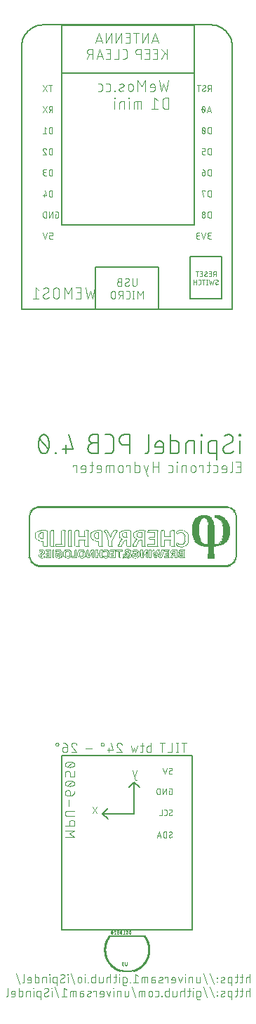
<source format=gbo>
G75*
%MOIN*%
%OFA0B0*%
%FSLAX25Y25*%
%IPPOS*%
%LPD*%
%AMOC8*
5,1,8,0,0,1.08239X$1,22.5*
%
%ADD10C,0.00300*%
%ADD11C,0.00400*%
%ADD12C,0.00800*%
%ADD13C,0.00500*%
%ADD14C,0.00200*%
%ADD15R,0.90709X0.00315*%
%ADD16R,0.92598X0.00315*%
%ADD17R,0.93543X0.00315*%
%ADD18R,0.02205X0.00315*%
%ADD19R,0.01575X0.00315*%
%ADD20R,0.01260X0.00315*%
%ADD21R,0.00945X0.00315*%
%ADD22R,0.03150X0.00315*%
%ADD23R,0.00630X0.00315*%
%ADD24R,0.00315X0.00315*%
%ADD25R,0.02520X0.00315*%
%ADD26R,0.02835X0.00315*%
%ADD27R,0.01890X0.00315*%
%ADD28R,0.03780X0.00315*%
%ADD29R,0.06299X0.00315*%
%ADD30R,0.05039X0.00315*%
%ADD31R,0.04409X0.00315*%
%ADD32R,0.08819X0.00315*%
%ADD33R,0.10394X0.00315*%
%ADD34R,0.11654X0.00315*%
%ADD35R,0.04724X0.00315*%
%ADD36R,0.03465X0.00315*%
%ADD37R,0.07244X0.00315*%
%ADD38R,0.05984X0.00315*%
%ADD39R,0.05354X0.00315*%
%ADD40R,0.92283X0.00315*%
%ADD41R,0.90394X0.00315*%
%ADD42C,0.00080*%
D10*
X0026887Y0060928D02*
X0026937Y0060930D01*
X0026987Y0060936D01*
X0027037Y0060945D01*
X0027085Y0060958D01*
X0027133Y0060974D01*
X0027179Y0060995D01*
X0027223Y0061018D01*
X0027266Y0061045D01*
X0027306Y0061075D01*
X0027344Y0061107D01*
X0027380Y0061143D01*
X0027412Y0061181D01*
X0027442Y0061221D01*
X0027469Y0061264D01*
X0027492Y0061308D01*
X0027513Y0061354D01*
X0027529Y0061402D01*
X0027542Y0061450D01*
X0027551Y0061500D01*
X0027557Y0061550D01*
X0027559Y0061600D01*
X0027559Y0064958D01*
X0029202Y0062719D02*
X0029202Y0062271D01*
X0030993Y0062271D01*
X0030993Y0062719D02*
X0030993Y0061600D01*
X0030994Y0061600D02*
X0030992Y0061550D01*
X0030986Y0061500D01*
X0030977Y0061450D01*
X0030964Y0061402D01*
X0030948Y0061354D01*
X0030927Y0061308D01*
X0030904Y0061264D01*
X0030877Y0061221D01*
X0030847Y0061181D01*
X0030815Y0061143D01*
X0030779Y0061107D01*
X0030741Y0061075D01*
X0030701Y0061045D01*
X0030658Y0061018D01*
X0030614Y0060995D01*
X0030568Y0060974D01*
X0030520Y0060958D01*
X0030472Y0060945D01*
X0030422Y0060936D01*
X0030372Y0060930D01*
X0030322Y0060928D01*
X0029202Y0060928D01*
X0029202Y0062719D02*
X0029204Y0062778D01*
X0029210Y0062836D01*
X0029219Y0062894D01*
X0029233Y0062951D01*
X0029250Y0063007D01*
X0029270Y0063062D01*
X0029294Y0063115D01*
X0029322Y0063167D01*
X0029353Y0063217D01*
X0029387Y0063264D01*
X0029424Y0063310D01*
X0029464Y0063353D01*
X0029507Y0063393D01*
X0029553Y0063430D01*
X0029600Y0063464D01*
X0029650Y0063495D01*
X0029702Y0063523D01*
X0029755Y0063547D01*
X0029810Y0063567D01*
X0029866Y0063584D01*
X0029923Y0063598D01*
X0029981Y0063607D01*
X0030039Y0063613D01*
X0030098Y0063615D01*
X0030157Y0063613D01*
X0030215Y0063607D01*
X0030273Y0063598D01*
X0030330Y0063584D01*
X0030386Y0063567D01*
X0030441Y0063547D01*
X0030494Y0063523D01*
X0030546Y0063495D01*
X0030596Y0063464D01*
X0030643Y0063430D01*
X0030689Y0063393D01*
X0030732Y0063353D01*
X0030772Y0063310D01*
X0030809Y0063264D01*
X0030843Y0063217D01*
X0030874Y0063167D01*
X0030902Y0063115D01*
X0030926Y0063062D01*
X0030946Y0063007D01*
X0030963Y0062951D01*
X0030977Y0062894D01*
X0030986Y0062836D01*
X0030992Y0062778D01*
X0030994Y0062719D01*
X0032729Y0063615D02*
X0033848Y0063615D01*
X0033898Y0063613D01*
X0033948Y0063607D01*
X0033998Y0063598D01*
X0034046Y0063585D01*
X0034094Y0063569D01*
X0034140Y0063548D01*
X0034184Y0063525D01*
X0034227Y0063498D01*
X0034267Y0063468D01*
X0034305Y0063436D01*
X0034341Y0063400D01*
X0034373Y0063362D01*
X0034403Y0063322D01*
X0034430Y0063279D01*
X0034453Y0063235D01*
X0034474Y0063189D01*
X0034490Y0063141D01*
X0034503Y0063093D01*
X0034512Y0063043D01*
X0034518Y0062993D01*
X0034520Y0062943D01*
X0034520Y0061600D01*
X0034518Y0061550D01*
X0034512Y0061500D01*
X0034503Y0061450D01*
X0034490Y0061402D01*
X0034474Y0061354D01*
X0034453Y0061308D01*
X0034430Y0061264D01*
X0034403Y0061221D01*
X0034373Y0061181D01*
X0034341Y0061143D01*
X0034305Y0061107D01*
X0034267Y0061075D01*
X0034227Y0061045D01*
X0034184Y0061018D01*
X0034140Y0060995D01*
X0034094Y0060974D01*
X0034046Y0060958D01*
X0033998Y0060945D01*
X0033948Y0060936D01*
X0033898Y0060930D01*
X0033848Y0060928D01*
X0032729Y0060928D01*
X0032729Y0064958D01*
X0033332Y0066976D02*
X0031541Y0071902D01*
X0035224Y0071455D02*
X0035224Y0068096D01*
X0035225Y0068096D02*
X0035223Y0068046D01*
X0035217Y0067996D01*
X0035208Y0067946D01*
X0035195Y0067898D01*
X0035179Y0067850D01*
X0035158Y0067804D01*
X0035135Y0067760D01*
X0035108Y0067717D01*
X0035078Y0067677D01*
X0035046Y0067639D01*
X0035010Y0067603D01*
X0034972Y0067571D01*
X0034932Y0067541D01*
X0034889Y0067514D01*
X0034845Y0067491D01*
X0034799Y0067470D01*
X0034751Y0067454D01*
X0034703Y0067441D01*
X0034653Y0067432D01*
X0034603Y0067426D01*
X0034553Y0067424D01*
X0036867Y0067424D02*
X0037987Y0067424D01*
X0038037Y0067426D01*
X0038087Y0067432D01*
X0038137Y0067441D01*
X0038185Y0067454D01*
X0038233Y0067470D01*
X0038279Y0067491D01*
X0038323Y0067514D01*
X0038366Y0067541D01*
X0038406Y0067571D01*
X0038444Y0067603D01*
X0038480Y0067639D01*
X0038512Y0067677D01*
X0038542Y0067717D01*
X0038569Y0067760D01*
X0038592Y0067804D01*
X0038613Y0067850D01*
X0038629Y0067898D01*
X0038642Y0067946D01*
X0038651Y0067996D01*
X0038657Y0068046D01*
X0038659Y0068096D01*
X0038659Y0069215D01*
X0038659Y0068767D02*
X0036867Y0068767D01*
X0036867Y0069215D01*
X0036869Y0069274D01*
X0036875Y0069332D01*
X0036884Y0069390D01*
X0036898Y0069447D01*
X0036915Y0069503D01*
X0036935Y0069558D01*
X0036959Y0069611D01*
X0036987Y0069663D01*
X0037018Y0069713D01*
X0037052Y0069760D01*
X0037089Y0069806D01*
X0037129Y0069849D01*
X0037172Y0069889D01*
X0037218Y0069926D01*
X0037265Y0069960D01*
X0037315Y0069991D01*
X0037367Y0070019D01*
X0037420Y0070043D01*
X0037475Y0070063D01*
X0037531Y0070080D01*
X0037588Y0070094D01*
X0037646Y0070103D01*
X0037704Y0070109D01*
X0037763Y0070111D01*
X0037822Y0070109D01*
X0037880Y0070103D01*
X0037938Y0070094D01*
X0037995Y0070080D01*
X0038051Y0070063D01*
X0038106Y0070043D01*
X0038159Y0070019D01*
X0038211Y0069991D01*
X0038261Y0069960D01*
X0038308Y0069926D01*
X0038354Y0069889D01*
X0038397Y0069849D01*
X0038437Y0069806D01*
X0038474Y0069760D01*
X0038508Y0069713D01*
X0038539Y0069663D01*
X0038567Y0069611D01*
X0038591Y0069558D01*
X0038611Y0069503D01*
X0038628Y0069447D01*
X0038642Y0069390D01*
X0038651Y0069332D01*
X0038657Y0069274D01*
X0038659Y0069215D01*
X0040394Y0070111D02*
X0041514Y0070111D01*
X0041564Y0070109D01*
X0041614Y0070103D01*
X0041664Y0070094D01*
X0041712Y0070081D01*
X0041760Y0070065D01*
X0041806Y0070044D01*
X0041850Y0070021D01*
X0041893Y0069994D01*
X0041933Y0069964D01*
X0041971Y0069932D01*
X0042007Y0069896D01*
X0042039Y0069858D01*
X0042069Y0069818D01*
X0042096Y0069775D01*
X0042119Y0069731D01*
X0042140Y0069685D01*
X0042156Y0069637D01*
X0042169Y0069589D01*
X0042178Y0069539D01*
X0042184Y0069489D01*
X0042186Y0069439D01*
X0042185Y0069439D02*
X0042185Y0068096D01*
X0042186Y0068096D02*
X0042184Y0068046D01*
X0042178Y0067996D01*
X0042169Y0067946D01*
X0042156Y0067898D01*
X0042140Y0067850D01*
X0042119Y0067804D01*
X0042096Y0067760D01*
X0042069Y0067717D01*
X0042039Y0067677D01*
X0042007Y0067639D01*
X0041971Y0067603D01*
X0041933Y0067571D01*
X0041893Y0067541D01*
X0041850Y0067514D01*
X0041806Y0067491D01*
X0041760Y0067470D01*
X0041712Y0067454D01*
X0041664Y0067441D01*
X0041614Y0067432D01*
X0041564Y0067426D01*
X0041514Y0067424D01*
X0040394Y0067424D01*
X0040394Y0071455D01*
X0039824Y0064958D02*
X0039600Y0064958D01*
X0039600Y0064735D01*
X0039824Y0064735D01*
X0039824Y0064958D01*
X0039712Y0063615D02*
X0039712Y0060928D01*
X0041266Y0061600D02*
X0041266Y0062943D01*
X0041268Y0062993D01*
X0041274Y0063043D01*
X0041283Y0063093D01*
X0041296Y0063141D01*
X0041312Y0063189D01*
X0041333Y0063235D01*
X0041356Y0063279D01*
X0041383Y0063322D01*
X0041413Y0063362D01*
X0041445Y0063400D01*
X0041481Y0063436D01*
X0041519Y0063468D01*
X0041559Y0063498D01*
X0041602Y0063525D01*
X0041646Y0063548D01*
X0041692Y0063569D01*
X0041740Y0063585D01*
X0041788Y0063598D01*
X0041838Y0063607D01*
X0041888Y0063613D01*
X0041938Y0063615D01*
X0043057Y0063615D01*
X0043057Y0059584D01*
X0043057Y0060928D02*
X0041938Y0060928D01*
X0041888Y0060930D01*
X0041838Y0060936D01*
X0041788Y0060945D01*
X0041740Y0060958D01*
X0041692Y0060974D01*
X0041646Y0060995D01*
X0041602Y0061018D01*
X0041559Y0061045D01*
X0041519Y0061075D01*
X0041481Y0061107D01*
X0041445Y0061143D01*
X0041413Y0061181D01*
X0041383Y0061221D01*
X0041356Y0061264D01*
X0041333Y0061308D01*
X0041312Y0061354D01*
X0041296Y0061402D01*
X0041283Y0061450D01*
X0041274Y0061500D01*
X0041268Y0061550D01*
X0041266Y0061600D01*
X0038009Y0060928D02*
X0038009Y0063615D01*
X0036889Y0063615D01*
X0036839Y0063613D01*
X0036789Y0063607D01*
X0036739Y0063598D01*
X0036691Y0063585D01*
X0036643Y0063569D01*
X0036597Y0063548D01*
X0036553Y0063525D01*
X0036510Y0063498D01*
X0036470Y0063468D01*
X0036432Y0063436D01*
X0036396Y0063400D01*
X0036364Y0063362D01*
X0036334Y0063322D01*
X0036307Y0063279D01*
X0036284Y0063235D01*
X0036263Y0063189D01*
X0036247Y0063141D01*
X0036234Y0063093D01*
X0036225Y0063043D01*
X0036219Y0062993D01*
X0036217Y0062943D01*
X0036218Y0062943D02*
X0036218Y0060928D01*
X0043883Y0067424D02*
X0043883Y0069439D01*
X0043885Y0069489D01*
X0043891Y0069539D01*
X0043900Y0069589D01*
X0043913Y0069637D01*
X0043929Y0069685D01*
X0043950Y0069731D01*
X0043973Y0069775D01*
X0044000Y0069818D01*
X0044030Y0069858D01*
X0044062Y0069896D01*
X0044098Y0069932D01*
X0044136Y0069964D01*
X0044176Y0069994D01*
X0044219Y0070021D01*
X0044263Y0070044D01*
X0044309Y0070065D01*
X0044357Y0070081D01*
X0044405Y0070094D01*
X0044455Y0070103D01*
X0044505Y0070109D01*
X0044555Y0070111D01*
X0045674Y0070111D01*
X0045674Y0067424D01*
X0047377Y0067424D02*
X0047377Y0070111D01*
X0047265Y0071231D02*
X0047489Y0071231D01*
X0047489Y0071455D01*
X0047265Y0071455D01*
X0047265Y0071231D01*
X0048931Y0069439D02*
X0048931Y0068096D01*
X0048933Y0068046D01*
X0048939Y0067996D01*
X0048948Y0067946D01*
X0048961Y0067898D01*
X0048977Y0067850D01*
X0048998Y0067804D01*
X0049021Y0067760D01*
X0049048Y0067717D01*
X0049078Y0067677D01*
X0049110Y0067639D01*
X0049146Y0067603D01*
X0049184Y0067571D01*
X0049224Y0067541D01*
X0049267Y0067514D01*
X0049311Y0067491D01*
X0049357Y0067470D01*
X0049405Y0067454D01*
X0049453Y0067441D01*
X0049503Y0067432D01*
X0049553Y0067426D01*
X0049603Y0067424D01*
X0050723Y0067424D01*
X0050723Y0066080D02*
X0050723Y0070111D01*
X0049603Y0070111D01*
X0049553Y0070109D01*
X0049503Y0070103D01*
X0049453Y0070094D01*
X0049405Y0070081D01*
X0049357Y0070065D01*
X0049311Y0070044D01*
X0049267Y0070021D01*
X0049224Y0069994D01*
X0049184Y0069964D01*
X0049146Y0069932D01*
X0049110Y0069896D01*
X0049078Y0069858D01*
X0049048Y0069818D01*
X0049021Y0069775D01*
X0048998Y0069731D01*
X0048977Y0069685D01*
X0048961Y0069637D01*
X0048948Y0069589D01*
X0048939Y0069539D01*
X0048933Y0069489D01*
X0048931Y0069439D01*
X0049859Y0065406D02*
X0051651Y0060480D01*
X0053143Y0060928D02*
X0055383Y0060928D01*
X0054263Y0060928D02*
X0054263Y0064958D01*
X0055383Y0064063D01*
X0057207Y0062943D02*
X0057207Y0060928D01*
X0058550Y0060928D02*
X0058550Y0063615D01*
X0057879Y0063615D02*
X0059894Y0063615D01*
X0059894Y0060928D01*
X0061831Y0060928D02*
X0061831Y0062943D01*
X0061831Y0062495D02*
X0062839Y0062495D01*
X0061831Y0062943D02*
X0061833Y0062993D01*
X0061839Y0063043D01*
X0061848Y0063093D01*
X0061861Y0063141D01*
X0061877Y0063189D01*
X0061898Y0063235D01*
X0061921Y0063279D01*
X0061948Y0063322D01*
X0061978Y0063362D01*
X0062010Y0063400D01*
X0062046Y0063436D01*
X0062084Y0063468D01*
X0062124Y0063498D01*
X0062167Y0063525D01*
X0062211Y0063548D01*
X0062257Y0063569D01*
X0062305Y0063585D01*
X0062353Y0063598D01*
X0062403Y0063607D01*
X0062453Y0063613D01*
X0062503Y0063615D01*
X0063398Y0063615D01*
X0062839Y0062495D02*
X0062895Y0062493D01*
X0062951Y0062487D01*
X0063006Y0062477D01*
X0063060Y0062463D01*
X0063113Y0062446D01*
X0063165Y0062424D01*
X0063215Y0062399D01*
X0063263Y0062371D01*
X0063309Y0062339D01*
X0063352Y0062304D01*
X0063393Y0062265D01*
X0063432Y0062224D01*
X0063467Y0062181D01*
X0063499Y0062135D01*
X0063527Y0062087D01*
X0063552Y0062037D01*
X0063574Y0061985D01*
X0063591Y0061932D01*
X0063605Y0061878D01*
X0063615Y0061823D01*
X0063621Y0061767D01*
X0063623Y0061711D01*
X0063621Y0061655D01*
X0063615Y0061599D01*
X0063605Y0061544D01*
X0063591Y0061490D01*
X0063574Y0061437D01*
X0063552Y0061385D01*
X0063527Y0061335D01*
X0063499Y0061287D01*
X0063467Y0061241D01*
X0063432Y0061198D01*
X0063393Y0061157D01*
X0063352Y0061118D01*
X0063309Y0061083D01*
X0063263Y0061051D01*
X0063215Y0061023D01*
X0063165Y0060998D01*
X0063113Y0060976D01*
X0063060Y0060959D01*
X0063006Y0060945D01*
X0062951Y0060935D01*
X0062895Y0060929D01*
X0062839Y0060927D01*
X0062839Y0060928D02*
X0061831Y0060928D01*
X0065526Y0062047D02*
X0066646Y0062495D01*
X0066689Y0062514D01*
X0066731Y0062537D01*
X0066770Y0062563D01*
X0066807Y0062592D01*
X0066842Y0062625D01*
X0066874Y0062659D01*
X0066903Y0062697D01*
X0066929Y0062737D01*
X0066952Y0062778D01*
X0066971Y0062822D01*
X0066986Y0062867D01*
X0066998Y0062912D01*
X0067006Y0062959D01*
X0067010Y0063006D01*
X0067011Y0063054D01*
X0067007Y0063101D01*
X0067000Y0063148D01*
X0066989Y0063194D01*
X0066974Y0063239D01*
X0066955Y0063283D01*
X0066933Y0063325D01*
X0066908Y0063365D01*
X0066879Y0063403D01*
X0066848Y0063438D01*
X0066813Y0063471D01*
X0066776Y0063500D01*
X0066737Y0063527D01*
X0066696Y0063551D01*
X0066653Y0063571D01*
X0066608Y0063587D01*
X0066563Y0063600D01*
X0066516Y0063609D01*
X0066469Y0063614D01*
X0066422Y0063615D01*
X0066982Y0061151D02*
X0066874Y0061114D01*
X0066765Y0061080D01*
X0066654Y0061050D01*
X0066543Y0061023D01*
X0066432Y0060999D01*
X0066319Y0060978D01*
X0066206Y0060961D01*
X0066093Y0060948D01*
X0065979Y0060938D01*
X0065865Y0060931D01*
X0065750Y0060927D01*
X0065703Y0060928D01*
X0065656Y0060933D01*
X0065609Y0060942D01*
X0065564Y0060955D01*
X0065519Y0060971D01*
X0065476Y0060991D01*
X0065435Y0061015D01*
X0065396Y0061042D01*
X0065359Y0061071D01*
X0065324Y0061104D01*
X0065293Y0061139D01*
X0065264Y0061177D01*
X0065239Y0061217D01*
X0065217Y0061259D01*
X0065198Y0061303D01*
X0065183Y0061348D01*
X0065172Y0061394D01*
X0065165Y0061441D01*
X0065161Y0061488D01*
X0065162Y0061536D01*
X0065166Y0061583D01*
X0065174Y0061630D01*
X0065186Y0061675D01*
X0065201Y0061720D01*
X0065220Y0061764D01*
X0065243Y0061805D01*
X0065269Y0061845D01*
X0065298Y0061883D01*
X0065330Y0061917D01*
X0065365Y0061950D01*
X0065402Y0061979D01*
X0065441Y0062005D01*
X0065483Y0062028D01*
X0065526Y0062047D01*
X0065414Y0063391D02*
X0065501Y0063428D01*
X0065589Y0063462D01*
X0065678Y0063493D01*
X0065769Y0063520D01*
X0065860Y0063544D01*
X0065953Y0063564D01*
X0066046Y0063581D01*
X0066139Y0063595D01*
X0066233Y0063605D01*
X0066327Y0063612D01*
X0066422Y0063615D01*
X0068215Y0063615D02*
X0068215Y0063167D01*
X0068215Y0063615D02*
X0069559Y0063615D01*
X0069559Y0060928D01*
X0071296Y0060928D02*
X0072416Y0060928D01*
X0072466Y0060930D01*
X0072516Y0060936D01*
X0072566Y0060945D01*
X0072614Y0060958D01*
X0072662Y0060974D01*
X0072708Y0060995D01*
X0072752Y0061018D01*
X0072795Y0061045D01*
X0072835Y0061075D01*
X0072873Y0061107D01*
X0072909Y0061143D01*
X0072941Y0061181D01*
X0072971Y0061221D01*
X0072998Y0061264D01*
X0073021Y0061308D01*
X0073042Y0061354D01*
X0073058Y0061402D01*
X0073071Y0061450D01*
X0073080Y0061500D01*
X0073086Y0061550D01*
X0073088Y0061600D01*
X0073088Y0062719D01*
X0073088Y0062271D02*
X0071296Y0062271D01*
X0071296Y0062719D01*
X0071298Y0062778D01*
X0071304Y0062836D01*
X0071313Y0062894D01*
X0071327Y0062951D01*
X0071344Y0063007D01*
X0071364Y0063062D01*
X0071388Y0063115D01*
X0071416Y0063167D01*
X0071447Y0063217D01*
X0071481Y0063264D01*
X0071518Y0063310D01*
X0071558Y0063353D01*
X0071601Y0063393D01*
X0071647Y0063430D01*
X0071694Y0063464D01*
X0071744Y0063495D01*
X0071796Y0063523D01*
X0071849Y0063547D01*
X0071904Y0063567D01*
X0071960Y0063584D01*
X0072017Y0063598D01*
X0072075Y0063607D01*
X0072133Y0063613D01*
X0072192Y0063615D01*
X0072251Y0063613D01*
X0072309Y0063607D01*
X0072367Y0063598D01*
X0072424Y0063584D01*
X0072480Y0063567D01*
X0072535Y0063547D01*
X0072588Y0063523D01*
X0072640Y0063495D01*
X0072690Y0063464D01*
X0072737Y0063430D01*
X0072783Y0063393D01*
X0072826Y0063353D01*
X0072866Y0063310D01*
X0072903Y0063264D01*
X0072937Y0063217D01*
X0072968Y0063167D01*
X0072996Y0063115D01*
X0073020Y0063062D01*
X0073040Y0063007D01*
X0073057Y0062951D01*
X0073071Y0062894D01*
X0073080Y0062836D01*
X0073086Y0062778D01*
X0073088Y0062719D01*
X0074544Y0063615D02*
X0075440Y0060928D01*
X0076336Y0063615D01*
X0077779Y0063615D02*
X0077779Y0060928D01*
X0079481Y0060928D02*
X0079481Y0062943D01*
X0079483Y0062993D01*
X0079489Y0063043D01*
X0079498Y0063093D01*
X0079511Y0063141D01*
X0079527Y0063189D01*
X0079548Y0063235D01*
X0079571Y0063279D01*
X0079598Y0063322D01*
X0079628Y0063362D01*
X0079660Y0063400D01*
X0079696Y0063436D01*
X0079734Y0063468D01*
X0079774Y0063498D01*
X0079817Y0063525D01*
X0079861Y0063548D01*
X0079907Y0063569D01*
X0079955Y0063585D01*
X0080003Y0063598D01*
X0080053Y0063607D01*
X0080103Y0063613D01*
X0080153Y0063615D01*
X0081273Y0063615D01*
X0081273Y0060928D01*
X0083119Y0060928D02*
X0083119Y0063615D01*
X0084911Y0063615D02*
X0084911Y0061600D01*
X0084909Y0061550D01*
X0084903Y0061500D01*
X0084894Y0061450D01*
X0084881Y0061402D01*
X0084865Y0061354D01*
X0084844Y0061308D01*
X0084821Y0061264D01*
X0084794Y0061221D01*
X0084764Y0061181D01*
X0084732Y0061143D01*
X0084696Y0061107D01*
X0084658Y0061075D01*
X0084618Y0061045D01*
X0084575Y0061018D01*
X0084531Y0060995D01*
X0084485Y0060974D01*
X0084437Y0060958D01*
X0084389Y0060945D01*
X0084339Y0060936D01*
X0084289Y0060930D01*
X0084239Y0060928D01*
X0083119Y0060928D01*
X0082900Y0066080D02*
X0083796Y0066080D01*
X0082900Y0066080D02*
X0082850Y0066082D01*
X0082800Y0066088D01*
X0082750Y0066097D01*
X0082702Y0066110D01*
X0082654Y0066126D01*
X0082608Y0066147D01*
X0082564Y0066170D01*
X0082521Y0066197D01*
X0082481Y0066227D01*
X0082443Y0066259D01*
X0082407Y0066295D01*
X0082375Y0066333D01*
X0082345Y0066373D01*
X0082318Y0066416D01*
X0082295Y0066460D01*
X0082274Y0066506D01*
X0082258Y0066554D01*
X0082245Y0066602D01*
X0082236Y0066652D01*
X0082230Y0066702D01*
X0082228Y0066752D01*
X0082228Y0070111D01*
X0083348Y0070111D01*
X0083398Y0070109D01*
X0083448Y0070103D01*
X0083498Y0070094D01*
X0083546Y0070081D01*
X0083594Y0070065D01*
X0083640Y0070044D01*
X0083684Y0070021D01*
X0083727Y0069994D01*
X0083767Y0069964D01*
X0083805Y0069932D01*
X0083841Y0069896D01*
X0083873Y0069858D01*
X0083903Y0069818D01*
X0083930Y0069775D01*
X0083953Y0069731D01*
X0083974Y0069685D01*
X0083990Y0069637D01*
X0084003Y0069589D01*
X0084012Y0069539D01*
X0084018Y0069489D01*
X0084020Y0069439D01*
X0084020Y0068096D01*
X0084018Y0068046D01*
X0084012Y0067996D01*
X0084003Y0067946D01*
X0083990Y0067898D01*
X0083974Y0067850D01*
X0083953Y0067804D01*
X0083930Y0067760D01*
X0083903Y0067717D01*
X0083873Y0067677D01*
X0083841Y0067639D01*
X0083805Y0067603D01*
X0083767Y0067571D01*
X0083727Y0067541D01*
X0083684Y0067514D01*
X0083640Y0067491D01*
X0083594Y0067470D01*
X0083546Y0067454D01*
X0083498Y0067441D01*
X0083448Y0067432D01*
X0083398Y0067426D01*
X0083348Y0067424D01*
X0082228Y0067424D01*
X0080507Y0067424D02*
X0080507Y0070111D01*
X0080395Y0071231D02*
X0080619Y0071231D01*
X0080619Y0071455D01*
X0080395Y0071455D01*
X0080395Y0071231D01*
X0079259Y0070111D02*
X0077916Y0070111D01*
X0076336Y0070111D02*
X0075216Y0070111D01*
X0075166Y0070109D01*
X0075116Y0070103D01*
X0075066Y0070094D01*
X0075018Y0070081D01*
X0074970Y0070065D01*
X0074924Y0070044D01*
X0074880Y0070021D01*
X0074837Y0069994D01*
X0074797Y0069964D01*
X0074759Y0069932D01*
X0074723Y0069896D01*
X0074691Y0069858D01*
X0074661Y0069818D01*
X0074634Y0069775D01*
X0074611Y0069731D01*
X0074590Y0069685D01*
X0074574Y0069637D01*
X0074561Y0069589D01*
X0074552Y0069539D01*
X0074546Y0069489D01*
X0074544Y0069439D01*
X0074544Y0067424D01*
X0076336Y0067424D02*
X0076336Y0071455D01*
X0078811Y0071455D02*
X0078811Y0068096D01*
X0078812Y0068096D02*
X0078810Y0068046D01*
X0078804Y0067996D01*
X0078795Y0067946D01*
X0078782Y0067898D01*
X0078766Y0067850D01*
X0078745Y0067804D01*
X0078722Y0067760D01*
X0078695Y0067717D01*
X0078665Y0067677D01*
X0078633Y0067639D01*
X0078597Y0067603D01*
X0078559Y0067571D01*
X0078519Y0067541D01*
X0078476Y0067514D01*
X0078432Y0067491D01*
X0078386Y0067470D01*
X0078338Y0067454D01*
X0078290Y0067441D01*
X0078240Y0067432D01*
X0078190Y0067426D01*
X0078140Y0067424D01*
X0077916Y0067424D01*
X0077891Y0064958D02*
X0077667Y0064958D01*
X0077667Y0064735D01*
X0077891Y0064735D01*
X0077891Y0064958D01*
X0072698Y0068096D02*
X0072698Y0070111D01*
X0070907Y0070111D02*
X0070907Y0067424D01*
X0072026Y0067424D01*
X0072076Y0067426D01*
X0072126Y0067432D01*
X0072176Y0067441D01*
X0072224Y0067454D01*
X0072272Y0067470D01*
X0072318Y0067491D01*
X0072362Y0067514D01*
X0072405Y0067541D01*
X0072445Y0067571D01*
X0072483Y0067603D01*
X0072519Y0067639D01*
X0072551Y0067677D01*
X0072581Y0067717D01*
X0072608Y0067760D01*
X0072631Y0067804D01*
X0072652Y0067850D01*
X0072668Y0067898D01*
X0072681Y0067946D01*
X0072690Y0067996D01*
X0072696Y0068046D01*
X0072698Y0068096D01*
X0069041Y0067424D02*
X0067922Y0067424D01*
X0067872Y0067426D01*
X0067822Y0067432D01*
X0067772Y0067441D01*
X0067724Y0067454D01*
X0067676Y0067470D01*
X0067630Y0067491D01*
X0067586Y0067514D01*
X0067543Y0067541D01*
X0067503Y0067571D01*
X0067465Y0067603D01*
X0067429Y0067639D01*
X0067397Y0067677D01*
X0067367Y0067717D01*
X0067340Y0067760D01*
X0067317Y0067804D01*
X0067296Y0067850D01*
X0067280Y0067898D01*
X0067267Y0067946D01*
X0067258Y0067996D01*
X0067252Y0068046D01*
X0067250Y0068096D01*
X0067250Y0069439D01*
X0067252Y0069489D01*
X0067258Y0069539D01*
X0067267Y0069589D01*
X0067280Y0069637D01*
X0067296Y0069685D01*
X0067317Y0069731D01*
X0067340Y0069775D01*
X0067367Y0069818D01*
X0067397Y0069858D01*
X0067429Y0069896D01*
X0067465Y0069932D01*
X0067503Y0069964D01*
X0067543Y0069994D01*
X0067586Y0070021D01*
X0067630Y0070044D01*
X0067676Y0070065D01*
X0067724Y0070081D01*
X0067772Y0070094D01*
X0067822Y0070103D01*
X0067872Y0070109D01*
X0067922Y0070111D01*
X0069041Y0070111D01*
X0069041Y0071455D02*
X0069041Y0067424D01*
X0065808Y0067424D02*
X0065584Y0067424D01*
X0065584Y0067648D01*
X0065808Y0067648D01*
X0065808Y0067424D01*
X0064137Y0067424D02*
X0064137Y0070111D01*
X0064025Y0071231D02*
X0064249Y0071231D01*
X0064249Y0071455D01*
X0064025Y0071455D01*
X0064025Y0071231D01*
X0062564Y0069215D02*
X0062564Y0068320D01*
X0062562Y0068261D01*
X0062556Y0068203D01*
X0062547Y0068145D01*
X0062533Y0068088D01*
X0062516Y0068032D01*
X0062496Y0067977D01*
X0062472Y0067924D01*
X0062444Y0067872D01*
X0062413Y0067822D01*
X0062379Y0067775D01*
X0062342Y0067729D01*
X0062302Y0067686D01*
X0062259Y0067646D01*
X0062213Y0067609D01*
X0062166Y0067575D01*
X0062116Y0067544D01*
X0062064Y0067516D01*
X0062011Y0067492D01*
X0061956Y0067472D01*
X0061900Y0067455D01*
X0061843Y0067441D01*
X0061785Y0067432D01*
X0061727Y0067426D01*
X0061668Y0067424D01*
X0061609Y0067426D01*
X0061551Y0067432D01*
X0061493Y0067441D01*
X0061436Y0067455D01*
X0061380Y0067472D01*
X0061325Y0067492D01*
X0061272Y0067516D01*
X0061220Y0067544D01*
X0061170Y0067575D01*
X0061123Y0067609D01*
X0061077Y0067646D01*
X0061034Y0067686D01*
X0060994Y0067729D01*
X0060957Y0067775D01*
X0060923Y0067822D01*
X0060892Y0067872D01*
X0060864Y0067924D01*
X0060840Y0067977D01*
X0060820Y0068032D01*
X0060803Y0068088D01*
X0060789Y0068145D01*
X0060780Y0068203D01*
X0060774Y0068261D01*
X0060772Y0068320D01*
X0060773Y0068320D02*
X0060773Y0069215D01*
X0060772Y0069215D02*
X0060774Y0069274D01*
X0060780Y0069332D01*
X0060789Y0069390D01*
X0060803Y0069447D01*
X0060820Y0069503D01*
X0060840Y0069558D01*
X0060864Y0069611D01*
X0060892Y0069663D01*
X0060923Y0069713D01*
X0060957Y0069760D01*
X0060994Y0069806D01*
X0061034Y0069849D01*
X0061077Y0069889D01*
X0061123Y0069926D01*
X0061170Y0069960D01*
X0061220Y0069991D01*
X0061272Y0070019D01*
X0061325Y0070043D01*
X0061380Y0070063D01*
X0061436Y0070080D01*
X0061493Y0070094D01*
X0061551Y0070103D01*
X0061609Y0070109D01*
X0061668Y0070111D01*
X0061727Y0070109D01*
X0061785Y0070103D01*
X0061843Y0070094D01*
X0061900Y0070080D01*
X0061956Y0070063D01*
X0062011Y0070043D01*
X0062064Y0070019D01*
X0062116Y0069991D01*
X0062166Y0069960D01*
X0062213Y0069926D01*
X0062259Y0069889D01*
X0062302Y0069849D01*
X0062342Y0069806D01*
X0062379Y0069760D01*
X0062413Y0069713D01*
X0062444Y0069663D01*
X0062472Y0069611D01*
X0062496Y0069558D01*
X0062516Y0069503D01*
X0062533Y0069447D01*
X0062547Y0069390D01*
X0062556Y0069332D01*
X0062562Y0069274D01*
X0062564Y0069215D01*
X0059316Y0066976D02*
X0057525Y0071902D01*
X0056194Y0071455D02*
X0055970Y0071455D01*
X0055970Y0071231D01*
X0056194Y0071231D01*
X0056194Y0071455D01*
X0056082Y0070111D02*
X0056082Y0067424D01*
X0057879Y0063615D02*
X0057829Y0063613D01*
X0057779Y0063607D01*
X0057729Y0063598D01*
X0057681Y0063585D01*
X0057633Y0063569D01*
X0057587Y0063548D01*
X0057543Y0063525D01*
X0057500Y0063498D01*
X0057460Y0063468D01*
X0057422Y0063436D01*
X0057386Y0063400D01*
X0057354Y0063362D01*
X0057324Y0063322D01*
X0057297Y0063279D01*
X0057274Y0063235D01*
X0057253Y0063189D01*
X0057237Y0063141D01*
X0057224Y0063093D01*
X0057215Y0063043D01*
X0057209Y0062993D01*
X0057207Y0062943D01*
X0052363Y0068320D02*
X0052365Y0068379D01*
X0052371Y0068438D01*
X0052380Y0068496D01*
X0052393Y0068554D01*
X0052410Y0068610D01*
X0052431Y0068665D01*
X0052455Y0068719D01*
X0052483Y0068771D01*
X0052514Y0068822D01*
X0052548Y0068870D01*
X0052585Y0068916D01*
X0052625Y0068959D01*
X0052668Y0069000D01*
X0052713Y0069038D01*
X0052761Y0069072D01*
X0052811Y0069104D01*
X0052812Y0069103D02*
X0054043Y0069775D01*
X0053595Y0071454D02*
X0053518Y0071452D01*
X0053441Y0071447D01*
X0053364Y0071438D01*
X0053288Y0071426D01*
X0053213Y0071410D01*
X0053138Y0071391D01*
X0053064Y0071368D01*
X0052991Y0071342D01*
X0052920Y0071312D01*
X0052850Y0071280D01*
X0052782Y0071244D01*
X0052715Y0071205D01*
X0052650Y0071163D01*
X0052588Y0071118D01*
X0054043Y0069775D02*
X0054093Y0069807D01*
X0054141Y0069841D01*
X0054186Y0069879D01*
X0054229Y0069920D01*
X0054269Y0069963D01*
X0054306Y0070009D01*
X0054340Y0070057D01*
X0054371Y0070108D01*
X0054399Y0070160D01*
X0054423Y0070214D01*
X0054444Y0070269D01*
X0054461Y0070325D01*
X0054474Y0070383D01*
X0054483Y0070441D01*
X0054489Y0070500D01*
X0054491Y0070559D01*
X0054489Y0070618D01*
X0054483Y0070676D01*
X0054474Y0070734D01*
X0054460Y0070791D01*
X0054443Y0070847D01*
X0054423Y0070902D01*
X0054399Y0070955D01*
X0054371Y0071007D01*
X0054340Y0071057D01*
X0054306Y0071104D01*
X0054269Y0071150D01*
X0054229Y0071193D01*
X0054186Y0071233D01*
X0054140Y0071270D01*
X0054093Y0071304D01*
X0054043Y0071335D01*
X0053991Y0071363D01*
X0053938Y0071387D01*
X0053883Y0071407D01*
X0053827Y0071424D01*
X0053770Y0071438D01*
X0053712Y0071447D01*
X0053654Y0071453D01*
X0053595Y0071455D01*
X0054602Y0067984D02*
X0054543Y0067926D01*
X0054481Y0067871D01*
X0054416Y0067819D01*
X0054349Y0067770D01*
X0054280Y0067723D01*
X0054210Y0067680D01*
X0054137Y0067640D01*
X0054063Y0067603D01*
X0053987Y0067570D01*
X0053909Y0067539D01*
X0053831Y0067512D01*
X0053751Y0067489D01*
X0053671Y0067469D01*
X0053589Y0067453D01*
X0053507Y0067440D01*
X0053425Y0067431D01*
X0053342Y0067426D01*
X0053259Y0067424D01*
X0053200Y0067426D01*
X0053142Y0067432D01*
X0053084Y0067441D01*
X0053027Y0067455D01*
X0052971Y0067472D01*
X0052916Y0067492D01*
X0052863Y0067516D01*
X0052811Y0067544D01*
X0052761Y0067575D01*
X0052714Y0067609D01*
X0052668Y0067646D01*
X0052625Y0067686D01*
X0052585Y0067729D01*
X0052548Y0067775D01*
X0052514Y0067822D01*
X0052483Y0067872D01*
X0052455Y0067924D01*
X0052431Y0067977D01*
X0052411Y0068032D01*
X0052394Y0068088D01*
X0052380Y0068145D01*
X0052371Y0068203D01*
X0052365Y0068261D01*
X0052363Y0068320D01*
X0048528Y0064958D02*
X0048305Y0064958D01*
X0048305Y0064735D01*
X0048528Y0064735D01*
X0048528Y0064958D01*
X0048417Y0063615D02*
X0048417Y0060928D01*
X0045146Y0062607D02*
X0045096Y0062575D01*
X0045048Y0062541D01*
X0045003Y0062503D01*
X0044960Y0062462D01*
X0044920Y0062419D01*
X0044883Y0062373D01*
X0044849Y0062325D01*
X0044818Y0062274D01*
X0044790Y0062222D01*
X0044766Y0062168D01*
X0044745Y0062113D01*
X0044728Y0062057D01*
X0044715Y0061999D01*
X0044706Y0061941D01*
X0044700Y0061882D01*
X0044698Y0061823D01*
X0044700Y0061764D01*
X0044706Y0061706D01*
X0044715Y0061648D01*
X0044729Y0061591D01*
X0044746Y0061535D01*
X0044766Y0061480D01*
X0044790Y0061427D01*
X0044818Y0061375D01*
X0044849Y0061325D01*
X0044883Y0061278D01*
X0044920Y0061232D01*
X0044960Y0061189D01*
X0045003Y0061149D01*
X0045049Y0061112D01*
X0045096Y0061078D01*
X0045146Y0061047D01*
X0045198Y0061019D01*
X0045251Y0060995D01*
X0045306Y0060975D01*
X0045362Y0060958D01*
X0045419Y0060944D01*
X0045477Y0060935D01*
X0045535Y0060929D01*
X0045594Y0060927D01*
X0045146Y0062607D02*
X0046378Y0063279D01*
X0045930Y0064958D02*
X0045853Y0064956D01*
X0045776Y0064951D01*
X0045699Y0064942D01*
X0045623Y0064930D01*
X0045548Y0064914D01*
X0045473Y0064895D01*
X0045399Y0064872D01*
X0045326Y0064846D01*
X0045255Y0064816D01*
X0045185Y0064784D01*
X0045117Y0064748D01*
X0045050Y0064709D01*
X0044985Y0064667D01*
X0044923Y0064622D01*
X0046378Y0063279D02*
X0046428Y0063311D01*
X0046476Y0063345D01*
X0046521Y0063383D01*
X0046564Y0063424D01*
X0046604Y0063467D01*
X0046641Y0063513D01*
X0046675Y0063561D01*
X0046706Y0063612D01*
X0046734Y0063664D01*
X0046758Y0063718D01*
X0046779Y0063773D01*
X0046796Y0063829D01*
X0046809Y0063887D01*
X0046818Y0063945D01*
X0046824Y0064004D01*
X0046826Y0064063D01*
X0046824Y0064122D01*
X0046818Y0064180D01*
X0046809Y0064238D01*
X0046795Y0064295D01*
X0046778Y0064351D01*
X0046758Y0064406D01*
X0046734Y0064459D01*
X0046706Y0064511D01*
X0046675Y0064561D01*
X0046641Y0064608D01*
X0046604Y0064654D01*
X0046564Y0064697D01*
X0046521Y0064737D01*
X0046475Y0064774D01*
X0046428Y0064808D01*
X0046378Y0064839D01*
X0046326Y0064867D01*
X0046273Y0064891D01*
X0046218Y0064911D01*
X0046162Y0064928D01*
X0046105Y0064942D01*
X0046047Y0064951D01*
X0045989Y0064957D01*
X0045930Y0064959D01*
X0046937Y0061488D02*
X0046878Y0061430D01*
X0046816Y0061375D01*
X0046751Y0061323D01*
X0046684Y0061274D01*
X0046615Y0061227D01*
X0046545Y0061184D01*
X0046472Y0061144D01*
X0046398Y0061107D01*
X0046322Y0061074D01*
X0046244Y0061043D01*
X0046166Y0061016D01*
X0046086Y0060993D01*
X0046006Y0060973D01*
X0045924Y0060957D01*
X0045842Y0060944D01*
X0045760Y0060935D01*
X0045677Y0060930D01*
X0045594Y0060928D01*
X0085462Y0067424D02*
X0085686Y0067424D01*
X0085686Y0067648D01*
X0085462Y0067648D01*
X0085462Y0067424D01*
X0087183Y0067424D02*
X0089422Y0067424D01*
X0088302Y0067424D02*
X0088302Y0071455D01*
X0089422Y0070559D01*
X0091246Y0069439D02*
X0091246Y0067424D01*
X0092590Y0067424D02*
X0092590Y0070111D01*
X0091918Y0070111D02*
X0093933Y0070111D01*
X0093933Y0067424D01*
X0095870Y0067424D02*
X0095870Y0069439D01*
X0095870Y0068991D02*
X0096878Y0068991D01*
X0095870Y0069439D02*
X0095872Y0069489D01*
X0095878Y0069539D01*
X0095887Y0069589D01*
X0095900Y0069637D01*
X0095916Y0069685D01*
X0095937Y0069731D01*
X0095960Y0069775D01*
X0095987Y0069818D01*
X0096017Y0069858D01*
X0096049Y0069896D01*
X0096085Y0069932D01*
X0096123Y0069964D01*
X0096163Y0069994D01*
X0096206Y0070021D01*
X0096250Y0070044D01*
X0096296Y0070065D01*
X0096344Y0070081D01*
X0096392Y0070094D01*
X0096442Y0070103D01*
X0096492Y0070109D01*
X0096542Y0070111D01*
X0097438Y0070111D01*
X0096878Y0068992D02*
X0096934Y0068990D01*
X0096990Y0068984D01*
X0097045Y0068974D01*
X0097099Y0068960D01*
X0097152Y0068943D01*
X0097204Y0068921D01*
X0097254Y0068896D01*
X0097302Y0068868D01*
X0097348Y0068836D01*
X0097391Y0068801D01*
X0097432Y0068762D01*
X0097471Y0068721D01*
X0097506Y0068678D01*
X0097538Y0068632D01*
X0097566Y0068584D01*
X0097591Y0068534D01*
X0097613Y0068482D01*
X0097630Y0068429D01*
X0097644Y0068375D01*
X0097654Y0068320D01*
X0097660Y0068264D01*
X0097662Y0068208D01*
X0097660Y0068152D01*
X0097654Y0068096D01*
X0097644Y0068041D01*
X0097630Y0067987D01*
X0097613Y0067934D01*
X0097591Y0067882D01*
X0097566Y0067832D01*
X0097538Y0067784D01*
X0097506Y0067738D01*
X0097471Y0067695D01*
X0097432Y0067654D01*
X0097391Y0067615D01*
X0097348Y0067580D01*
X0097302Y0067548D01*
X0097254Y0067520D01*
X0097204Y0067495D01*
X0097152Y0067473D01*
X0097099Y0067456D01*
X0097045Y0067442D01*
X0096990Y0067432D01*
X0096934Y0067426D01*
X0096878Y0067424D01*
X0095870Y0067424D01*
X0097630Y0063615D02*
X0098526Y0063615D01*
X0098576Y0063613D01*
X0098626Y0063607D01*
X0098676Y0063598D01*
X0098724Y0063585D01*
X0098772Y0063569D01*
X0098818Y0063548D01*
X0098862Y0063525D01*
X0098905Y0063498D01*
X0098945Y0063468D01*
X0098983Y0063436D01*
X0099019Y0063400D01*
X0099051Y0063362D01*
X0099081Y0063322D01*
X0099108Y0063279D01*
X0099131Y0063235D01*
X0099152Y0063189D01*
X0099168Y0063141D01*
X0099181Y0063093D01*
X0099190Y0063043D01*
X0099196Y0062993D01*
X0099198Y0062943D01*
X0099198Y0061600D01*
X0099196Y0061550D01*
X0099190Y0061500D01*
X0099181Y0061450D01*
X0099168Y0061402D01*
X0099152Y0061354D01*
X0099131Y0061308D01*
X0099108Y0061264D01*
X0099081Y0061221D01*
X0099051Y0061181D01*
X0099019Y0061143D01*
X0098983Y0061107D01*
X0098945Y0061075D01*
X0098905Y0061045D01*
X0098862Y0061018D01*
X0098818Y0060995D01*
X0098772Y0060974D01*
X0098724Y0060958D01*
X0098676Y0060945D01*
X0098626Y0060936D01*
X0098576Y0060930D01*
X0098526Y0060928D01*
X0097630Y0060928D01*
X0096214Y0061823D02*
X0096214Y0062719D01*
X0096212Y0062778D01*
X0096206Y0062836D01*
X0096197Y0062894D01*
X0096183Y0062951D01*
X0096166Y0063007D01*
X0096146Y0063062D01*
X0096122Y0063115D01*
X0096094Y0063167D01*
X0096063Y0063217D01*
X0096029Y0063264D01*
X0095992Y0063310D01*
X0095952Y0063353D01*
X0095909Y0063393D01*
X0095863Y0063430D01*
X0095816Y0063464D01*
X0095766Y0063495D01*
X0095714Y0063523D01*
X0095661Y0063547D01*
X0095606Y0063567D01*
X0095550Y0063584D01*
X0095493Y0063598D01*
X0095435Y0063607D01*
X0095377Y0063613D01*
X0095318Y0063615D01*
X0095259Y0063613D01*
X0095201Y0063607D01*
X0095143Y0063598D01*
X0095086Y0063584D01*
X0095030Y0063567D01*
X0094975Y0063547D01*
X0094922Y0063523D01*
X0094870Y0063495D01*
X0094820Y0063464D01*
X0094773Y0063430D01*
X0094727Y0063393D01*
X0094684Y0063353D01*
X0094644Y0063310D01*
X0094607Y0063264D01*
X0094573Y0063217D01*
X0094542Y0063167D01*
X0094514Y0063115D01*
X0094490Y0063062D01*
X0094470Y0063007D01*
X0094453Y0062951D01*
X0094439Y0062894D01*
X0094430Y0062836D01*
X0094424Y0062778D01*
X0094422Y0062719D01*
X0094422Y0061823D01*
X0094424Y0061764D01*
X0094430Y0061706D01*
X0094439Y0061648D01*
X0094453Y0061591D01*
X0094470Y0061535D01*
X0094490Y0061480D01*
X0094514Y0061427D01*
X0094542Y0061375D01*
X0094573Y0061325D01*
X0094607Y0061278D01*
X0094644Y0061232D01*
X0094684Y0061189D01*
X0094727Y0061149D01*
X0094773Y0061112D01*
X0094820Y0061078D01*
X0094870Y0061047D01*
X0094922Y0061019D01*
X0094975Y0060995D01*
X0095030Y0060975D01*
X0095086Y0060958D01*
X0095143Y0060944D01*
X0095201Y0060935D01*
X0095259Y0060929D01*
X0095318Y0060927D01*
X0095377Y0060929D01*
X0095435Y0060935D01*
X0095493Y0060944D01*
X0095550Y0060958D01*
X0095606Y0060975D01*
X0095661Y0060995D01*
X0095714Y0061019D01*
X0095766Y0061047D01*
X0095816Y0061078D01*
X0095863Y0061112D01*
X0095909Y0061149D01*
X0095952Y0061189D01*
X0095992Y0061232D01*
X0096029Y0061278D01*
X0096063Y0061325D01*
X0096094Y0061375D01*
X0096122Y0061427D01*
X0096146Y0061480D01*
X0096166Y0061535D01*
X0096183Y0061591D01*
X0096197Y0061648D01*
X0096206Y0061706D01*
X0096212Y0061764D01*
X0096214Y0061823D01*
X0092634Y0060928D02*
X0092634Y0063615D01*
X0090619Y0063615D01*
X0091290Y0063615D02*
X0091290Y0060928D01*
X0089947Y0060928D02*
X0089947Y0062943D01*
X0089949Y0062993D01*
X0089955Y0063043D01*
X0089964Y0063093D01*
X0089977Y0063141D01*
X0089993Y0063189D01*
X0090014Y0063235D01*
X0090037Y0063279D01*
X0090064Y0063322D01*
X0090094Y0063362D01*
X0090126Y0063400D01*
X0090162Y0063436D01*
X0090200Y0063468D01*
X0090240Y0063498D01*
X0090283Y0063525D01*
X0090327Y0063548D01*
X0090373Y0063569D01*
X0090421Y0063585D01*
X0090469Y0063598D01*
X0090519Y0063607D01*
X0090569Y0063613D01*
X0090619Y0063615D01*
X0088289Y0060480D02*
X0086497Y0065406D01*
X0091246Y0069439D02*
X0091248Y0069489D01*
X0091254Y0069539D01*
X0091263Y0069589D01*
X0091276Y0069637D01*
X0091292Y0069685D01*
X0091313Y0069731D01*
X0091336Y0069775D01*
X0091363Y0069818D01*
X0091393Y0069858D01*
X0091425Y0069896D01*
X0091461Y0069932D01*
X0091499Y0069964D01*
X0091539Y0069994D01*
X0091582Y0070021D01*
X0091626Y0070044D01*
X0091672Y0070065D01*
X0091720Y0070081D01*
X0091768Y0070094D01*
X0091818Y0070103D01*
X0091868Y0070109D01*
X0091918Y0070111D01*
X0099565Y0068543D02*
X0100685Y0068991D01*
X0100728Y0069010D01*
X0100770Y0069033D01*
X0100809Y0069059D01*
X0100846Y0069088D01*
X0100881Y0069121D01*
X0100913Y0069155D01*
X0100942Y0069193D01*
X0100968Y0069233D01*
X0100991Y0069274D01*
X0101010Y0069318D01*
X0101025Y0069363D01*
X0101037Y0069408D01*
X0101045Y0069455D01*
X0101049Y0069502D01*
X0101050Y0069550D01*
X0101046Y0069597D01*
X0101039Y0069644D01*
X0101028Y0069690D01*
X0101013Y0069735D01*
X0100994Y0069779D01*
X0100972Y0069821D01*
X0100947Y0069861D01*
X0100918Y0069899D01*
X0100887Y0069934D01*
X0100852Y0069967D01*
X0100815Y0069996D01*
X0100776Y0070023D01*
X0100735Y0070047D01*
X0100692Y0070067D01*
X0100647Y0070083D01*
X0100602Y0070096D01*
X0100555Y0070105D01*
X0100508Y0070110D01*
X0100461Y0070111D01*
X0101021Y0067647D02*
X0100913Y0067610D01*
X0100804Y0067576D01*
X0100693Y0067546D01*
X0100582Y0067519D01*
X0100471Y0067495D01*
X0100358Y0067474D01*
X0100245Y0067457D01*
X0100132Y0067444D01*
X0100018Y0067434D01*
X0099904Y0067427D01*
X0099789Y0067423D01*
X0099742Y0067424D01*
X0099695Y0067429D01*
X0099648Y0067438D01*
X0099603Y0067451D01*
X0099558Y0067467D01*
X0099515Y0067487D01*
X0099474Y0067511D01*
X0099435Y0067538D01*
X0099398Y0067567D01*
X0099363Y0067600D01*
X0099332Y0067635D01*
X0099303Y0067673D01*
X0099278Y0067713D01*
X0099256Y0067755D01*
X0099237Y0067799D01*
X0099222Y0067844D01*
X0099211Y0067890D01*
X0099204Y0067937D01*
X0099200Y0067984D01*
X0099201Y0068032D01*
X0099205Y0068079D01*
X0099213Y0068126D01*
X0099225Y0068171D01*
X0099240Y0068216D01*
X0099259Y0068260D01*
X0099282Y0068301D01*
X0099308Y0068341D01*
X0099337Y0068379D01*
X0099369Y0068413D01*
X0099404Y0068446D01*
X0099441Y0068475D01*
X0099480Y0068501D01*
X0099522Y0068524D01*
X0099565Y0068543D01*
X0099453Y0069887D02*
X0099540Y0069924D01*
X0099628Y0069958D01*
X0099717Y0069989D01*
X0099808Y0070016D01*
X0099899Y0070040D01*
X0099992Y0070060D01*
X0100085Y0070077D01*
X0100178Y0070091D01*
X0100272Y0070101D01*
X0100366Y0070108D01*
X0100461Y0070111D01*
X0102255Y0070111D02*
X0102255Y0069663D01*
X0102255Y0070111D02*
X0103598Y0070111D01*
X0103598Y0067424D01*
X0105336Y0067424D02*
X0106455Y0067424D01*
X0106505Y0067426D01*
X0106555Y0067432D01*
X0106605Y0067441D01*
X0106653Y0067454D01*
X0106701Y0067470D01*
X0106747Y0067491D01*
X0106791Y0067514D01*
X0106834Y0067541D01*
X0106874Y0067571D01*
X0106912Y0067603D01*
X0106948Y0067639D01*
X0106980Y0067677D01*
X0107010Y0067717D01*
X0107037Y0067760D01*
X0107060Y0067804D01*
X0107081Y0067850D01*
X0107097Y0067898D01*
X0107110Y0067946D01*
X0107119Y0067996D01*
X0107125Y0068046D01*
X0107127Y0068096D01*
X0107127Y0069215D01*
X0107127Y0068767D02*
X0105336Y0068767D01*
X0105336Y0069215D01*
X0105335Y0069215D02*
X0105337Y0069274D01*
X0105343Y0069332D01*
X0105352Y0069390D01*
X0105366Y0069447D01*
X0105383Y0069503D01*
X0105403Y0069558D01*
X0105427Y0069611D01*
X0105455Y0069663D01*
X0105486Y0069713D01*
X0105520Y0069760D01*
X0105557Y0069806D01*
X0105597Y0069849D01*
X0105640Y0069889D01*
X0105686Y0069926D01*
X0105733Y0069960D01*
X0105783Y0069991D01*
X0105835Y0070019D01*
X0105888Y0070043D01*
X0105943Y0070063D01*
X0105999Y0070080D01*
X0106056Y0070094D01*
X0106114Y0070103D01*
X0106172Y0070109D01*
X0106231Y0070111D01*
X0106290Y0070109D01*
X0106348Y0070103D01*
X0106406Y0070094D01*
X0106463Y0070080D01*
X0106519Y0070063D01*
X0106574Y0070043D01*
X0106627Y0070019D01*
X0106679Y0069991D01*
X0106729Y0069960D01*
X0106776Y0069926D01*
X0106822Y0069889D01*
X0106865Y0069849D01*
X0106905Y0069806D01*
X0106942Y0069760D01*
X0106976Y0069713D01*
X0107007Y0069663D01*
X0107035Y0069611D01*
X0107059Y0069558D01*
X0107079Y0069503D01*
X0107096Y0069447D01*
X0107110Y0069390D01*
X0107119Y0069332D01*
X0107125Y0069274D01*
X0107127Y0069215D01*
X0108584Y0070111D02*
X0109479Y0067424D01*
X0110375Y0070111D01*
X0111818Y0070111D02*
X0111818Y0067424D01*
X0113521Y0067424D02*
X0113521Y0069439D01*
X0113520Y0069439D02*
X0113522Y0069489D01*
X0113528Y0069539D01*
X0113537Y0069589D01*
X0113550Y0069637D01*
X0113566Y0069685D01*
X0113587Y0069731D01*
X0113610Y0069775D01*
X0113637Y0069818D01*
X0113667Y0069858D01*
X0113699Y0069896D01*
X0113735Y0069932D01*
X0113773Y0069964D01*
X0113813Y0069994D01*
X0113856Y0070021D01*
X0113900Y0070044D01*
X0113946Y0070065D01*
X0113994Y0070081D01*
X0114042Y0070094D01*
X0114092Y0070103D01*
X0114142Y0070109D01*
X0114192Y0070111D01*
X0115312Y0070111D01*
X0115312Y0067424D01*
X0117158Y0067424D02*
X0117158Y0070111D01*
X0118950Y0070111D02*
X0118950Y0068096D01*
X0118948Y0068046D01*
X0118942Y0067996D01*
X0118933Y0067946D01*
X0118920Y0067898D01*
X0118904Y0067850D01*
X0118883Y0067804D01*
X0118860Y0067760D01*
X0118833Y0067717D01*
X0118803Y0067677D01*
X0118771Y0067639D01*
X0118735Y0067603D01*
X0118697Y0067571D01*
X0118657Y0067541D01*
X0118614Y0067514D01*
X0118570Y0067491D01*
X0118524Y0067470D01*
X0118476Y0067454D01*
X0118428Y0067441D01*
X0118378Y0067432D01*
X0118328Y0067426D01*
X0118278Y0067424D01*
X0117158Y0067424D01*
X0115698Y0064958D02*
X0115474Y0064958D01*
X0115474Y0064735D01*
X0115698Y0064735D01*
X0115698Y0064958D01*
X0115586Y0063615D02*
X0115586Y0060928D01*
X0117307Y0060928D02*
X0118427Y0060928D01*
X0118477Y0060930D01*
X0118527Y0060936D01*
X0118577Y0060945D01*
X0118625Y0060958D01*
X0118673Y0060974D01*
X0118719Y0060995D01*
X0118763Y0061018D01*
X0118806Y0061045D01*
X0118846Y0061075D01*
X0118884Y0061107D01*
X0118920Y0061143D01*
X0118952Y0061181D01*
X0118982Y0061221D01*
X0119009Y0061264D01*
X0119032Y0061308D01*
X0119053Y0061354D01*
X0119069Y0061402D01*
X0119082Y0061450D01*
X0119091Y0061500D01*
X0119097Y0061550D01*
X0119099Y0061600D01*
X0119099Y0062943D01*
X0119097Y0062993D01*
X0119091Y0063043D01*
X0119082Y0063093D01*
X0119069Y0063141D01*
X0119053Y0063189D01*
X0119032Y0063235D01*
X0119009Y0063279D01*
X0118982Y0063322D01*
X0118952Y0063362D01*
X0118920Y0063400D01*
X0118884Y0063436D01*
X0118846Y0063468D01*
X0118806Y0063498D01*
X0118763Y0063525D01*
X0118719Y0063548D01*
X0118673Y0063569D01*
X0118625Y0063585D01*
X0118577Y0063598D01*
X0118527Y0063607D01*
X0118477Y0063613D01*
X0118427Y0063615D01*
X0117307Y0063615D01*
X0117307Y0060256D01*
X0117309Y0060206D01*
X0117315Y0060156D01*
X0117324Y0060106D01*
X0117337Y0060058D01*
X0117353Y0060010D01*
X0117374Y0059964D01*
X0117397Y0059920D01*
X0117424Y0059877D01*
X0117454Y0059837D01*
X0117486Y0059799D01*
X0117522Y0059763D01*
X0117560Y0059731D01*
X0117600Y0059701D01*
X0117643Y0059674D01*
X0117687Y0059651D01*
X0117733Y0059630D01*
X0117781Y0059614D01*
X0117829Y0059601D01*
X0117879Y0059592D01*
X0117929Y0059586D01*
X0117979Y0059584D01*
X0118875Y0059584D01*
X0122328Y0060480D02*
X0120536Y0065406D01*
X0122328Y0066976D02*
X0120536Y0071902D01*
X0123654Y0071902D02*
X0125446Y0066976D01*
X0126907Y0067760D02*
X0127131Y0067760D01*
X0127131Y0067984D01*
X0126907Y0067984D01*
X0126907Y0067760D01*
X0126907Y0069551D02*
X0127131Y0069551D01*
X0127131Y0069775D01*
X0126907Y0069775D01*
X0126907Y0069551D01*
X0129057Y0068543D02*
X0130177Y0068991D01*
X0130220Y0069010D01*
X0130262Y0069033D01*
X0130301Y0069059D01*
X0130338Y0069088D01*
X0130373Y0069121D01*
X0130405Y0069155D01*
X0130434Y0069193D01*
X0130460Y0069233D01*
X0130483Y0069274D01*
X0130502Y0069318D01*
X0130517Y0069363D01*
X0130529Y0069408D01*
X0130537Y0069455D01*
X0130541Y0069502D01*
X0130542Y0069550D01*
X0130538Y0069597D01*
X0130531Y0069644D01*
X0130520Y0069690D01*
X0130505Y0069735D01*
X0130486Y0069779D01*
X0130464Y0069821D01*
X0130439Y0069861D01*
X0130410Y0069899D01*
X0130379Y0069934D01*
X0130344Y0069967D01*
X0130307Y0069996D01*
X0130268Y0070023D01*
X0130227Y0070047D01*
X0130184Y0070067D01*
X0130139Y0070083D01*
X0130094Y0070096D01*
X0130047Y0070105D01*
X0130000Y0070110D01*
X0129953Y0070111D01*
X0130513Y0067647D02*
X0130405Y0067610D01*
X0130296Y0067576D01*
X0130185Y0067546D01*
X0130074Y0067519D01*
X0129963Y0067495D01*
X0129850Y0067474D01*
X0129737Y0067457D01*
X0129624Y0067444D01*
X0129510Y0067434D01*
X0129396Y0067427D01*
X0129281Y0067423D01*
X0129234Y0067424D01*
X0129187Y0067429D01*
X0129140Y0067438D01*
X0129095Y0067451D01*
X0129050Y0067467D01*
X0129007Y0067487D01*
X0128966Y0067511D01*
X0128927Y0067538D01*
X0128890Y0067567D01*
X0128855Y0067600D01*
X0128824Y0067635D01*
X0128795Y0067673D01*
X0128770Y0067713D01*
X0128748Y0067755D01*
X0128729Y0067799D01*
X0128714Y0067844D01*
X0128703Y0067890D01*
X0128696Y0067937D01*
X0128692Y0067984D01*
X0128693Y0068032D01*
X0128697Y0068079D01*
X0128705Y0068126D01*
X0128717Y0068171D01*
X0128732Y0068216D01*
X0128751Y0068260D01*
X0128774Y0068301D01*
X0128800Y0068341D01*
X0128829Y0068379D01*
X0128861Y0068413D01*
X0128896Y0068446D01*
X0128933Y0068475D01*
X0128972Y0068501D01*
X0129014Y0068524D01*
X0129057Y0068543D01*
X0128945Y0069887D02*
X0129032Y0069924D01*
X0129120Y0069958D01*
X0129209Y0069989D01*
X0129300Y0070016D01*
X0129391Y0070040D01*
X0129484Y0070060D01*
X0129577Y0070077D01*
X0129670Y0070091D01*
X0129764Y0070101D01*
X0129858Y0070108D01*
X0129953Y0070111D01*
X0132081Y0069439D02*
X0132081Y0068096D01*
X0132080Y0068096D02*
X0132082Y0068046D01*
X0132088Y0067996D01*
X0132097Y0067946D01*
X0132110Y0067898D01*
X0132126Y0067850D01*
X0132147Y0067804D01*
X0132170Y0067760D01*
X0132197Y0067717D01*
X0132227Y0067677D01*
X0132259Y0067639D01*
X0132295Y0067603D01*
X0132333Y0067571D01*
X0132373Y0067541D01*
X0132416Y0067514D01*
X0132460Y0067491D01*
X0132506Y0067470D01*
X0132554Y0067454D01*
X0132602Y0067441D01*
X0132652Y0067432D01*
X0132702Y0067426D01*
X0132752Y0067424D01*
X0133872Y0067424D01*
X0133872Y0066080D02*
X0133872Y0070111D01*
X0132752Y0070111D01*
X0132702Y0070109D01*
X0132652Y0070103D01*
X0132602Y0070094D01*
X0132554Y0070081D01*
X0132506Y0070065D01*
X0132460Y0070044D01*
X0132416Y0070021D01*
X0132373Y0069994D01*
X0132333Y0069964D01*
X0132295Y0069932D01*
X0132259Y0069896D01*
X0132227Y0069858D01*
X0132197Y0069818D01*
X0132170Y0069775D01*
X0132147Y0069731D01*
X0132126Y0069685D01*
X0132110Y0069637D01*
X0132097Y0069589D01*
X0132088Y0069539D01*
X0132082Y0069489D01*
X0132080Y0069439D01*
X0132752Y0063615D02*
X0133872Y0063615D01*
X0133872Y0059584D01*
X0133872Y0060928D02*
X0132752Y0060928D01*
X0132702Y0060930D01*
X0132652Y0060936D01*
X0132602Y0060945D01*
X0132554Y0060958D01*
X0132506Y0060974D01*
X0132460Y0060995D01*
X0132416Y0061018D01*
X0132373Y0061045D01*
X0132333Y0061075D01*
X0132295Y0061107D01*
X0132259Y0061143D01*
X0132227Y0061181D01*
X0132197Y0061221D01*
X0132170Y0061264D01*
X0132147Y0061308D01*
X0132126Y0061354D01*
X0132110Y0061402D01*
X0132097Y0061450D01*
X0132088Y0061500D01*
X0132082Y0061550D01*
X0132080Y0061600D01*
X0132081Y0061600D02*
X0132081Y0062943D01*
X0132080Y0062943D02*
X0132082Y0062993D01*
X0132088Y0063043D01*
X0132097Y0063093D01*
X0132110Y0063141D01*
X0132126Y0063189D01*
X0132147Y0063235D01*
X0132170Y0063279D01*
X0132197Y0063322D01*
X0132227Y0063362D01*
X0132259Y0063400D01*
X0132295Y0063436D01*
X0132333Y0063468D01*
X0132373Y0063498D01*
X0132416Y0063525D01*
X0132460Y0063548D01*
X0132506Y0063569D01*
X0132554Y0063585D01*
X0132602Y0063598D01*
X0132652Y0063607D01*
X0132702Y0063613D01*
X0132752Y0063615D01*
X0130177Y0062495D02*
X0129057Y0062047D01*
X0129014Y0062028D01*
X0128972Y0062005D01*
X0128933Y0061979D01*
X0128896Y0061950D01*
X0128861Y0061917D01*
X0128829Y0061883D01*
X0128800Y0061845D01*
X0128774Y0061805D01*
X0128751Y0061764D01*
X0128732Y0061720D01*
X0128717Y0061675D01*
X0128705Y0061630D01*
X0128697Y0061583D01*
X0128693Y0061536D01*
X0128692Y0061488D01*
X0128696Y0061441D01*
X0128703Y0061394D01*
X0128714Y0061348D01*
X0128729Y0061303D01*
X0128748Y0061259D01*
X0128770Y0061217D01*
X0128795Y0061177D01*
X0128824Y0061139D01*
X0128855Y0061104D01*
X0128890Y0061071D01*
X0128927Y0061042D01*
X0128966Y0061015D01*
X0129007Y0060991D01*
X0129050Y0060971D01*
X0129095Y0060955D01*
X0129140Y0060942D01*
X0129187Y0060933D01*
X0129234Y0060928D01*
X0129281Y0060927D01*
X0128945Y0063391D02*
X0129032Y0063428D01*
X0129120Y0063462D01*
X0129209Y0063493D01*
X0129300Y0063520D01*
X0129391Y0063544D01*
X0129484Y0063564D01*
X0129577Y0063581D01*
X0129670Y0063595D01*
X0129764Y0063605D01*
X0129858Y0063612D01*
X0129953Y0063615D01*
X0130000Y0063614D01*
X0130047Y0063609D01*
X0130094Y0063600D01*
X0130139Y0063587D01*
X0130184Y0063571D01*
X0130227Y0063551D01*
X0130268Y0063527D01*
X0130307Y0063500D01*
X0130344Y0063471D01*
X0130379Y0063438D01*
X0130410Y0063403D01*
X0130439Y0063365D01*
X0130464Y0063325D01*
X0130486Y0063283D01*
X0130505Y0063239D01*
X0130520Y0063194D01*
X0130531Y0063148D01*
X0130538Y0063101D01*
X0130542Y0063054D01*
X0130541Y0063006D01*
X0130537Y0062959D01*
X0130529Y0062912D01*
X0130517Y0062867D01*
X0130502Y0062822D01*
X0130483Y0062778D01*
X0130460Y0062737D01*
X0130434Y0062697D01*
X0130405Y0062659D01*
X0130373Y0062625D01*
X0130338Y0062592D01*
X0130301Y0062563D01*
X0130262Y0062537D01*
X0130220Y0062514D01*
X0130177Y0062495D01*
X0130513Y0061151D02*
X0130405Y0061114D01*
X0130296Y0061080D01*
X0130185Y0061050D01*
X0130074Y0061023D01*
X0129963Y0060999D01*
X0129850Y0060978D01*
X0129737Y0060961D01*
X0129624Y0060948D01*
X0129510Y0060938D01*
X0129396Y0060931D01*
X0129281Y0060927D01*
X0127131Y0061264D02*
X0126907Y0061264D01*
X0126907Y0061488D01*
X0127131Y0061488D01*
X0127131Y0061264D01*
X0127131Y0063055D02*
X0126907Y0063055D01*
X0126907Y0063279D01*
X0127131Y0063279D01*
X0127131Y0063055D01*
X0125446Y0060480D02*
X0123654Y0065406D01*
X0114338Y0063615D02*
X0112994Y0063615D01*
X0111414Y0063615D02*
X0110295Y0063615D01*
X0110245Y0063613D01*
X0110195Y0063607D01*
X0110145Y0063598D01*
X0110097Y0063585D01*
X0110049Y0063569D01*
X0110003Y0063548D01*
X0109959Y0063525D01*
X0109916Y0063498D01*
X0109876Y0063468D01*
X0109838Y0063436D01*
X0109802Y0063400D01*
X0109770Y0063362D01*
X0109740Y0063322D01*
X0109713Y0063279D01*
X0109690Y0063235D01*
X0109669Y0063189D01*
X0109653Y0063141D01*
X0109640Y0063093D01*
X0109631Y0063043D01*
X0109625Y0062993D01*
X0109623Y0062943D01*
X0109623Y0060928D01*
X0111414Y0060928D02*
X0111414Y0064958D01*
X0113890Y0061600D02*
X0113888Y0061550D01*
X0113882Y0061500D01*
X0113873Y0061450D01*
X0113860Y0061402D01*
X0113844Y0061354D01*
X0113823Y0061308D01*
X0113800Y0061264D01*
X0113773Y0061221D01*
X0113743Y0061181D01*
X0113711Y0061143D01*
X0113675Y0061107D01*
X0113637Y0061075D01*
X0113597Y0061045D01*
X0113554Y0061018D01*
X0113510Y0060995D01*
X0113464Y0060974D01*
X0113416Y0060958D01*
X0113368Y0060945D01*
X0113318Y0060936D01*
X0113268Y0060930D01*
X0113218Y0060928D01*
X0112994Y0060928D01*
X0113890Y0061600D02*
X0113890Y0064958D01*
X0111930Y0071231D02*
X0111706Y0071231D01*
X0111706Y0071455D01*
X0111930Y0071455D01*
X0111930Y0071231D01*
X0107777Y0063615D02*
X0107777Y0061600D01*
X0107775Y0061550D01*
X0107769Y0061500D01*
X0107760Y0061450D01*
X0107747Y0061402D01*
X0107731Y0061354D01*
X0107710Y0061308D01*
X0107687Y0061264D01*
X0107660Y0061221D01*
X0107630Y0061181D01*
X0107598Y0061143D01*
X0107562Y0061107D01*
X0107524Y0061075D01*
X0107484Y0061045D01*
X0107441Y0061018D01*
X0107397Y0060995D01*
X0107351Y0060974D01*
X0107303Y0060958D01*
X0107255Y0060945D01*
X0107205Y0060936D01*
X0107155Y0060930D01*
X0107105Y0060928D01*
X0105985Y0060928D01*
X0105985Y0063615D01*
X0104120Y0063615D02*
X0103001Y0063615D01*
X0103000Y0063615D02*
X0102950Y0063613D01*
X0102900Y0063607D01*
X0102850Y0063598D01*
X0102802Y0063585D01*
X0102754Y0063569D01*
X0102708Y0063548D01*
X0102664Y0063525D01*
X0102621Y0063498D01*
X0102581Y0063468D01*
X0102543Y0063436D01*
X0102507Y0063400D01*
X0102475Y0063362D01*
X0102445Y0063322D01*
X0102418Y0063279D01*
X0102395Y0063235D01*
X0102374Y0063189D01*
X0102358Y0063141D01*
X0102345Y0063093D01*
X0102336Y0063043D01*
X0102330Y0062993D01*
X0102328Y0062943D01*
X0102329Y0062943D02*
X0102329Y0061600D01*
X0102331Y0061550D01*
X0102337Y0061500D01*
X0102346Y0061450D01*
X0102359Y0061402D01*
X0102375Y0061354D01*
X0102396Y0061308D01*
X0102419Y0061264D01*
X0102446Y0061221D01*
X0102476Y0061181D01*
X0102508Y0061143D01*
X0102544Y0061107D01*
X0102582Y0061075D01*
X0102622Y0061045D01*
X0102665Y0061018D01*
X0102709Y0060995D01*
X0102755Y0060974D01*
X0102803Y0060958D01*
X0102851Y0060945D01*
X0102901Y0060936D01*
X0102951Y0060930D01*
X0103001Y0060928D01*
X0104120Y0060928D01*
X0104120Y0064958D01*
X0100887Y0061152D02*
X0100663Y0061152D01*
X0100663Y0060928D01*
X0100887Y0060928D01*
X0100887Y0061152D01*
X0135471Y0060928D02*
X0135695Y0060928D01*
X0135745Y0060930D01*
X0135795Y0060936D01*
X0135845Y0060945D01*
X0135893Y0060958D01*
X0135941Y0060974D01*
X0135987Y0060995D01*
X0136031Y0061018D01*
X0136074Y0061045D01*
X0136114Y0061075D01*
X0136152Y0061107D01*
X0136188Y0061143D01*
X0136220Y0061181D01*
X0136250Y0061221D01*
X0136277Y0061264D01*
X0136300Y0061308D01*
X0136321Y0061354D01*
X0136337Y0061402D01*
X0136350Y0061450D01*
X0136359Y0061500D01*
X0136365Y0061550D01*
X0136367Y0061600D01*
X0136366Y0061600D02*
X0136366Y0064958D01*
X0136814Y0063615D02*
X0135471Y0063615D01*
X0137939Y0063615D02*
X0139283Y0063615D01*
X0138835Y0064958D02*
X0138835Y0061600D01*
X0138833Y0061550D01*
X0138827Y0061500D01*
X0138818Y0061450D01*
X0138805Y0061402D01*
X0138789Y0061354D01*
X0138768Y0061308D01*
X0138745Y0061264D01*
X0138718Y0061221D01*
X0138688Y0061181D01*
X0138656Y0061143D01*
X0138620Y0061107D01*
X0138582Y0061075D01*
X0138542Y0061045D01*
X0138499Y0061018D01*
X0138455Y0060995D01*
X0138409Y0060974D01*
X0138361Y0060958D01*
X0138313Y0060945D01*
X0138263Y0060936D01*
X0138213Y0060930D01*
X0138163Y0060928D01*
X0137939Y0060928D01*
X0140674Y0060928D02*
X0140674Y0062943D01*
X0140676Y0062993D01*
X0140682Y0063043D01*
X0140691Y0063093D01*
X0140704Y0063141D01*
X0140720Y0063189D01*
X0140741Y0063235D01*
X0140764Y0063279D01*
X0140791Y0063322D01*
X0140821Y0063362D01*
X0140853Y0063400D01*
X0140889Y0063436D01*
X0140927Y0063468D01*
X0140967Y0063498D01*
X0141010Y0063525D01*
X0141054Y0063548D01*
X0141100Y0063569D01*
X0141148Y0063585D01*
X0141196Y0063598D01*
X0141246Y0063607D01*
X0141296Y0063613D01*
X0141346Y0063615D01*
X0142466Y0063615D01*
X0142466Y0064958D02*
X0142466Y0060928D01*
X0142466Y0067424D02*
X0142466Y0071455D01*
X0142466Y0070111D02*
X0141346Y0070111D01*
X0141296Y0070109D01*
X0141246Y0070103D01*
X0141196Y0070094D01*
X0141148Y0070081D01*
X0141100Y0070065D01*
X0141054Y0070044D01*
X0141010Y0070021D01*
X0140967Y0069994D01*
X0140927Y0069964D01*
X0140889Y0069932D01*
X0140853Y0069896D01*
X0140821Y0069858D01*
X0140791Y0069818D01*
X0140764Y0069775D01*
X0140741Y0069731D01*
X0140720Y0069685D01*
X0140704Y0069637D01*
X0140691Y0069589D01*
X0140682Y0069539D01*
X0140676Y0069489D01*
X0140674Y0069439D01*
X0140674Y0067424D01*
X0138835Y0068096D02*
X0138835Y0071455D01*
X0139283Y0070111D02*
X0137939Y0070111D01*
X0136814Y0070111D02*
X0135471Y0070111D01*
X0136366Y0071455D02*
X0136366Y0068096D01*
X0136367Y0068096D02*
X0136365Y0068046D01*
X0136359Y0067996D01*
X0136350Y0067946D01*
X0136337Y0067898D01*
X0136321Y0067850D01*
X0136300Y0067804D01*
X0136277Y0067760D01*
X0136250Y0067717D01*
X0136220Y0067677D01*
X0136188Y0067639D01*
X0136152Y0067603D01*
X0136114Y0067571D01*
X0136074Y0067541D01*
X0136031Y0067514D01*
X0135987Y0067491D01*
X0135941Y0067470D01*
X0135893Y0067454D01*
X0135845Y0067441D01*
X0135795Y0067432D01*
X0135745Y0067426D01*
X0135695Y0067424D01*
X0135471Y0067424D01*
X0137939Y0067424D02*
X0138163Y0067424D01*
X0138213Y0067426D01*
X0138263Y0067432D01*
X0138313Y0067441D01*
X0138361Y0067454D01*
X0138409Y0067470D01*
X0138455Y0067491D01*
X0138499Y0067514D01*
X0138542Y0067541D01*
X0138582Y0067571D01*
X0138620Y0067603D01*
X0138656Y0067639D01*
X0138688Y0067677D01*
X0138718Y0067717D01*
X0138745Y0067760D01*
X0138768Y0067804D01*
X0138789Y0067850D01*
X0138805Y0067898D01*
X0138818Y0067946D01*
X0138827Y0067996D01*
X0138833Y0068046D01*
X0138835Y0068096D01*
X0091714Y0391872D02*
X0091714Y0395572D01*
X0090481Y0393517D01*
X0089247Y0395572D01*
X0089247Y0391872D01*
X0087652Y0391872D02*
X0086829Y0391872D01*
X0087241Y0391872D02*
X0087241Y0395572D01*
X0087652Y0395572D02*
X0086829Y0395572D01*
X0085399Y0394750D02*
X0085399Y0392695D01*
X0085398Y0392695D02*
X0085396Y0392639D01*
X0085390Y0392583D01*
X0085381Y0392528D01*
X0085368Y0392473D01*
X0085351Y0392420D01*
X0085330Y0392368D01*
X0085306Y0392317D01*
X0085278Y0392268D01*
X0085248Y0392221D01*
X0085214Y0392176D01*
X0085177Y0392134D01*
X0085137Y0392094D01*
X0085095Y0392057D01*
X0085050Y0392023D01*
X0085003Y0391993D01*
X0084954Y0391965D01*
X0084903Y0391941D01*
X0084851Y0391920D01*
X0084798Y0391903D01*
X0084743Y0391890D01*
X0084688Y0391881D01*
X0084632Y0391875D01*
X0084576Y0391873D01*
X0084576Y0391872D02*
X0083754Y0391872D01*
X0082246Y0391872D02*
X0082246Y0395572D01*
X0081218Y0395572D01*
X0081218Y0395573D02*
X0081155Y0395571D01*
X0081092Y0395565D01*
X0081029Y0395555D01*
X0080967Y0395542D01*
X0080906Y0395525D01*
X0080847Y0395504D01*
X0080788Y0395479D01*
X0080732Y0395451D01*
X0080677Y0395419D01*
X0080624Y0395384D01*
X0080574Y0395346D01*
X0080525Y0395305D01*
X0080480Y0395261D01*
X0080437Y0395214D01*
X0080398Y0395165D01*
X0080361Y0395113D01*
X0080328Y0395059D01*
X0080298Y0395003D01*
X0080271Y0394946D01*
X0080248Y0394887D01*
X0080229Y0394826D01*
X0080214Y0394765D01*
X0080202Y0394703D01*
X0080194Y0394640D01*
X0080190Y0394577D01*
X0080190Y0394513D01*
X0080194Y0394450D01*
X0080202Y0394387D01*
X0080214Y0394325D01*
X0080229Y0394264D01*
X0080248Y0394203D01*
X0080271Y0394144D01*
X0080298Y0394087D01*
X0080328Y0394031D01*
X0080361Y0393977D01*
X0080398Y0393925D01*
X0080437Y0393876D01*
X0080480Y0393829D01*
X0080525Y0393785D01*
X0080574Y0393744D01*
X0080624Y0393706D01*
X0080677Y0393671D01*
X0080732Y0393639D01*
X0080788Y0393611D01*
X0080847Y0393586D01*
X0080906Y0393565D01*
X0080967Y0393548D01*
X0081029Y0393535D01*
X0081092Y0393525D01*
X0081155Y0393519D01*
X0081218Y0393517D01*
X0082246Y0393517D01*
X0081013Y0393517D02*
X0080190Y0391872D01*
X0078668Y0392900D02*
X0078668Y0394545D01*
X0078669Y0394545D02*
X0078667Y0394608D01*
X0078661Y0394671D01*
X0078651Y0394734D01*
X0078638Y0394796D01*
X0078621Y0394857D01*
X0078600Y0394916D01*
X0078575Y0394975D01*
X0078547Y0395031D01*
X0078515Y0395086D01*
X0078480Y0395139D01*
X0078442Y0395189D01*
X0078401Y0395238D01*
X0078357Y0395283D01*
X0078310Y0395326D01*
X0078261Y0395365D01*
X0078209Y0395402D01*
X0078155Y0395435D01*
X0078099Y0395465D01*
X0078042Y0395492D01*
X0077983Y0395515D01*
X0077922Y0395534D01*
X0077861Y0395549D01*
X0077799Y0395561D01*
X0077736Y0395569D01*
X0077673Y0395573D01*
X0077609Y0395573D01*
X0077546Y0395569D01*
X0077483Y0395561D01*
X0077421Y0395549D01*
X0077360Y0395534D01*
X0077299Y0395515D01*
X0077240Y0395492D01*
X0077183Y0395465D01*
X0077127Y0395435D01*
X0077073Y0395402D01*
X0077021Y0395365D01*
X0076972Y0395326D01*
X0076925Y0395283D01*
X0076881Y0395238D01*
X0076840Y0395189D01*
X0076802Y0395139D01*
X0076767Y0395086D01*
X0076735Y0395031D01*
X0076707Y0394975D01*
X0076682Y0394916D01*
X0076661Y0394857D01*
X0076644Y0394796D01*
X0076631Y0394734D01*
X0076621Y0394671D01*
X0076615Y0394608D01*
X0076613Y0394545D01*
X0076613Y0392900D01*
X0076615Y0392837D01*
X0076621Y0392774D01*
X0076631Y0392711D01*
X0076644Y0392649D01*
X0076661Y0392588D01*
X0076682Y0392529D01*
X0076707Y0392470D01*
X0076735Y0392414D01*
X0076767Y0392359D01*
X0076802Y0392306D01*
X0076840Y0392256D01*
X0076881Y0392207D01*
X0076925Y0392162D01*
X0076972Y0392119D01*
X0077021Y0392080D01*
X0077073Y0392043D01*
X0077127Y0392010D01*
X0077183Y0391980D01*
X0077240Y0391953D01*
X0077299Y0391930D01*
X0077360Y0391911D01*
X0077421Y0391896D01*
X0077483Y0391884D01*
X0077546Y0391876D01*
X0077609Y0391872D01*
X0077673Y0391872D01*
X0077736Y0391876D01*
X0077799Y0391884D01*
X0077861Y0391896D01*
X0077922Y0391911D01*
X0077983Y0391930D01*
X0078042Y0391953D01*
X0078099Y0391980D01*
X0078155Y0392010D01*
X0078209Y0392043D01*
X0078261Y0392080D01*
X0078310Y0392119D01*
X0078357Y0392162D01*
X0078401Y0392207D01*
X0078442Y0392256D01*
X0078480Y0392306D01*
X0078515Y0392359D01*
X0078547Y0392414D01*
X0078575Y0392470D01*
X0078600Y0392529D01*
X0078621Y0392588D01*
X0078638Y0392649D01*
X0078651Y0392711D01*
X0078661Y0392774D01*
X0078667Y0392837D01*
X0078669Y0392900D01*
X0080538Y0397872D02*
X0081565Y0397872D01*
X0081565Y0401572D01*
X0080538Y0401572D01*
X0080482Y0401570D01*
X0080426Y0401564D01*
X0080371Y0401555D01*
X0080316Y0401542D01*
X0080263Y0401525D01*
X0080211Y0401504D01*
X0080160Y0401480D01*
X0080111Y0401452D01*
X0080064Y0401422D01*
X0080019Y0401388D01*
X0079977Y0401351D01*
X0079937Y0401311D01*
X0079900Y0401269D01*
X0079866Y0401224D01*
X0079836Y0401177D01*
X0079808Y0401128D01*
X0079784Y0401077D01*
X0079763Y0401025D01*
X0079746Y0400972D01*
X0079733Y0400917D01*
X0079724Y0400862D01*
X0079718Y0400806D01*
X0079716Y0400750D01*
X0079718Y0400694D01*
X0079724Y0400638D01*
X0079733Y0400583D01*
X0079746Y0400528D01*
X0079763Y0400475D01*
X0079784Y0400423D01*
X0079808Y0400372D01*
X0079836Y0400323D01*
X0079866Y0400276D01*
X0079900Y0400231D01*
X0079937Y0400189D01*
X0079977Y0400149D01*
X0080019Y0400112D01*
X0080064Y0400078D01*
X0080111Y0400048D01*
X0080160Y0400020D01*
X0080211Y0399996D01*
X0080263Y0399975D01*
X0080316Y0399958D01*
X0080371Y0399945D01*
X0080426Y0399936D01*
X0080482Y0399930D01*
X0080538Y0399928D01*
X0081565Y0399928D01*
X0080538Y0399928D02*
X0080475Y0399926D01*
X0080412Y0399920D01*
X0080349Y0399910D01*
X0080287Y0399897D01*
X0080226Y0399880D01*
X0080167Y0399859D01*
X0080108Y0399834D01*
X0080052Y0399806D01*
X0079997Y0399774D01*
X0079944Y0399739D01*
X0079894Y0399701D01*
X0079845Y0399660D01*
X0079800Y0399616D01*
X0079757Y0399569D01*
X0079718Y0399520D01*
X0079681Y0399468D01*
X0079648Y0399414D01*
X0079618Y0399358D01*
X0079591Y0399301D01*
X0079568Y0399242D01*
X0079549Y0399181D01*
X0079534Y0399120D01*
X0079522Y0399058D01*
X0079514Y0398995D01*
X0079510Y0398932D01*
X0079510Y0398868D01*
X0079514Y0398805D01*
X0079522Y0398742D01*
X0079534Y0398680D01*
X0079549Y0398619D01*
X0079568Y0398558D01*
X0079591Y0398499D01*
X0079618Y0398442D01*
X0079648Y0398386D01*
X0079681Y0398332D01*
X0079718Y0398280D01*
X0079757Y0398231D01*
X0079800Y0398184D01*
X0079845Y0398140D01*
X0079894Y0398099D01*
X0079944Y0398061D01*
X0079997Y0398026D01*
X0080052Y0397994D01*
X0080108Y0397966D01*
X0080167Y0397941D01*
X0080226Y0397920D01*
X0080287Y0397903D01*
X0080349Y0397890D01*
X0080412Y0397880D01*
X0080475Y0397874D01*
X0080538Y0397872D01*
X0083573Y0399414D02*
X0084703Y0400031D01*
X0084292Y0401573D02*
X0084216Y0401571D01*
X0084140Y0401565D01*
X0084064Y0401556D01*
X0083989Y0401543D01*
X0083914Y0401526D01*
X0083841Y0401505D01*
X0083768Y0401481D01*
X0083697Y0401454D01*
X0083628Y0401422D01*
X0083559Y0401388D01*
X0083493Y0401350D01*
X0083429Y0401309D01*
X0083367Y0401265D01*
X0084703Y0400031D02*
X0084749Y0400060D01*
X0084792Y0400092D01*
X0084834Y0400126D01*
X0084873Y0400164D01*
X0084910Y0400203D01*
X0084944Y0400245D01*
X0084976Y0400290D01*
X0085004Y0400336D01*
X0085029Y0400384D01*
X0085052Y0400433D01*
X0085070Y0400484D01*
X0085086Y0400536D01*
X0085098Y0400588D01*
X0085107Y0400642D01*
X0085112Y0400696D01*
X0085114Y0400750D01*
X0085112Y0400806D01*
X0085106Y0400862D01*
X0085097Y0400917D01*
X0085084Y0400972D01*
X0085067Y0401025D01*
X0085046Y0401077D01*
X0085022Y0401128D01*
X0084994Y0401177D01*
X0084964Y0401224D01*
X0084930Y0401269D01*
X0084893Y0401311D01*
X0084853Y0401351D01*
X0084811Y0401388D01*
X0084766Y0401422D01*
X0084719Y0401452D01*
X0084670Y0401480D01*
X0084619Y0401504D01*
X0084567Y0401525D01*
X0084514Y0401542D01*
X0084459Y0401555D01*
X0084404Y0401564D01*
X0084348Y0401570D01*
X0084292Y0401572D01*
X0085217Y0398386D02*
X0085159Y0398330D01*
X0085099Y0398277D01*
X0085036Y0398226D01*
X0084970Y0398179D01*
X0084903Y0398135D01*
X0084833Y0398094D01*
X0084762Y0398056D01*
X0084689Y0398022D01*
X0084615Y0397991D01*
X0084539Y0397963D01*
X0084462Y0397939D01*
X0084384Y0397919D01*
X0084305Y0397902D01*
X0084225Y0397889D01*
X0084145Y0397879D01*
X0084065Y0397874D01*
X0083984Y0397872D01*
X0083984Y0397873D02*
X0083928Y0397875D01*
X0083872Y0397881D01*
X0083817Y0397890D01*
X0083762Y0397903D01*
X0083709Y0397920D01*
X0083657Y0397941D01*
X0083606Y0397965D01*
X0083557Y0397993D01*
X0083510Y0398023D01*
X0083465Y0398057D01*
X0083423Y0398094D01*
X0083383Y0398134D01*
X0083346Y0398176D01*
X0083312Y0398221D01*
X0083282Y0398268D01*
X0083254Y0398317D01*
X0083230Y0398368D01*
X0083209Y0398420D01*
X0083192Y0398473D01*
X0083179Y0398528D01*
X0083170Y0398583D01*
X0083164Y0398639D01*
X0083162Y0398695D01*
X0083161Y0398695D02*
X0083163Y0398749D01*
X0083168Y0398803D01*
X0083177Y0398857D01*
X0083189Y0398909D01*
X0083205Y0398961D01*
X0083223Y0399012D01*
X0083246Y0399061D01*
X0083271Y0399109D01*
X0083299Y0399155D01*
X0083331Y0399200D01*
X0083365Y0399242D01*
X0083402Y0399281D01*
X0083441Y0399319D01*
X0083483Y0399353D01*
X0083526Y0399385D01*
X0083572Y0399414D01*
X0083754Y0395572D02*
X0084576Y0395572D01*
X0084632Y0395570D01*
X0084688Y0395564D01*
X0084743Y0395555D01*
X0084798Y0395542D01*
X0084851Y0395525D01*
X0084903Y0395504D01*
X0084954Y0395480D01*
X0085003Y0395452D01*
X0085050Y0395422D01*
X0085095Y0395388D01*
X0085137Y0395351D01*
X0085177Y0395311D01*
X0085214Y0395269D01*
X0085248Y0395224D01*
X0085278Y0395177D01*
X0085306Y0395128D01*
X0085330Y0395077D01*
X0085351Y0395025D01*
X0085368Y0394972D01*
X0085381Y0394917D01*
X0085390Y0394862D01*
X0085396Y0394806D01*
X0085398Y0394750D01*
X0086761Y0398900D02*
X0086761Y0401572D01*
X0088817Y0401572D02*
X0088817Y0398900D01*
X0088815Y0398837D01*
X0088809Y0398774D01*
X0088799Y0398711D01*
X0088786Y0398649D01*
X0088769Y0398588D01*
X0088748Y0398529D01*
X0088723Y0398470D01*
X0088695Y0398414D01*
X0088663Y0398359D01*
X0088628Y0398306D01*
X0088590Y0398256D01*
X0088549Y0398207D01*
X0088505Y0398162D01*
X0088458Y0398119D01*
X0088409Y0398080D01*
X0088357Y0398043D01*
X0088303Y0398010D01*
X0088247Y0397980D01*
X0088190Y0397953D01*
X0088131Y0397930D01*
X0088070Y0397911D01*
X0088009Y0397896D01*
X0087947Y0397884D01*
X0087884Y0397876D01*
X0087821Y0397872D01*
X0087757Y0397872D01*
X0087694Y0397876D01*
X0087631Y0397884D01*
X0087569Y0397896D01*
X0087508Y0397911D01*
X0087447Y0397930D01*
X0087388Y0397953D01*
X0087331Y0397980D01*
X0087275Y0398010D01*
X0087221Y0398043D01*
X0087169Y0398080D01*
X0087120Y0398119D01*
X0087073Y0398162D01*
X0087029Y0398207D01*
X0086988Y0398256D01*
X0086950Y0398306D01*
X0086915Y0398359D01*
X0086883Y0398414D01*
X0086855Y0398470D01*
X0086830Y0398529D01*
X0086809Y0398588D01*
X0086792Y0398649D01*
X0086779Y0398711D01*
X0086769Y0398774D01*
X0086763Y0398837D01*
X0086761Y0398900D01*
D11*
X0068991Y0397122D02*
X0067835Y0391922D01*
X0066680Y0395389D01*
X0065524Y0391922D01*
X0064369Y0397122D01*
X0062235Y0397122D02*
X0062235Y0391922D01*
X0059924Y0391922D01*
X0057829Y0391922D02*
X0057829Y0397122D01*
X0056096Y0394234D01*
X0054362Y0397122D01*
X0054362Y0391922D01*
X0051996Y0393367D02*
X0051996Y0395678D01*
X0051994Y0395754D01*
X0051988Y0395829D01*
X0051978Y0395904D01*
X0051964Y0395978D01*
X0051947Y0396052D01*
X0051925Y0396124D01*
X0051900Y0396195D01*
X0051871Y0396265D01*
X0051839Y0396334D01*
X0051803Y0396400D01*
X0051763Y0396464D01*
X0051720Y0396527D01*
X0051674Y0396587D01*
X0051625Y0396644D01*
X0051573Y0396699D01*
X0051518Y0396751D01*
X0051461Y0396800D01*
X0051401Y0396846D01*
X0051338Y0396889D01*
X0051274Y0396929D01*
X0051208Y0396965D01*
X0051139Y0396997D01*
X0051069Y0397026D01*
X0050998Y0397051D01*
X0050926Y0397073D01*
X0050852Y0397090D01*
X0050778Y0397104D01*
X0050703Y0397114D01*
X0050628Y0397120D01*
X0050552Y0397122D01*
X0050476Y0397120D01*
X0050401Y0397114D01*
X0050326Y0397104D01*
X0050252Y0397090D01*
X0050178Y0397073D01*
X0050106Y0397051D01*
X0050035Y0397026D01*
X0049965Y0396997D01*
X0049896Y0396965D01*
X0049830Y0396929D01*
X0049766Y0396889D01*
X0049703Y0396846D01*
X0049643Y0396800D01*
X0049586Y0396751D01*
X0049531Y0396699D01*
X0049479Y0396644D01*
X0049430Y0396587D01*
X0049384Y0396527D01*
X0049341Y0396464D01*
X0049301Y0396400D01*
X0049265Y0396334D01*
X0049233Y0396265D01*
X0049204Y0396195D01*
X0049179Y0396124D01*
X0049157Y0396052D01*
X0049140Y0395978D01*
X0049126Y0395904D01*
X0049116Y0395829D01*
X0049110Y0395754D01*
X0049108Y0395678D01*
X0049107Y0395678D02*
X0049107Y0393367D01*
X0049108Y0393367D02*
X0049110Y0393291D01*
X0049116Y0393216D01*
X0049126Y0393141D01*
X0049140Y0393067D01*
X0049157Y0392993D01*
X0049179Y0392921D01*
X0049204Y0392850D01*
X0049233Y0392780D01*
X0049265Y0392711D01*
X0049301Y0392645D01*
X0049341Y0392581D01*
X0049384Y0392518D01*
X0049430Y0392458D01*
X0049479Y0392401D01*
X0049531Y0392346D01*
X0049586Y0392294D01*
X0049643Y0392245D01*
X0049703Y0392199D01*
X0049766Y0392156D01*
X0049830Y0392116D01*
X0049896Y0392080D01*
X0049965Y0392048D01*
X0050035Y0392019D01*
X0050106Y0391994D01*
X0050178Y0391972D01*
X0050252Y0391955D01*
X0050326Y0391941D01*
X0050401Y0391931D01*
X0050476Y0391925D01*
X0050552Y0391923D01*
X0050628Y0391925D01*
X0050703Y0391931D01*
X0050778Y0391941D01*
X0050852Y0391955D01*
X0050926Y0391972D01*
X0050998Y0391994D01*
X0051069Y0392019D01*
X0051139Y0392048D01*
X0051208Y0392080D01*
X0051274Y0392116D01*
X0051338Y0392156D01*
X0051401Y0392199D01*
X0051461Y0392245D01*
X0051518Y0392294D01*
X0051573Y0392346D01*
X0051625Y0392401D01*
X0051674Y0392458D01*
X0051720Y0392518D01*
X0051763Y0392581D01*
X0051803Y0392645D01*
X0051839Y0392711D01*
X0051871Y0392780D01*
X0051900Y0392850D01*
X0051925Y0392921D01*
X0051947Y0392993D01*
X0051964Y0393067D01*
X0051978Y0393141D01*
X0051988Y0393216D01*
X0051994Y0393291D01*
X0051996Y0393367D01*
X0046402Y0394956D02*
X0044813Y0394089D01*
X0045391Y0391923D02*
X0045487Y0391925D01*
X0045584Y0391931D01*
X0045679Y0391940D01*
X0045775Y0391953D01*
X0045870Y0391970D01*
X0045964Y0391991D01*
X0046057Y0392016D01*
X0046149Y0392044D01*
X0046240Y0392075D01*
X0046330Y0392111D01*
X0046418Y0392150D01*
X0046505Y0392192D01*
X0046590Y0392237D01*
X0046673Y0392286D01*
X0046754Y0392339D01*
X0046832Y0392394D01*
X0046909Y0392452D01*
X0046983Y0392514D01*
X0047055Y0392578D01*
X0047124Y0392645D01*
X0044813Y0394089D02*
X0044756Y0394053D01*
X0044701Y0394014D01*
X0044648Y0393972D01*
X0044597Y0393926D01*
X0044550Y0393878D01*
X0044505Y0393827D01*
X0044464Y0393774D01*
X0044425Y0393718D01*
X0044390Y0393660D01*
X0044358Y0393601D01*
X0044329Y0393539D01*
X0044305Y0393476D01*
X0044283Y0393412D01*
X0044266Y0393346D01*
X0044253Y0393280D01*
X0044243Y0393213D01*
X0044237Y0393146D01*
X0044235Y0393078D01*
X0044237Y0393011D01*
X0044243Y0392944D01*
X0044253Y0392877D01*
X0044266Y0392811D01*
X0044284Y0392746D01*
X0044305Y0392683D01*
X0044330Y0392620D01*
X0044358Y0392559D01*
X0044390Y0392500D01*
X0044425Y0392443D01*
X0044464Y0392388D01*
X0044505Y0392335D01*
X0044550Y0392285D01*
X0044598Y0392237D01*
X0044648Y0392192D01*
X0044701Y0392151D01*
X0044756Y0392112D01*
X0044813Y0392077D01*
X0044872Y0392045D01*
X0044933Y0392017D01*
X0044996Y0391992D01*
X0045059Y0391971D01*
X0045124Y0391953D01*
X0045190Y0391940D01*
X0045257Y0391930D01*
X0045324Y0391924D01*
X0045391Y0391922D01*
X0044524Y0396690D02*
X0044595Y0396740D01*
X0044667Y0396788D01*
X0044742Y0396833D01*
X0044818Y0396875D01*
X0044896Y0396914D01*
X0044976Y0396950D01*
X0045057Y0396983D01*
X0045139Y0397012D01*
X0045222Y0397038D01*
X0045306Y0397060D01*
X0045391Y0397079D01*
X0045477Y0397095D01*
X0045563Y0397107D01*
X0045650Y0397116D01*
X0045737Y0397121D01*
X0045824Y0397123D01*
X0045891Y0397121D01*
X0045958Y0397115D01*
X0046025Y0397105D01*
X0046091Y0397092D01*
X0046156Y0397074D01*
X0046219Y0397053D01*
X0046282Y0397028D01*
X0046343Y0397000D01*
X0046402Y0396968D01*
X0046459Y0396933D01*
X0046514Y0396894D01*
X0046567Y0396853D01*
X0046617Y0396808D01*
X0046665Y0396760D01*
X0046710Y0396710D01*
X0046751Y0396657D01*
X0046790Y0396602D01*
X0046825Y0396545D01*
X0046857Y0396486D01*
X0046885Y0396425D01*
X0046910Y0396362D01*
X0046931Y0396299D01*
X0046949Y0396234D01*
X0046962Y0396168D01*
X0046972Y0396101D01*
X0046978Y0396034D01*
X0046980Y0395967D01*
X0046978Y0395899D01*
X0046972Y0395832D01*
X0046962Y0395765D01*
X0046949Y0395699D01*
X0046932Y0395633D01*
X0046910Y0395569D01*
X0046886Y0395506D01*
X0046857Y0395444D01*
X0046825Y0395385D01*
X0046790Y0395327D01*
X0046751Y0395271D01*
X0046710Y0395218D01*
X0046665Y0395167D01*
X0046618Y0395119D01*
X0046567Y0395073D01*
X0046515Y0395031D01*
X0046459Y0394992D01*
X0046402Y0394956D01*
X0042252Y0395967D02*
X0040808Y0397122D01*
X0040808Y0391922D01*
X0042252Y0391922D02*
X0039363Y0391922D01*
X0059924Y0397122D02*
X0062235Y0397122D01*
X0062235Y0394811D02*
X0060501Y0394811D01*
X0067527Y0314611D02*
X0067527Y0310352D01*
X0067525Y0310296D01*
X0067520Y0310241D01*
X0067511Y0310186D01*
X0067498Y0310131D01*
X0067482Y0310078D01*
X0067462Y0310026D01*
X0067439Y0309975D01*
X0067413Y0309926D01*
X0067383Y0309879D01*
X0067351Y0309833D01*
X0067316Y0309790D01*
X0067277Y0309750D01*
X0067237Y0309711D01*
X0067194Y0309676D01*
X0067148Y0309644D01*
X0067101Y0309614D01*
X0067052Y0309588D01*
X0067001Y0309565D01*
X0066949Y0309545D01*
X0066896Y0309529D01*
X0066841Y0309516D01*
X0066786Y0309507D01*
X0066731Y0309502D01*
X0066675Y0309500D01*
X0066391Y0309500D01*
X0064538Y0310352D02*
X0064538Y0311771D01*
X0064538Y0311204D02*
X0062266Y0311204D01*
X0062266Y0311771D01*
X0062268Y0311837D01*
X0062274Y0311903D01*
X0062283Y0311968D01*
X0062297Y0312033D01*
X0062314Y0312097D01*
X0062335Y0312160D01*
X0062359Y0312221D01*
X0062387Y0312281D01*
X0062418Y0312339D01*
X0062453Y0312395D01*
X0062491Y0312449D01*
X0062532Y0312501D01*
X0062576Y0312551D01*
X0062622Y0312597D01*
X0062672Y0312641D01*
X0062724Y0312682D01*
X0062778Y0312720D01*
X0062834Y0312755D01*
X0062892Y0312786D01*
X0062952Y0312814D01*
X0063013Y0312838D01*
X0063076Y0312859D01*
X0063140Y0312876D01*
X0063205Y0312890D01*
X0063270Y0312899D01*
X0063336Y0312905D01*
X0063402Y0312907D01*
X0063468Y0312905D01*
X0063534Y0312899D01*
X0063599Y0312890D01*
X0063664Y0312876D01*
X0063728Y0312859D01*
X0063791Y0312838D01*
X0063852Y0312814D01*
X0063912Y0312786D01*
X0063970Y0312755D01*
X0064026Y0312720D01*
X0064080Y0312682D01*
X0064132Y0312641D01*
X0064182Y0312597D01*
X0064228Y0312551D01*
X0064272Y0312501D01*
X0064313Y0312449D01*
X0064351Y0312395D01*
X0064386Y0312339D01*
X0064417Y0312281D01*
X0064445Y0312221D01*
X0064469Y0312160D01*
X0064490Y0312097D01*
X0064507Y0312033D01*
X0064521Y0311968D01*
X0064530Y0311903D01*
X0064536Y0311837D01*
X0064538Y0311771D01*
X0064538Y0310352D02*
X0064536Y0310296D01*
X0064531Y0310241D01*
X0064522Y0310186D01*
X0064509Y0310131D01*
X0064493Y0310078D01*
X0064473Y0310026D01*
X0064450Y0309975D01*
X0064424Y0309926D01*
X0064394Y0309879D01*
X0064362Y0309833D01*
X0064327Y0309790D01*
X0064288Y0309750D01*
X0064248Y0309711D01*
X0064205Y0309676D01*
X0064159Y0309644D01*
X0064112Y0309614D01*
X0064063Y0309588D01*
X0064012Y0309565D01*
X0063960Y0309545D01*
X0063907Y0309529D01*
X0063852Y0309516D01*
X0063797Y0309507D01*
X0063742Y0309502D01*
X0063686Y0309500D01*
X0062266Y0309500D01*
X0060046Y0309500D02*
X0060046Y0312907D01*
X0058342Y0312907D01*
X0058342Y0312339D01*
X0066391Y0312907D02*
X0068095Y0312907D01*
X0069707Y0311771D02*
X0069707Y0311204D01*
X0071979Y0311204D01*
X0071979Y0311771D02*
X0071979Y0310352D01*
X0071977Y0310296D01*
X0071972Y0310241D01*
X0071963Y0310186D01*
X0071950Y0310131D01*
X0071934Y0310078D01*
X0071914Y0310026D01*
X0071891Y0309975D01*
X0071865Y0309926D01*
X0071835Y0309879D01*
X0071803Y0309833D01*
X0071768Y0309790D01*
X0071729Y0309750D01*
X0071689Y0309711D01*
X0071646Y0309676D01*
X0071600Y0309644D01*
X0071553Y0309614D01*
X0071504Y0309588D01*
X0071453Y0309565D01*
X0071401Y0309545D01*
X0071348Y0309529D01*
X0071293Y0309516D01*
X0071238Y0309507D01*
X0071183Y0309502D01*
X0071127Y0309500D01*
X0069707Y0309500D01*
X0069707Y0311771D02*
X0069709Y0311837D01*
X0069715Y0311903D01*
X0069724Y0311968D01*
X0069738Y0312033D01*
X0069755Y0312097D01*
X0069776Y0312160D01*
X0069800Y0312221D01*
X0069828Y0312281D01*
X0069859Y0312339D01*
X0069894Y0312395D01*
X0069932Y0312449D01*
X0069973Y0312501D01*
X0070017Y0312551D01*
X0070063Y0312597D01*
X0070113Y0312641D01*
X0070165Y0312682D01*
X0070219Y0312720D01*
X0070275Y0312755D01*
X0070333Y0312786D01*
X0070393Y0312814D01*
X0070454Y0312838D01*
X0070517Y0312859D01*
X0070581Y0312876D01*
X0070646Y0312890D01*
X0070711Y0312899D01*
X0070777Y0312905D01*
X0070843Y0312907D01*
X0070909Y0312905D01*
X0070975Y0312899D01*
X0071040Y0312890D01*
X0071105Y0312876D01*
X0071169Y0312859D01*
X0071232Y0312838D01*
X0071293Y0312814D01*
X0071353Y0312786D01*
X0071411Y0312755D01*
X0071467Y0312720D01*
X0071521Y0312682D01*
X0071573Y0312641D01*
X0071623Y0312597D01*
X0071669Y0312551D01*
X0071713Y0312501D01*
X0071754Y0312449D01*
X0071792Y0312395D01*
X0071827Y0312339D01*
X0071858Y0312281D01*
X0071886Y0312221D01*
X0071910Y0312160D01*
X0071931Y0312097D01*
X0071948Y0312033D01*
X0071962Y0311968D01*
X0071971Y0311903D01*
X0071977Y0311837D01*
X0071979Y0311771D01*
X0074265Y0312055D02*
X0074265Y0309500D01*
X0075969Y0309500D02*
X0075969Y0312907D01*
X0075117Y0312907D02*
X0077673Y0312907D01*
X0077673Y0309500D01*
X0079959Y0310636D02*
X0079959Y0311771D01*
X0079961Y0311837D01*
X0079967Y0311903D01*
X0079976Y0311968D01*
X0079990Y0312033D01*
X0080007Y0312097D01*
X0080028Y0312160D01*
X0080052Y0312221D01*
X0080080Y0312281D01*
X0080111Y0312339D01*
X0080146Y0312395D01*
X0080184Y0312449D01*
X0080225Y0312501D01*
X0080269Y0312551D01*
X0080315Y0312597D01*
X0080365Y0312641D01*
X0080417Y0312682D01*
X0080471Y0312720D01*
X0080527Y0312755D01*
X0080585Y0312786D01*
X0080645Y0312814D01*
X0080706Y0312838D01*
X0080769Y0312859D01*
X0080833Y0312876D01*
X0080898Y0312890D01*
X0080963Y0312899D01*
X0081029Y0312905D01*
X0081095Y0312907D01*
X0081161Y0312905D01*
X0081227Y0312899D01*
X0081292Y0312890D01*
X0081357Y0312876D01*
X0081421Y0312859D01*
X0081484Y0312838D01*
X0081545Y0312814D01*
X0081605Y0312786D01*
X0081663Y0312755D01*
X0081719Y0312720D01*
X0081773Y0312682D01*
X0081825Y0312641D01*
X0081875Y0312597D01*
X0081921Y0312551D01*
X0081965Y0312501D01*
X0082006Y0312449D01*
X0082044Y0312395D01*
X0082079Y0312339D01*
X0082110Y0312281D01*
X0082138Y0312221D01*
X0082162Y0312160D01*
X0082183Y0312097D01*
X0082200Y0312033D01*
X0082214Y0311968D01*
X0082223Y0311903D01*
X0082229Y0311837D01*
X0082231Y0311771D01*
X0082231Y0310636D01*
X0082229Y0310570D01*
X0082223Y0310504D01*
X0082214Y0310439D01*
X0082200Y0310374D01*
X0082183Y0310310D01*
X0082162Y0310247D01*
X0082138Y0310186D01*
X0082110Y0310126D01*
X0082079Y0310068D01*
X0082044Y0310012D01*
X0082006Y0309958D01*
X0081965Y0309906D01*
X0081921Y0309856D01*
X0081875Y0309810D01*
X0081825Y0309766D01*
X0081773Y0309725D01*
X0081719Y0309687D01*
X0081663Y0309652D01*
X0081605Y0309621D01*
X0081545Y0309593D01*
X0081484Y0309569D01*
X0081421Y0309548D01*
X0081357Y0309531D01*
X0081292Y0309517D01*
X0081227Y0309508D01*
X0081161Y0309502D01*
X0081095Y0309500D01*
X0081029Y0309502D01*
X0080963Y0309508D01*
X0080898Y0309517D01*
X0080833Y0309531D01*
X0080769Y0309548D01*
X0080706Y0309569D01*
X0080645Y0309593D01*
X0080585Y0309621D01*
X0080527Y0309652D01*
X0080471Y0309687D01*
X0080417Y0309725D01*
X0080365Y0309766D01*
X0080315Y0309810D01*
X0080269Y0309856D01*
X0080225Y0309906D01*
X0080184Y0309958D01*
X0080146Y0310012D01*
X0080111Y0310068D01*
X0080080Y0310126D01*
X0080052Y0310186D01*
X0080028Y0310247D01*
X0080007Y0310310D01*
X0079990Y0310374D01*
X0079976Y0310439D01*
X0079967Y0310504D01*
X0079961Y0310570D01*
X0079959Y0310636D01*
X0083806Y0312339D02*
X0083806Y0312907D01*
X0085510Y0312907D01*
X0085510Y0309500D01*
X0087920Y0309500D02*
X0087920Y0314611D01*
X0087920Y0312907D02*
X0089340Y0312907D01*
X0089396Y0312905D01*
X0089451Y0312900D01*
X0089506Y0312891D01*
X0089561Y0312878D01*
X0089614Y0312862D01*
X0089666Y0312842D01*
X0089717Y0312819D01*
X0089766Y0312793D01*
X0089813Y0312763D01*
X0089859Y0312731D01*
X0089902Y0312696D01*
X0089942Y0312657D01*
X0089981Y0312617D01*
X0090016Y0312574D01*
X0090048Y0312528D01*
X0090078Y0312481D01*
X0090104Y0312432D01*
X0090127Y0312381D01*
X0090147Y0312329D01*
X0090163Y0312276D01*
X0090176Y0312221D01*
X0090185Y0312166D01*
X0090190Y0312111D01*
X0090192Y0312055D01*
X0090192Y0310352D01*
X0090190Y0310296D01*
X0090185Y0310241D01*
X0090176Y0310186D01*
X0090163Y0310131D01*
X0090147Y0310078D01*
X0090127Y0310026D01*
X0090104Y0309975D01*
X0090078Y0309926D01*
X0090048Y0309879D01*
X0090016Y0309833D01*
X0089981Y0309790D01*
X0089942Y0309750D01*
X0089902Y0309711D01*
X0089859Y0309676D01*
X0089813Y0309644D01*
X0089766Y0309614D01*
X0089717Y0309588D01*
X0089666Y0309565D01*
X0089614Y0309545D01*
X0089561Y0309529D01*
X0089506Y0309516D01*
X0089451Y0309507D01*
X0089396Y0309502D01*
X0089340Y0309500D01*
X0087920Y0309500D01*
X0093166Y0309500D02*
X0094301Y0312907D01*
X0096375Y0312339D02*
X0099215Y0312339D01*
X0099215Y0314611D02*
X0099215Y0309500D01*
X0096375Y0309500D02*
X0096375Y0314611D01*
X0092030Y0312907D02*
X0093734Y0307796D01*
X0094301Y0307796D01*
X0103883Y0309500D02*
X0105019Y0309500D01*
X0105075Y0309502D01*
X0105130Y0309507D01*
X0105185Y0309516D01*
X0105240Y0309529D01*
X0105293Y0309545D01*
X0105345Y0309565D01*
X0105396Y0309588D01*
X0105445Y0309614D01*
X0105492Y0309644D01*
X0105538Y0309676D01*
X0105581Y0309711D01*
X0105621Y0309750D01*
X0105660Y0309790D01*
X0105695Y0309833D01*
X0105727Y0309879D01*
X0105757Y0309926D01*
X0105783Y0309975D01*
X0105806Y0310026D01*
X0105826Y0310078D01*
X0105842Y0310131D01*
X0105855Y0310186D01*
X0105864Y0310241D01*
X0105869Y0310296D01*
X0105871Y0310352D01*
X0105871Y0312055D01*
X0105869Y0312111D01*
X0105864Y0312166D01*
X0105855Y0312221D01*
X0105842Y0312276D01*
X0105826Y0312329D01*
X0105806Y0312381D01*
X0105783Y0312432D01*
X0105757Y0312481D01*
X0105727Y0312528D01*
X0105695Y0312574D01*
X0105660Y0312617D01*
X0105621Y0312657D01*
X0105581Y0312696D01*
X0105538Y0312731D01*
X0105492Y0312763D01*
X0105445Y0312793D01*
X0105396Y0312819D01*
X0105345Y0312842D01*
X0105293Y0312862D01*
X0105240Y0312878D01*
X0105185Y0312891D01*
X0105130Y0312900D01*
X0105075Y0312905D01*
X0105019Y0312907D01*
X0103883Y0312907D01*
X0107882Y0312907D02*
X0107882Y0309500D01*
X0107740Y0314327D02*
X0108024Y0314327D01*
X0108024Y0314611D01*
X0107740Y0314611D01*
X0107740Y0314327D01*
X0110053Y0312055D02*
X0110053Y0309500D01*
X0112325Y0309500D02*
X0112325Y0312907D01*
X0110905Y0312907D01*
X0110849Y0312905D01*
X0110794Y0312900D01*
X0110739Y0312891D01*
X0110684Y0312878D01*
X0110631Y0312862D01*
X0110579Y0312842D01*
X0110528Y0312819D01*
X0110479Y0312793D01*
X0110432Y0312763D01*
X0110386Y0312731D01*
X0110343Y0312696D01*
X0110303Y0312657D01*
X0110264Y0312617D01*
X0110229Y0312574D01*
X0110197Y0312528D01*
X0110167Y0312481D01*
X0110141Y0312432D01*
X0110118Y0312381D01*
X0110098Y0312329D01*
X0110082Y0312276D01*
X0110069Y0312221D01*
X0110060Y0312166D01*
X0110055Y0312111D01*
X0110053Y0312055D01*
X0114518Y0311771D02*
X0114518Y0310636D01*
X0114520Y0310570D01*
X0114526Y0310504D01*
X0114535Y0310439D01*
X0114549Y0310374D01*
X0114566Y0310310D01*
X0114587Y0310247D01*
X0114611Y0310186D01*
X0114639Y0310126D01*
X0114670Y0310068D01*
X0114705Y0310012D01*
X0114743Y0309958D01*
X0114784Y0309906D01*
X0114828Y0309856D01*
X0114874Y0309810D01*
X0114924Y0309766D01*
X0114976Y0309725D01*
X0115030Y0309687D01*
X0115086Y0309652D01*
X0115144Y0309621D01*
X0115204Y0309593D01*
X0115265Y0309569D01*
X0115328Y0309548D01*
X0115392Y0309531D01*
X0115457Y0309517D01*
X0115522Y0309508D01*
X0115588Y0309502D01*
X0115654Y0309500D01*
X0115720Y0309502D01*
X0115786Y0309508D01*
X0115851Y0309517D01*
X0115916Y0309531D01*
X0115980Y0309548D01*
X0116043Y0309569D01*
X0116104Y0309593D01*
X0116164Y0309621D01*
X0116222Y0309652D01*
X0116278Y0309687D01*
X0116332Y0309725D01*
X0116384Y0309766D01*
X0116434Y0309810D01*
X0116480Y0309856D01*
X0116524Y0309906D01*
X0116565Y0309958D01*
X0116603Y0310012D01*
X0116638Y0310068D01*
X0116669Y0310126D01*
X0116697Y0310186D01*
X0116721Y0310247D01*
X0116742Y0310310D01*
X0116759Y0310374D01*
X0116773Y0310439D01*
X0116782Y0310504D01*
X0116788Y0310570D01*
X0116790Y0310636D01*
X0116790Y0311771D01*
X0116788Y0311837D01*
X0116782Y0311903D01*
X0116773Y0311968D01*
X0116759Y0312033D01*
X0116742Y0312097D01*
X0116721Y0312160D01*
X0116697Y0312221D01*
X0116669Y0312281D01*
X0116638Y0312339D01*
X0116603Y0312395D01*
X0116565Y0312449D01*
X0116524Y0312501D01*
X0116480Y0312551D01*
X0116434Y0312597D01*
X0116384Y0312641D01*
X0116332Y0312682D01*
X0116278Y0312720D01*
X0116222Y0312755D01*
X0116164Y0312786D01*
X0116104Y0312814D01*
X0116043Y0312838D01*
X0115980Y0312859D01*
X0115916Y0312876D01*
X0115851Y0312890D01*
X0115786Y0312899D01*
X0115720Y0312905D01*
X0115654Y0312907D01*
X0115588Y0312905D01*
X0115522Y0312899D01*
X0115457Y0312890D01*
X0115392Y0312876D01*
X0115328Y0312859D01*
X0115265Y0312838D01*
X0115204Y0312814D01*
X0115144Y0312786D01*
X0115086Y0312755D01*
X0115030Y0312720D01*
X0114976Y0312682D01*
X0114924Y0312641D01*
X0114874Y0312597D01*
X0114828Y0312551D01*
X0114784Y0312501D01*
X0114743Y0312449D01*
X0114705Y0312395D01*
X0114670Y0312339D01*
X0114639Y0312281D01*
X0114611Y0312221D01*
X0114587Y0312160D01*
X0114566Y0312097D01*
X0114549Y0312033D01*
X0114535Y0311968D01*
X0114526Y0311903D01*
X0114520Y0311837D01*
X0114518Y0311771D01*
X0118365Y0312339D02*
X0118365Y0312907D01*
X0120069Y0312907D01*
X0120069Y0309500D01*
X0122115Y0309500D02*
X0122399Y0309500D01*
X0122455Y0309502D01*
X0122510Y0309507D01*
X0122565Y0309516D01*
X0122620Y0309529D01*
X0122673Y0309545D01*
X0122725Y0309565D01*
X0122776Y0309588D01*
X0122825Y0309614D01*
X0122872Y0309644D01*
X0122918Y0309676D01*
X0122961Y0309711D01*
X0123001Y0309750D01*
X0123040Y0309790D01*
X0123075Y0309833D01*
X0123107Y0309879D01*
X0123137Y0309926D01*
X0123163Y0309975D01*
X0123186Y0310026D01*
X0123206Y0310078D01*
X0123222Y0310131D01*
X0123235Y0310186D01*
X0123244Y0310241D01*
X0123249Y0310296D01*
X0123251Y0310352D01*
X0123251Y0314611D01*
X0123819Y0312907D02*
X0122115Y0312907D01*
X0125213Y0312907D02*
X0126349Y0312907D01*
X0126405Y0312905D01*
X0126460Y0312900D01*
X0126515Y0312891D01*
X0126570Y0312878D01*
X0126623Y0312862D01*
X0126675Y0312842D01*
X0126726Y0312819D01*
X0126775Y0312793D01*
X0126822Y0312763D01*
X0126868Y0312731D01*
X0126911Y0312696D01*
X0126951Y0312657D01*
X0126990Y0312617D01*
X0127025Y0312574D01*
X0127057Y0312528D01*
X0127087Y0312481D01*
X0127113Y0312432D01*
X0127136Y0312381D01*
X0127156Y0312329D01*
X0127172Y0312276D01*
X0127185Y0312221D01*
X0127194Y0312166D01*
X0127199Y0312111D01*
X0127201Y0312055D01*
X0127201Y0310352D01*
X0127199Y0310296D01*
X0127194Y0310241D01*
X0127185Y0310186D01*
X0127172Y0310131D01*
X0127156Y0310078D01*
X0127136Y0310026D01*
X0127113Y0309975D01*
X0127087Y0309926D01*
X0127057Y0309879D01*
X0127025Y0309833D01*
X0126990Y0309790D01*
X0126951Y0309750D01*
X0126911Y0309711D01*
X0126868Y0309676D01*
X0126822Y0309644D01*
X0126775Y0309614D01*
X0126726Y0309588D01*
X0126675Y0309565D01*
X0126623Y0309545D01*
X0126570Y0309529D01*
X0126515Y0309516D01*
X0126460Y0309507D01*
X0126405Y0309502D01*
X0126349Y0309500D01*
X0125213Y0309500D01*
X0129234Y0309500D02*
X0130654Y0309500D01*
X0130710Y0309502D01*
X0130765Y0309507D01*
X0130820Y0309516D01*
X0130875Y0309529D01*
X0130928Y0309545D01*
X0130980Y0309565D01*
X0131031Y0309588D01*
X0131080Y0309614D01*
X0131127Y0309644D01*
X0131173Y0309676D01*
X0131216Y0309711D01*
X0131256Y0309750D01*
X0131295Y0309790D01*
X0131330Y0309833D01*
X0131362Y0309879D01*
X0131392Y0309926D01*
X0131418Y0309975D01*
X0131441Y0310026D01*
X0131461Y0310078D01*
X0131477Y0310131D01*
X0131490Y0310186D01*
X0131499Y0310241D01*
X0131504Y0310296D01*
X0131506Y0310352D01*
X0131506Y0311771D01*
X0131506Y0311204D02*
X0129234Y0311204D01*
X0129234Y0311771D01*
X0129236Y0311837D01*
X0129242Y0311903D01*
X0129251Y0311968D01*
X0129265Y0312033D01*
X0129282Y0312097D01*
X0129303Y0312160D01*
X0129327Y0312221D01*
X0129355Y0312281D01*
X0129386Y0312339D01*
X0129421Y0312395D01*
X0129459Y0312449D01*
X0129500Y0312501D01*
X0129544Y0312551D01*
X0129590Y0312597D01*
X0129640Y0312641D01*
X0129692Y0312682D01*
X0129746Y0312720D01*
X0129802Y0312755D01*
X0129860Y0312786D01*
X0129920Y0312814D01*
X0129981Y0312838D01*
X0130044Y0312859D01*
X0130108Y0312876D01*
X0130173Y0312890D01*
X0130238Y0312899D01*
X0130304Y0312905D01*
X0130370Y0312907D01*
X0130436Y0312905D01*
X0130502Y0312899D01*
X0130567Y0312890D01*
X0130632Y0312876D01*
X0130696Y0312859D01*
X0130759Y0312838D01*
X0130820Y0312814D01*
X0130880Y0312786D01*
X0130938Y0312755D01*
X0130994Y0312720D01*
X0131048Y0312682D01*
X0131100Y0312641D01*
X0131150Y0312597D01*
X0131196Y0312551D01*
X0131240Y0312501D01*
X0131281Y0312449D01*
X0131319Y0312395D01*
X0131354Y0312339D01*
X0131385Y0312281D01*
X0131413Y0312221D01*
X0131437Y0312160D01*
X0131458Y0312097D01*
X0131475Y0312033D01*
X0131489Y0311968D01*
X0131498Y0311903D01*
X0131504Y0311837D01*
X0131506Y0311771D01*
X0133230Y0309500D02*
X0133286Y0309502D01*
X0133341Y0309507D01*
X0133396Y0309516D01*
X0133451Y0309529D01*
X0133504Y0309545D01*
X0133556Y0309565D01*
X0133607Y0309588D01*
X0133656Y0309614D01*
X0133703Y0309644D01*
X0133749Y0309676D01*
X0133792Y0309711D01*
X0133832Y0309750D01*
X0133871Y0309790D01*
X0133906Y0309833D01*
X0133938Y0309879D01*
X0133968Y0309926D01*
X0133994Y0309975D01*
X0134017Y0310026D01*
X0134037Y0310078D01*
X0134053Y0310131D01*
X0134066Y0310186D01*
X0134075Y0310241D01*
X0134080Y0310296D01*
X0134082Y0310352D01*
X0134082Y0314611D01*
X0135958Y0314611D02*
X0138230Y0314611D01*
X0138230Y0309500D01*
X0135958Y0309500D01*
X0136526Y0312339D02*
X0138230Y0312339D01*
X0112557Y0181243D02*
X0110045Y0181243D01*
X0111301Y0181243D02*
X0111301Y0176721D01*
X0108556Y0176721D02*
X0107551Y0176721D01*
X0108053Y0176721D02*
X0108053Y0181243D01*
X0107551Y0181243D02*
X0108556Y0181243D01*
X0105609Y0181243D02*
X0105609Y0176721D01*
X0103600Y0176721D01*
X0100967Y0176721D02*
X0100967Y0181243D01*
X0102223Y0181243D02*
X0099711Y0181243D01*
X0095600Y0181243D02*
X0095600Y0176721D01*
X0094344Y0176721D01*
X0094290Y0176723D01*
X0094237Y0176729D01*
X0094184Y0176738D01*
X0094132Y0176752D01*
X0094081Y0176769D01*
X0094031Y0176789D01*
X0093983Y0176813D01*
X0093936Y0176841D01*
X0093892Y0176871D01*
X0093850Y0176905D01*
X0093811Y0176942D01*
X0093774Y0176981D01*
X0093740Y0177023D01*
X0093710Y0177067D01*
X0093682Y0177114D01*
X0093658Y0177162D01*
X0093638Y0177212D01*
X0093621Y0177263D01*
X0093607Y0177315D01*
X0093598Y0177368D01*
X0093592Y0177421D01*
X0093590Y0177475D01*
X0093591Y0177475D02*
X0093591Y0178982D01*
X0093590Y0178982D02*
X0093592Y0179036D01*
X0093598Y0179089D01*
X0093607Y0179142D01*
X0093621Y0179194D01*
X0093638Y0179245D01*
X0093658Y0179295D01*
X0093682Y0179343D01*
X0093710Y0179390D01*
X0093740Y0179434D01*
X0093774Y0179476D01*
X0093811Y0179515D01*
X0093850Y0179552D01*
X0093892Y0179586D01*
X0093936Y0179616D01*
X0093983Y0179644D01*
X0094031Y0179668D01*
X0094081Y0179688D01*
X0094132Y0179705D01*
X0094184Y0179719D01*
X0094237Y0179728D01*
X0094290Y0179734D01*
X0094344Y0179736D01*
X0095600Y0179736D01*
X0092160Y0179736D02*
X0090653Y0179736D01*
X0089039Y0179736D02*
X0088285Y0176721D01*
X0087532Y0178731D01*
X0086778Y0176721D01*
X0086025Y0179736D01*
X0081849Y0176721D02*
X0079337Y0176721D01*
X0081849Y0176721D02*
X0079714Y0179233D01*
X0080467Y0181243D02*
X0080540Y0181241D01*
X0080613Y0181236D01*
X0080685Y0181226D01*
X0080757Y0181214D01*
X0080828Y0181197D01*
X0080899Y0181177D01*
X0080968Y0181154D01*
X0081036Y0181127D01*
X0081102Y0181097D01*
X0081167Y0181063D01*
X0081230Y0181026D01*
X0081291Y0180986D01*
X0081350Y0180943D01*
X0081407Y0180898D01*
X0081462Y0180849D01*
X0081514Y0180798D01*
X0081563Y0180744D01*
X0081609Y0180687D01*
X0081653Y0180629D01*
X0081694Y0180568D01*
X0081731Y0180505D01*
X0081765Y0180441D01*
X0081796Y0180375D01*
X0081824Y0180307D01*
X0081848Y0180238D01*
X0079714Y0179233D02*
X0079668Y0179279D01*
X0079624Y0179328D01*
X0079583Y0179379D01*
X0079545Y0179433D01*
X0079510Y0179488D01*
X0079477Y0179545D01*
X0079448Y0179604D01*
X0079423Y0179664D01*
X0079400Y0179726D01*
X0079381Y0179788D01*
X0079365Y0179852D01*
X0079353Y0179916D01*
X0079344Y0179981D01*
X0079339Y0180046D01*
X0079337Y0180112D01*
X0079339Y0180178D01*
X0079345Y0180243D01*
X0079354Y0180308D01*
X0079367Y0180373D01*
X0079384Y0180436D01*
X0079405Y0180498D01*
X0079429Y0180560D01*
X0079457Y0180619D01*
X0079488Y0180677D01*
X0079523Y0180733D01*
X0079561Y0180787D01*
X0079601Y0180838D01*
X0079645Y0180887D01*
X0079692Y0180934D01*
X0079741Y0180978D01*
X0079792Y0181018D01*
X0079846Y0181056D01*
X0079902Y0181091D01*
X0079960Y0181122D01*
X0080019Y0181150D01*
X0080081Y0181174D01*
X0080143Y0181195D01*
X0080206Y0181212D01*
X0080271Y0181225D01*
X0080336Y0181234D01*
X0080401Y0181240D01*
X0080467Y0181242D01*
X0076415Y0181243D02*
X0077420Y0177726D01*
X0074908Y0177726D01*
X0075661Y0178731D02*
X0075661Y0176721D01*
X0073227Y0180489D02*
X0073225Y0180435D01*
X0073219Y0180382D01*
X0073210Y0180329D01*
X0073196Y0180277D01*
X0073179Y0180226D01*
X0073159Y0180176D01*
X0073135Y0180128D01*
X0073107Y0180081D01*
X0073077Y0180037D01*
X0073043Y0179995D01*
X0073006Y0179956D01*
X0072967Y0179919D01*
X0072925Y0179885D01*
X0072881Y0179855D01*
X0072834Y0179827D01*
X0072786Y0179803D01*
X0072736Y0179783D01*
X0072685Y0179766D01*
X0072633Y0179752D01*
X0072580Y0179743D01*
X0072527Y0179737D01*
X0072473Y0179735D01*
X0072419Y0179737D01*
X0072366Y0179743D01*
X0072313Y0179752D01*
X0072261Y0179766D01*
X0072210Y0179783D01*
X0072160Y0179803D01*
X0072112Y0179827D01*
X0072065Y0179855D01*
X0072021Y0179885D01*
X0071979Y0179919D01*
X0071940Y0179956D01*
X0071903Y0179995D01*
X0071869Y0180037D01*
X0071839Y0180081D01*
X0071811Y0180128D01*
X0071787Y0180176D01*
X0071767Y0180226D01*
X0071750Y0180277D01*
X0071736Y0180329D01*
X0071727Y0180382D01*
X0071721Y0180435D01*
X0071719Y0180489D01*
X0071721Y0180543D01*
X0071727Y0180596D01*
X0071736Y0180649D01*
X0071750Y0180701D01*
X0071767Y0180752D01*
X0071787Y0180802D01*
X0071811Y0180850D01*
X0071839Y0180897D01*
X0071869Y0180941D01*
X0071903Y0180983D01*
X0071940Y0181022D01*
X0071979Y0181059D01*
X0072021Y0181093D01*
X0072065Y0181123D01*
X0072112Y0181151D01*
X0072160Y0181175D01*
X0072210Y0181195D01*
X0072261Y0181212D01*
X0072313Y0181226D01*
X0072366Y0181235D01*
X0072419Y0181241D01*
X0072473Y0181243D01*
X0072527Y0181241D01*
X0072580Y0181235D01*
X0072633Y0181226D01*
X0072685Y0181212D01*
X0072736Y0181195D01*
X0072786Y0181175D01*
X0072834Y0181151D01*
X0072881Y0181123D01*
X0072925Y0181093D01*
X0072967Y0181059D01*
X0073006Y0181022D01*
X0073043Y0180983D01*
X0073077Y0180941D01*
X0073107Y0180897D01*
X0073135Y0180850D01*
X0073159Y0180802D01*
X0073179Y0180752D01*
X0073196Y0180701D01*
X0073210Y0180649D01*
X0073219Y0180596D01*
X0073225Y0180543D01*
X0073227Y0180489D01*
X0067631Y0178480D02*
X0064617Y0178480D01*
X0060294Y0176721D02*
X0057782Y0176721D01*
X0055864Y0177977D02*
X0055864Y0179233D01*
X0054357Y0179233D01*
X0055864Y0179233D02*
X0055862Y0179321D01*
X0055856Y0179408D01*
X0055847Y0179495D01*
X0055833Y0179582D01*
X0055816Y0179668D01*
X0055796Y0179753D01*
X0055771Y0179837D01*
X0055743Y0179920D01*
X0055711Y0180002D01*
X0055676Y0180082D01*
X0055637Y0180161D01*
X0055595Y0180238D01*
X0055549Y0180312D01*
X0055501Y0180385D01*
X0055449Y0180456D01*
X0055394Y0180524D01*
X0055336Y0180590D01*
X0055276Y0180654D01*
X0055212Y0180714D01*
X0055146Y0180772D01*
X0055078Y0180827D01*
X0055007Y0180879D01*
X0054934Y0180927D01*
X0054860Y0180973D01*
X0054783Y0181015D01*
X0054704Y0181054D01*
X0054624Y0181089D01*
X0054542Y0181121D01*
X0054459Y0181149D01*
X0054375Y0181174D01*
X0054290Y0181194D01*
X0054204Y0181211D01*
X0054117Y0181225D01*
X0054030Y0181234D01*
X0053943Y0181240D01*
X0053855Y0181242D01*
X0051672Y0180489D02*
X0051670Y0180435D01*
X0051664Y0180382D01*
X0051655Y0180329D01*
X0051641Y0180277D01*
X0051624Y0180226D01*
X0051604Y0180176D01*
X0051580Y0180128D01*
X0051552Y0180081D01*
X0051522Y0180037D01*
X0051488Y0179995D01*
X0051451Y0179956D01*
X0051412Y0179919D01*
X0051370Y0179885D01*
X0051326Y0179855D01*
X0051279Y0179827D01*
X0051231Y0179803D01*
X0051181Y0179783D01*
X0051130Y0179766D01*
X0051078Y0179752D01*
X0051025Y0179743D01*
X0050972Y0179737D01*
X0050918Y0179735D01*
X0050864Y0179737D01*
X0050811Y0179743D01*
X0050758Y0179752D01*
X0050706Y0179766D01*
X0050655Y0179783D01*
X0050605Y0179803D01*
X0050557Y0179827D01*
X0050510Y0179855D01*
X0050466Y0179885D01*
X0050424Y0179919D01*
X0050385Y0179956D01*
X0050348Y0179995D01*
X0050314Y0180037D01*
X0050284Y0180081D01*
X0050256Y0180128D01*
X0050232Y0180176D01*
X0050212Y0180226D01*
X0050195Y0180277D01*
X0050181Y0180329D01*
X0050172Y0180382D01*
X0050166Y0180435D01*
X0050164Y0180489D01*
X0050166Y0180543D01*
X0050172Y0180596D01*
X0050181Y0180649D01*
X0050195Y0180701D01*
X0050212Y0180752D01*
X0050232Y0180802D01*
X0050256Y0180850D01*
X0050284Y0180897D01*
X0050314Y0180941D01*
X0050348Y0180983D01*
X0050385Y0181022D01*
X0050424Y0181059D01*
X0050466Y0181093D01*
X0050510Y0181123D01*
X0050557Y0181151D01*
X0050605Y0181175D01*
X0050655Y0181195D01*
X0050706Y0181212D01*
X0050758Y0181226D01*
X0050811Y0181235D01*
X0050864Y0181241D01*
X0050918Y0181243D01*
X0050972Y0181241D01*
X0051025Y0181235D01*
X0051078Y0181226D01*
X0051130Y0181212D01*
X0051181Y0181195D01*
X0051231Y0181175D01*
X0051279Y0181151D01*
X0051326Y0181123D01*
X0051370Y0181093D01*
X0051412Y0181059D01*
X0051451Y0181022D01*
X0051488Y0180983D01*
X0051522Y0180941D01*
X0051552Y0180897D01*
X0051580Y0180850D01*
X0051604Y0180802D01*
X0051624Y0180752D01*
X0051641Y0180701D01*
X0051655Y0180649D01*
X0051664Y0180596D01*
X0051670Y0180543D01*
X0051672Y0180489D01*
X0053353Y0178229D02*
X0053353Y0177977D01*
X0053352Y0178229D02*
X0053354Y0178290D01*
X0053359Y0178350D01*
X0053368Y0178410D01*
X0053381Y0178470D01*
X0053398Y0178528D01*
X0053417Y0178585D01*
X0053441Y0178641D01*
X0053467Y0178696D01*
X0053497Y0178749D01*
X0053530Y0178800D01*
X0053566Y0178849D01*
X0053605Y0178895D01*
X0053646Y0178940D01*
X0053691Y0178981D01*
X0053737Y0179020D01*
X0053786Y0179056D01*
X0053837Y0179089D01*
X0053890Y0179119D01*
X0053945Y0179145D01*
X0054001Y0179169D01*
X0054058Y0179188D01*
X0054116Y0179205D01*
X0054176Y0179218D01*
X0054236Y0179227D01*
X0054296Y0179232D01*
X0054357Y0179234D01*
X0053353Y0177977D02*
X0053355Y0177908D01*
X0053361Y0177839D01*
X0053370Y0177770D01*
X0053383Y0177702D01*
X0053400Y0177635D01*
X0053421Y0177569D01*
X0053445Y0177504D01*
X0053473Y0177441D01*
X0053504Y0177379D01*
X0053539Y0177319D01*
X0053577Y0177261D01*
X0053618Y0177206D01*
X0053662Y0177152D01*
X0053709Y0177101D01*
X0053758Y0177053D01*
X0053811Y0177007D01*
X0053865Y0176965D01*
X0053922Y0176926D01*
X0053981Y0176889D01*
X0054042Y0176856D01*
X0054104Y0176827D01*
X0054169Y0176801D01*
X0054234Y0176778D01*
X0054301Y0176759D01*
X0054368Y0176744D01*
X0054436Y0176733D01*
X0054505Y0176725D01*
X0054574Y0176721D01*
X0054644Y0176721D01*
X0054713Y0176725D01*
X0054782Y0176733D01*
X0054850Y0176744D01*
X0054917Y0176759D01*
X0054984Y0176778D01*
X0055049Y0176801D01*
X0055114Y0176827D01*
X0055176Y0176856D01*
X0055237Y0176889D01*
X0055296Y0176926D01*
X0055353Y0176965D01*
X0055407Y0177007D01*
X0055460Y0177053D01*
X0055509Y0177101D01*
X0055556Y0177152D01*
X0055600Y0177206D01*
X0055641Y0177261D01*
X0055679Y0177319D01*
X0055714Y0177379D01*
X0055745Y0177441D01*
X0055773Y0177504D01*
X0055797Y0177569D01*
X0055818Y0177635D01*
X0055835Y0177702D01*
X0055848Y0177770D01*
X0055857Y0177839D01*
X0055863Y0177908D01*
X0055865Y0177977D01*
X0058159Y0179233D02*
X0060294Y0176721D01*
X0060293Y0180238D02*
X0060269Y0180307D01*
X0060241Y0180375D01*
X0060210Y0180441D01*
X0060176Y0180505D01*
X0060139Y0180568D01*
X0060098Y0180629D01*
X0060054Y0180687D01*
X0060008Y0180744D01*
X0059959Y0180798D01*
X0059907Y0180849D01*
X0059852Y0180898D01*
X0059795Y0180943D01*
X0059736Y0180986D01*
X0059675Y0181026D01*
X0059612Y0181063D01*
X0059547Y0181097D01*
X0059481Y0181127D01*
X0059413Y0181154D01*
X0059344Y0181177D01*
X0059273Y0181197D01*
X0059202Y0181214D01*
X0059130Y0181226D01*
X0059058Y0181236D01*
X0058985Y0181241D01*
X0058912Y0181243D01*
X0058912Y0181242D02*
X0058846Y0181240D01*
X0058781Y0181234D01*
X0058716Y0181225D01*
X0058651Y0181212D01*
X0058588Y0181195D01*
X0058526Y0181174D01*
X0058464Y0181150D01*
X0058405Y0181122D01*
X0058347Y0181091D01*
X0058291Y0181056D01*
X0058237Y0181018D01*
X0058186Y0180978D01*
X0058137Y0180934D01*
X0058090Y0180887D01*
X0058046Y0180838D01*
X0058006Y0180787D01*
X0057968Y0180733D01*
X0057933Y0180677D01*
X0057902Y0180619D01*
X0057874Y0180560D01*
X0057850Y0180498D01*
X0057829Y0180436D01*
X0057812Y0180373D01*
X0057799Y0180308D01*
X0057790Y0180243D01*
X0057784Y0180178D01*
X0057782Y0180112D01*
X0057784Y0180046D01*
X0057789Y0179981D01*
X0057798Y0179916D01*
X0057810Y0179852D01*
X0057826Y0179788D01*
X0057845Y0179726D01*
X0057868Y0179664D01*
X0057893Y0179604D01*
X0057922Y0179545D01*
X0057955Y0179488D01*
X0057990Y0179433D01*
X0058028Y0179379D01*
X0058069Y0179328D01*
X0058113Y0179279D01*
X0058159Y0179233D01*
X0055313Y0170072D02*
X0055417Y0170024D01*
X0055522Y0169978D01*
X0055628Y0169936D01*
X0055736Y0169897D01*
X0055845Y0169861D01*
X0055955Y0169829D01*
X0056066Y0169799D01*
X0056178Y0169774D01*
X0056290Y0169751D01*
X0056403Y0169732D01*
X0056517Y0169717D01*
X0056631Y0169705D01*
X0056745Y0169696D01*
X0056859Y0169691D01*
X0056974Y0169689D01*
X0056974Y0172245D02*
X0057089Y0172243D01*
X0057203Y0172238D01*
X0057317Y0172229D01*
X0057431Y0172217D01*
X0057545Y0172202D01*
X0057658Y0172183D01*
X0057770Y0172160D01*
X0057882Y0172135D01*
X0057993Y0172105D01*
X0058103Y0172073D01*
X0058212Y0172037D01*
X0058320Y0171998D01*
X0058426Y0171956D01*
X0058531Y0171910D01*
X0058635Y0171862D01*
X0058251Y0171990D02*
X0055696Y0169945D01*
X0054673Y0170967D02*
X0054675Y0171026D01*
X0054680Y0171084D01*
X0054689Y0171142D01*
X0054702Y0171199D01*
X0054718Y0171256D01*
X0054738Y0171311D01*
X0054761Y0171365D01*
X0054787Y0171417D01*
X0054817Y0171468D01*
X0054849Y0171517D01*
X0054885Y0171564D01*
X0054923Y0171608D01*
X0054964Y0171650D01*
X0055008Y0171689D01*
X0055054Y0171726D01*
X0055102Y0171759D01*
X0055152Y0171790D01*
X0055204Y0171817D01*
X0055257Y0171841D01*
X0055312Y0171862D01*
X0054673Y0170967D02*
X0054675Y0170908D01*
X0054680Y0170850D01*
X0054689Y0170792D01*
X0054702Y0170735D01*
X0054718Y0170678D01*
X0054738Y0170623D01*
X0054761Y0170569D01*
X0054787Y0170517D01*
X0054817Y0170466D01*
X0054849Y0170417D01*
X0054885Y0170370D01*
X0054923Y0170326D01*
X0054964Y0170284D01*
X0055008Y0170245D01*
X0055054Y0170208D01*
X0055102Y0170175D01*
X0055152Y0170144D01*
X0055204Y0170117D01*
X0055257Y0170093D01*
X0055312Y0170072D01*
X0055313Y0171862D02*
X0055417Y0171910D01*
X0055522Y0171956D01*
X0055628Y0171998D01*
X0055736Y0172037D01*
X0055845Y0172073D01*
X0055955Y0172105D01*
X0056066Y0172135D01*
X0056178Y0172160D01*
X0056290Y0172183D01*
X0056403Y0172202D01*
X0056517Y0172217D01*
X0056631Y0172229D01*
X0056745Y0172238D01*
X0056859Y0172243D01*
X0056974Y0172245D01*
X0056974Y0169689D02*
X0057089Y0169691D01*
X0057203Y0169696D01*
X0057317Y0169705D01*
X0057431Y0169717D01*
X0057545Y0169732D01*
X0057658Y0169751D01*
X0057770Y0169774D01*
X0057882Y0169799D01*
X0057993Y0169829D01*
X0058103Y0169861D01*
X0058212Y0169897D01*
X0058320Y0169936D01*
X0058426Y0169978D01*
X0058531Y0170024D01*
X0058635Y0170072D01*
X0059274Y0170967D02*
X0059272Y0171026D01*
X0059267Y0171084D01*
X0059258Y0171142D01*
X0059245Y0171199D01*
X0059229Y0171256D01*
X0059209Y0171311D01*
X0059186Y0171365D01*
X0059160Y0171417D01*
X0059130Y0171468D01*
X0059098Y0171517D01*
X0059062Y0171564D01*
X0059024Y0171608D01*
X0058983Y0171650D01*
X0058939Y0171689D01*
X0058893Y0171726D01*
X0058845Y0171759D01*
X0058795Y0171790D01*
X0058743Y0171817D01*
X0058690Y0171841D01*
X0058635Y0171862D01*
X0059274Y0170967D02*
X0059272Y0170908D01*
X0059267Y0170850D01*
X0059258Y0170792D01*
X0059245Y0170735D01*
X0059229Y0170678D01*
X0059209Y0170623D01*
X0059186Y0170569D01*
X0059160Y0170517D01*
X0059130Y0170466D01*
X0059098Y0170417D01*
X0059062Y0170370D01*
X0059024Y0170326D01*
X0058983Y0170284D01*
X0058939Y0170245D01*
X0058893Y0170208D01*
X0058845Y0170175D01*
X0058795Y0170144D01*
X0058743Y0170117D01*
X0058690Y0170093D01*
X0058635Y0170072D01*
X0059274Y0167745D02*
X0059274Y0165190D01*
X0057229Y0165190D01*
X0057229Y0166723D01*
X0057227Y0166785D01*
X0057222Y0166846D01*
X0057212Y0166907D01*
X0057199Y0166968D01*
X0057183Y0167027D01*
X0057163Y0167085D01*
X0057139Y0167142D01*
X0057112Y0167198D01*
X0057082Y0167252D01*
X0057048Y0167304D01*
X0057012Y0167353D01*
X0056972Y0167401D01*
X0056930Y0167446D01*
X0056885Y0167488D01*
X0056837Y0167528D01*
X0056788Y0167564D01*
X0056736Y0167598D01*
X0056682Y0167628D01*
X0056626Y0167655D01*
X0056569Y0167679D01*
X0056511Y0167699D01*
X0056452Y0167715D01*
X0056391Y0167728D01*
X0056330Y0167738D01*
X0056269Y0167743D01*
X0056207Y0167745D01*
X0055696Y0167745D01*
X0055634Y0167743D01*
X0055573Y0167738D01*
X0055512Y0167728D01*
X0055451Y0167715D01*
X0055392Y0167699D01*
X0055334Y0167679D01*
X0055277Y0167655D01*
X0055221Y0167628D01*
X0055167Y0167598D01*
X0055115Y0167564D01*
X0055066Y0167528D01*
X0055018Y0167488D01*
X0054973Y0167446D01*
X0054931Y0167401D01*
X0054891Y0167353D01*
X0054855Y0167304D01*
X0054821Y0167252D01*
X0054791Y0167198D01*
X0054764Y0167142D01*
X0054740Y0167085D01*
X0054720Y0167027D01*
X0054704Y0166968D01*
X0054691Y0166907D01*
X0054681Y0166846D01*
X0054676Y0166785D01*
X0054674Y0166723D01*
X0054674Y0165190D01*
X0055313Y0161072D02*
X0055417Y0161024D01*
X0055522Y0160978D01*
X0055628Y0160936D01*
X0055736Y0160897D01*
X0055845Y0160861D01*
X0055955Y0160829D01*
X0056066Y0160799D01*
X0056178Y0160774D01*
X0056290Y0160751D01*
X0056403Y0160732D01*
X0056517Y0160717D01*
X0056631Y0160705D01*
X0056745Y0160696D01*
X0056859Y0160691D01*
X0056974Y0160689D01*
X0056974Y0163245D02*
X0057089Y0163243D01*
X0057203Y0163238D01*
X0057317Y0163229D01*
X0057431Y0163217D01*
X0057545Y0163202D01*
X0057658Y0163183D01*
X0057770Y0163160D01*
X0057882Y0163135D01*
X0057993Y0163105D01*
X0058103Y0163073D01*
X0058212Y0163037D01*
X0058320Y0162998D01*
X0058426Y0162956D01*
X0058531Y0162910D01*
X0058635Y0162862D01*
X0058251Y0162990D02*
X0055696Y0160945D01*
X0054673Y0161967D02*
X0054675Y0162026D01*
X0054680Y0162084D01*
X0054689Y0162142D01*
X0054702Y0162199D01*
X0054718Y0162256D01*
X0054738Y0162311D01*
X0054761Y0162365D01*
X0054787Y0162417D01*
X0054817Y0162468D01*
X0054849Y0162517D01*
X0054885Y0162564D01*
X0054923Y0162608D01*
X0054964Y0162650D01*
X0055008Y0162689D01*
X0055054Y0162726D01*
X0055102Y0162759D01*
X0055152Y0162790D01*
X0055204Y0162817D01*
X0055257Y0162841D01*
X0055312Y0162862D01*
X0054673Y0161967D02*
X0054675Y0161908D01*
X0054680Y0161850D01*
X0054689Y0161792D01*
X0054702Y0161735D01*
X0054718Y0161678D01*
X0054738Y0161623D01*
X0054761Y0161569D01*
X0054787Y0161517D01*
X0054817Y0161466D01*
X0054849Y0161417D01*
X0054885Y0161370D01*
X0054923Y0161326D01*
X0054964Y0161284D01*
X0055008Y0161245D01*
X0055054Y0161208D01*
X0055102Y0161175D01*
X0055152Y0161144D01*
X0055204Y0161117D01*
X0055257Y0161093D01*
X0055312Y0161072D01*
X0055313Y0162862D02*
X0055417Y0162910D01*
X0055522Y0162956D01*
X0055628Y0162998D01*
X0055736Y0163037D01*
X0055845Y0163073D01*
X0055955Y0163105D01*
X0056066Y0163135D01*
X0056178Y0163160D01*
X0056290Y0163183D01*
X0056403Y0163202D01*
X0056517Y0163217D01*
X0056631Y0163229D01*
X0056745Y0163238D01*
X0056859Y0163243D01*
X0056974Y0163245D01*
X0056974Y0160689D02*
X0057089Y0160691D01*
X0057203Y0160696D01*
X0057317Y0160705D01*
X0057431Y0160717D01*
X0057545Y0160732D01*
X0057658Y0160751D01*
X0057770Y0160774D01*
X0057882Y0160799D01*
X0057993Y0160829D01*
X0058103Y0160861D01*
X0058212Y0160897D01*
X0058320Y0160936D01*
X0058426Y0160978D01*
X0058531Y0161024D01*
X0058635Y0161072D01*
X0059274Y0161967D02*
X0059272Y0162026D01*
X0059267Y0162084D01*
X0059258Y0162142D01*
X0059245Y0162199D01*
X0059229Y0162256D01*
X0059209Y0162311D01*
X0059186Y0162365D01*
X0059160Y0162417D01*
X0059130Y0162468D01*
X0059098Y0162517D01*
X0059062Y0162564D01*
X0059024Y0162608D01*
X0058983Y0162650D01*
X0058939Y0162689D01*
X0058893Y0162726D01*
X0058845Y0162759D01*
X0058795Y0162790D01*
X0058743Y0162817D01*
X0058690Y0162841D01*
X0058635Y0162862D01*
X0059274Y0161967D02*
X0059272Y0161908D01*
X0059267Y0161850D01*
X0059258Y0161792D01*
X0059245Y0161735D01*
X0059229Y0161678D01*
X0059209Y0161623D01*
X0059186Y0161569D01*
X0059160Y0161517D01*
X0059130Y0161466D01*
X0059098Y0161417D01*
X0059062Y0161370D01*
X0059024Y0161326D01*
X0058983Y0161284D01*
X0058939Y0161245D01*
X0058893Y0161208D01*
X0058845Y0161175D01*
X0058795Y0161144D01*
X0058743Y0161117D01*
X0058690Y0161093D01*
X0058635Y0161072D01*
X0059273Y0158234D02*
X0059271Y0158145D01*
X0059265Y0158056D01*
X0059256Y0157967D01*
X0059242Y0157879D01*
X0059225Y0157792D01*
X0059203Y0157705D01*
X0059178Y0157619D01*
X0059150Y0157535D01*
X0059117Y0157452D01*
X0059081Y0157370D01*
X0059042Y0157290D01*
X0058999Y0157212D01*
X0058953Y0157136D01*
X0058903Y0157062D01*
X0058851Y0156990D01*
X0058795Y0156920D01*
X0058736Y0156853D01*
X0058674Y0156789D01*
X0058610Y0156727D01*
X0058543Y0156668D01*
X0058473Y0156612D01*
X0058401Y0156560D01*
X0058327Y0156510D01*
X0058251Y0156464D01*
X0058173Y0156421D01*
X0058093Y0156382D01*
X0058011Y0156346D01*
X0057928Y0156313D01*
X0057844Y0156285D01*
X0057758Y0156260D01*
X0057671Y0156238D01*
X0057584Y0156221D01*
X0057496Y0156207D01*
X0057407Y0156198D01*
X0057318Y0156192D01*
X0057229Y0156190D01*
X0055951Y0156190D01*
X0055951Y0156189D02*
X0055881Y0156191D01*
X0055810Y0156197D01*
X0055741Y0156206D01*
X0055672Y0156220D01*
X0055603Y0156237D01*
X0055536Y0156258D01*
X0055470Y0156283D01*
X0055406Y0156311D01*
X0055343Y0156343D01*
X0055282Y0156378D01*
X0055223Y0156417D01*
X0055166Y0156458D01*
X0055112Y0156503D01*
X0055060Y0156551D01*
X0055011Y0156601D01*
X0054964Y0156655D01*
X0054921Y0156710D01*
X0054881Y0156768D01*
X0054844Y0156828D01*
X0054811Y0156890D01*
X0054781Y0156954D01*
X0054754Y0157019D01*
X0054731Y0157085D01*
X0054712Y0157153D01*
X0054697Y0157222D01*
X0054685Y0157291D01*
X0054677Y0157361D01*
X0054673Y0157432D01*
X0054673Y0157502D01*
X0054677Y0157573D01*
X0054685Y0157643D01*
X0054697Y0157712D01*
X0054712Y0157781D01*
X0054731Y0157849D01*
X0054754Y0157915D01*
X0054781Y0157980D01*
X0054811Y0158044D01*
X0054844Y0158106D01*
X0054881Y0158166D01*
X0054921Y0158224D01*
X0054964Y0158279D01*
X0055011Y0158333D01*
X0055060Y0158383D01*
X0055112Y0158431D01*
X0055166Y0158476D01*
X0055223Y0158517D01*
X0055282Y0158556D01*
X0055343Y0158591D01*
X0055406Y0158623D01*
X0055470Y0158651D01*
X0055536Y0158676D01*
X0055603Y0158697D01*
X0055672Y0158714D01*
X0055741Y0158728D01*
X0055810Y0158737D01*
X0055881Y0158743D01*
X0055951Y0158745D01*
X0056207Y0158745D01*
X0056269Y0158743D01*
X0056330Y0158738D01*
X0056391Y0158728D01*
X0056452Y0158715D01*
X0056511Y0158699D01*
X0056569Y0158679D01*
X0056626Y0158655D01*
X0056682Y0158628D01*
X0056736Y0158598D01*
X0056788Y0158564D01*
X0056837Y0158528D01*
X0056885Y0158488D01*
X0056930Y0158446D01*
X0056972Y0158401D01*
X0057012Y0158353D01*
X0057048Y0158304D01*
X0057082Y0158252D01*
X0057112Y0158198D01*
X0057139Y0158142D01*
X0057163Y0158085D01*
X0057183Y0158027D01*
X0057199Y0157968D01*
X0057212Y0157907D01*
X0057222Y0157846D01*
X0057227Y0157785D01*
X0057229Y0157723D01*
X0057229Y0156190D01*
X0056462Y0154201D02*
X0056462Y0151134D01*
X0055951Y0148995D02*
X0059274Y0148995D01*
X0059274Y0146440D02*
X0055951Y0146440D01*
X0055951Y0146439D02*
X0055881Y0146441D01*
X0055810Y0146447D01*
X0055741Y0146456D01*
X0055672Y0146470D01*
X0055603Y0146487D01*
X0055536Y0146508D01*
X0055470Y0146533D01*
X0055406Y0146561D01*
X0055343Y0146593D01*
X0055282Y0146628D01*
X0055223Y0146667D01*
X0055166Y0146708D01*
X0055112Y0146753D01*
X0055060Y0146801D01*
X0055011Y0146851D01*
X0054964Y0146905D01*
X0054921Y0146960D01*
X0054881Y0147018D01*
X0054844Y0147078D01*
X0054811Y0147140D01*
X0054781Y0147204D01*
X0054754Y0147269D01*
X0054731Y0147335D01*
X0054712Y0147403D01*
X0054697Y0147472D01*
X0054685Y0147541D01*
X0054677Y0147611D01*
X0054673Y0147682D01*
X0054673Y0147752D01*
X0054677Y0147823D01*
X0054685Y0147893D01*
X0054697Y0147962D01*
X0054712Y0148031D01*
X0054731Y0148099D01*
X0054754Y0148165D01*
X0054781Y0148230D01*
X0054811Y0148294D01*
X0054844Y0148356D01*
X0054881Y0148416D01*
X0054921Y0148474D01*
X0054964Y0148529D01*
X0055011Y0148583D01*
X0055060Y0148633D01*
X0055112Y0148681D01*
X0055166Y0148726D01*
X0055223Y0148767D01*
X0055282Y0148806D01*
X0055343Y0148841D01*
X0055406Y0148873D01*
X0055470Y0148901D01*
X0055536Y0148926D01*
X0055603Y0148947D01*
X0055672Y0148964D01*
X0055741Y0148978D01*
X0055810Y0148987D01*
X0055881Y0148993D01*
X0055951Y0148995D01*
X0056718Y0143284D02*
X0056718Y0142006D01*
X0056718Y0143284D02*
X0056720Y0143354D01*
X0056726Y0143425D01*
X0056735Y0143494D01*
X0056749Y0143563D01*
X0056766Y0143632D01*
X0056787Y0143699D01*
X0056812Y0143765D01*
X0056840Y0143829D01*
X0056872Y0143892D01*
X0056907Y0143953D01*
X0056946Y0144012D01*
X0056987Y0144069D01*
X0057032Y0144123D01*
X0057080Y0144175D01*
X0057130Y0144224D01*
X0057184Y0144271D01*
X0057239Y0144314D01*
X0057297Y0144354D01*
X0057357Y0144391D01*
X0057419Y0144424D01*
X0057483Y0144454D01*
X0057548Y0144481D01*
X0057614Y0144504D01*
X0057682Y0144523D01*
X0057751Y0144538D01*
X0057820Y0144550D01*
X0057890Y0144558D01*
X0057961Y0144562D01*
X0058031Y0144562D01*
X0058102Y0144558D01*
X0058172Y0144550D01*
X0058241Y0144538D01*
X0058310Y0144523D01*
X0058378Y0144504D01*
X0058444Y0144481D01*
X0058509Y0144454D01*
X0058573Y0144424D01*
X0058635Y0144391D01*
X0058695Y0144354D01*
X0058753Y0144314D01*
X0058808Y0144271D01*
X0058862Y0144224D01*
X0058912Y0144175D01*
X0058960Y0144123D01*
X0059005Y0144069D01*
X0059046Y0144012D01*
X0059085Y0143953D01*
X0059120Y0143892D01*
X0059152Y0143829D01*
X0059180Y0143765D01*
X0059205Y0143699D01*
X0059226Y0143632D01*
X0059243Y0143563D01*
X0059257Y0143494D01*
X0059266Y0143425D01*
X0059272Y0143354D01*
X0059274Y0143284D01*
X0059274Y0142006D01*
X0054674Y0142006D01*
X0054674Y0139651D02*
X0059274Y0139651D01*
X0056718Y0138117D01*
X0059274Y0136584D01*
X0054674Y0136584D01*
X0067916Y0147801D02*
X0069960Y0150868D01*
X0067916Y0150868D02*
X0069960Y0147801D01*
X0088290Y0163636D02*
X0086757Y0168236D01*
X0088802Y0168236D02*
X0087779Y0165169D01*
X0088290Y0163636D02*
X0088802Y0163636D01*
X0090653Y0176721D02*
X0090904Y0176721D01*
X0090958Y0176723D01*
X0091011Y0176729D01*
X0091064Y0176738D01*
X0091116Y0176752D01*
X0091167Y0176769D01*
X0091217Y0176789D01*
X0091265Y0176813D01*
X0091312Y0176841D01*
X0091356Y0176871D01*
X0091398Y0176905D01*
X0091437Y0176942D01*
X0091474Y0176981D01*
X0091508Y0177023D01*
X0091538Y0177067D01*
X0091566Y0177114D01*
X0091590Y0177162D01*
X0091610Y0177212D01*
X0091627Y0177263D01*
X0091641Y0177315D01*
X0091650Y0177368D01*
X0091656Y0177421D01*
X0091658Y0177475D01*
X0091658Y0181243D01*
X0074265Y0312055D02*
X0074267Y0312111D01*
X0074272Y0312166D01*
X0074281Y0312221D01*
X0074294Y0312276D01*
X0074310Y0312329D01*
X0074330Y0312381D01*
X0074353Y0312432D01*
X0074379Y0312481D01*
X0074409Y0312528D01*
X0074441Y0312574D01*
X0074476Y0312617D01*
X0074515Y0312657D01*
X0074555Y0312696D01*
X0074598Y0312731D01*
X0074644Y0312763D01*
X0074691Y0312793D01*
X0074740Y0312819D01*
X0074791Y0312842D01*
X0074843Y0312862D01*
X0074896Y0312878D01*
X0074951Y0312891D01*
X0075006Y0312900D01*
X0075061Y0312905D01*
X0075117Y0312907D01*
X0078327Y0481922D02*
X0078327Y0485389D01*
X0078183Y0486834D02*
X0078471Y0486834D01*
X0078471Y0487122D01*
X0078183Y0487122D01*
X0078183Y0486834D01*
X0080531Y0484522D02*
X0080531Y0481922D01*
X0082843Y0481922D02*
X0082843Y0485389D01*
X0081398Y0485389D01*
X0081341Y0485387D01*
X0081285Y0485382D01*
X0081229Y0485372D01*
X0081174Y0485359D01*
X0081119Y0485343D01*
X0081066Y0485323D01*
X0081015Y0485300D01*
X0080965Y0485273D01*
X0080916Y0485243D01*
X0080870Y0485210D01*
X0080826Y0485174D01*
X0080785Y0485135D01*
X0080746Y0485094D01*
X0080710Y0485050D01*
X0080677Y0485004D01*
X0080647Y0484956D01*
X0080620Y0484905D01*
X0080597Y0484854D01*
X0080577Y0484801D01*
X0080561Y0484746D01*
X0080548Y0484691D01*
X0080538Y0484635D01*
X0080533Y0484579D01*
X0080531Y0484522D01*
X0080626Y0493501D02*
X0080729Y0493545D01*
X0080833Y0493586D01*
X0080938Y0493623D01*
X0081045Y0493656D01*
X0081153Y0493686D01*
X0081261Y0493712D01*
X0081371Y0493734D01*
X0081481Y0493753D01*
X0081592Y0493768D01*
X0081703Y0493779D01*
X0081814Y0493786D01*
X0081926Y0493790D01*
X0081925Y0493789D02*
X0081979Y0493788D01*
X0082032Y0493783D01*
X0082084Y0493774D01*
X0082136Y0493762D01*
X0082187Y0493746D01*
X0082236Y0493726D01*
X0082284Y0493703D01*
X0082331Y0493677D01*
X0082375Y0493647D01*
X0082417Y0493614D01*
X0082457Y0493578D01*
X0082494Y0493540D01*
X0082528Y0493499D01*
X0082559Y0493456D01*
X0082587Y0493411D01*
X0082612Y0493363D01*
X0082633Y0493315D01*
X0082651Y0493264D01*
X0082665Y0493213D01*
X0082675Y0493161D01*
X0082682Y0493108D01*
X0082685Y0493055D01*
X0082684Y0493001D01*
X0082679Y0492948D01*
X0082671Y0492896D01*
X0082659Y0492844D01*
X0082643Y0492793D01*
X0082624Y0492743D01*
X0082601Y0492695D01*
X0082575Y0492649D01*
X0082545Y0492604D01*
X0082513Y0492562D01*
X0082477Y0492522D01*
X0082439Y0492485D01*
X0082398Y0492451D01*
X0082355Y0492419D01*
X0082310Y0492391D01*
X0082263Y0492366D01*
X0082214Y0492345D01*
X0082215Y0492345D02*
X0080770Y0491767D01*
X0080770Y0491766D02*
X0080721Y0491745D01*
X0080674Y0491720D01*
X0080629Y0491692D01*
X0080586Y0491660D01*
X0080545Y0491626D01*
X0080507Y0491589D01*
X0080471Y0491549D01*
X0080439Y0491507D01*
X0080409Y0491462D01*
X0080383Y0491416D01*
X0080360Y0491368D01*
X0080341Y0491318D01*
X0080325Y0491267D01*
X0080313Y0491215D01*
X0080305Y0491163D01*
X0080300Y0491110D01*
X0080299Y0491056D01*
X0080302Y0491003D01*
X0080309Y0490950D01*
X0080319Y0490898D01*
X0080333Y0490847D01*
X0080351Y0490796D01*
X0080372Y0490748D01*
X0080397Y0490700D01*
X0080425Y0490655D01*
X0080456Y0490612D01*
X0080490Y0490571D01*
X0080527Y0490533D01*
X0080567Y0490497D01*
X0080609Y0490464D01*
X0080653Y0490434D01*
X0080700Y0490408D01*
X0080748Y0490385D01*
X0080797Y0490365D01*
X0080848Y0490349D01*
X0080900Y0490337D01*
X0080952Y0490328D01*
X0081005Y0490323D01*
X0081059Y0490322D01*
X0078445Y0490322D02*
X0078156Y0490322D01*
X0078156Y0490611D01*
X0078445Y0490611D01*
X0078445Y0490322D01*
X0076258Y0491189D02*
X0076258Y0492922D01*
X0076259Y0492922D02*
X0076257Y0492979D01*
X0076252Y0493035D01*
X0076242Y0493091D01*
X0076229Y0493146D01*
X0076213Y0493201D01*
X0076193Y0493254D01*
X0076170Y0493305D01*
X0076143Y0493356D01*
X0076113Y0493404D01*
X0076080Y0493450D01*
X0076044Y0493494D01*
X0076005Y0493535D01*
X0075964Y0493574D01*
X0075920Y0493610D01*
X0075874Y0493643D01*
X0075826Y0493673D01*
X0075775Y0493700D01*
X0075724Y0493723D01*
X0075671Y0493743D01*
X0075616Y0493759D01*
X0075561Y0493772D01*
X0075505Y0493782D01*
X0075449Y0493787D01*
X0075392Y0493789D01*
X0074236Y0493789D01*
X0072394Y0492922D02*
X0072394Y0491189D01*
X0072395Y0491189D02*
X0072393Y0491132D01*
X0072388Y0491076D01*
X0072378Y0491020D01*
X0072365Y0490965D01*
X0072349Y0490910D01*
X0072329Y0490857D01*
X0072306Y0490806D01*
X0072279Y0490756D01*
X0072249Y0490707D01*
X0072216Y0490661D01*
X0072180Y0490617D01*
X0072141Y0490576D01*
X0072100Y0490537D01*
X0072056Y0490501D01*
X0072010Y0490468D01*
X0071962Y0490438D01*
X0071911Y0490411D01*
X0071860Y0490388D01*
X0071807Y0490368D01*
X0071752Y0490352D01*
X0071697Y0490339D01*
X0071641Y0490329D01*
X0071585Y0490324D01*
X0071528Y0490322D01*
X0070372Y0490322D01*
X0072395Y0492922D02*
X0072393Y0492979D01*
X0072388Y0493035D01*
X0072378Y0493091D01*
X0072365Y0493146D01*
X0072349Y0493201D01*
X0072329Y0493254D01*
X0072306Y0493305D01*
X0072279Y0493356D01*
X0072249Y0493404D01*
X0072216Y0493450D01*
X0072180Y0493494D01*
X0072141Y0493535D01*
X0072100Y0493574D01*
X0072056Y0493610D01*
X0072010Y0493643D01*
X0071962Y0493673D01*
X0071911Y0493700D01*
X0071860Y0493723D01*
X0071807Y0493743D01*
X0071752Y0493759D01*
X0071697Y0493772D01*
X0071641Y0493782D01*
X0071585Y0493787D01*
X0071528Y0493789D01*
X0070372Y0493789D01*
X0074236Y0490322D02*
X0075392Y0490322D01*
X0075449Y0490324D01*
X0075505Y0490329D01*
X0075561Y0490339D01*
X0075616Y0490352D01*
X0075671Y0490368D01*
X0075724Y0490388D01*
X0075775Y0490411D01*
X0075826Y0490438D01*
X0075874Y0490468D01*
X0075920Y0490501D01*
X0075964Y0490537D01*
X0076005Y0490576D01*
X0076044Y0490617D01*
X0076080Y0490661D01*
X0076113Y0490707D01*
X0076143Y0490756D01*
X0076170Y0490806D01*
X0076193Y0490857D01*
X0076213Y0490910D01*
X0076229Y0490965D01*
X0076242Y0491020D01*
X0076252Y0491076D01*
X0076257Y0491132D01*
X0076259Y0491189D01*
X0081059Y0490323D02*
X0081194Y0490326D01*
X0081329Y0490334D01*
X0081464Y0490345D01*
X0081598Y0490360D01*
X0081732Y0490379D01*
X0081866Y0490401D01*
X0081998Y0490427D01*
X0082130Y0490457D01*
X0082261Y0490490D01*
X0082391Y0490527D01*
X0082520Y0490567D01*
X0082648Y0490611D01*
X0084705Y0491478D02*
X0084705Y0492634D01*
X0084704Y0492634D02*
X0084706Y0492701D01*
X0084712Y0492768D01*
X0084722Y0492835D01*
X0084735Y0492901D01*
X0084753Y0492966D01*
X0084774Y0493029D01*
X0084799Y0493092D01*
X0084827Y0493153D01*
X0084859Y0493212D01*
X0084894Y0493269D01*
X0084933Y0493324D01*
X0084974Y0493377D01*
X0085019Y0493427D01*
X0085067Y0493475D01*
X0085117Y0493520D01*
X0085170Y0493561D01*
X0085225Y0493600D01*
X0085282Y0493635D01*
X0085341Y0493667D01*
X0085402Y0493695D01*
X0085465Y0493720D01*
X0085528Y0493741D01*
X0085593Y0493759D01*
X0085659Y0493772D01*
X0085726Y0493782D01*
X0085793Y0493788D01*
X0085860Y0493790D01*
X0085927Y0493788D01*
X0085994Y0493782D01*
X0086061Y0493772D01*
X0086127Y0493759D01*
X0086192Y0493741D01*
X0086255Y0493720D01*
X0086318Y0493695D01*
X0086379Y0493667D01*
X0086438Y0493635D01*
X0086495Y0493600D01*
X0086550Y0493561D01*
X0086603Y0493520D01*
X0086653Y0493475D01*
X0086701Y0493427D01*
X0086746Y0493377D01*
X0086787Y0493324D01*
X0086826Y0493269D01*
X0086861Y0493212D01*
X0086893Y0493153D01*
X0086921Y0493092D01*
X0086946Y0493029D01*
X0086967Y0492966D01*
X0086985Y0492901D01*
X0086998Y0492835D01*
X0087008Y0492768D01*
X0087014Y0492701D01*
X0087016Y0492634D01*
X0087016Y0491478D01*
X0087014Y0491411D01*
X0087008Y0491344D01*
X0086998Y0491277D01*
X0086985Y0491211D01*
X0086967Y0491146D01*
X0086946Y0491083D01*
X0086921Y0491020D01*
X0086893Y0490959D01*
X0086861Y0490900D01*
X0086826Y0490843D01*
X0086787Y0490788D01*
X0086746Y0490735D01*
X0086701Y0490685D01*
X0086653Y0490637D01*
X0086603Y0490592D01*
X0086550Y0490551D01*
X0086495Y0490512D01*
X0086438Y0490477D01*
X0086379Y0490445D01*
X0086318Y0490417D01*
X0086255Y0490392D01*
X0086192Y0490371D01*
X0086127Y0490353D01*
X0086061Y0490340D01*
X0085994Y0490330D01*
X0085927Y0490324D01*
X0085860Y0490322D01*
X0085793Y0490324D01*
X0085726Y0490330D01*
X0085659Y0490340D01*
X0085593Y0490353D01*
X0085528Y0490371D01*
X0085465Y0490392D01*
X0085402Y0490417D01*
X0085341Y0490445D01*
X0085282Y0490477D01*
X0085225Y0490512D01*
X0085170Y0490551D01*
X0085117Y0490592D01*
X0085067Y0490637D01*
X0085019Y0490685D01*
X0084974Y0490735D01*
X0084933Y0490788D01*
X0084894Y0490843D01*
X0084859Y0490900D01*
X0084827Y0490959D01*
X0084799Y0491020D01*
X0084774Y0491083D01*
X0084753Y0491146D01*
X0084735Y0491211D01*
X0084722Y0491277D01*
X0084712Y0491344D01*
X0084706Y0491411D01*
X0084704Y0491478D01*
X0084903Y0487122D02*
X0084903Y0486834D01*
X0085191Y0486834D01*
X0085191Y0487122D01*
X0084903Y0487122D01*
X0085047Y0485389D02*
X0085047Y0481922D01*
X0087346Y0481922D02*
X0087346Y0484522D01*
X0087345Y0484522D02*
X0087347Y0484579D01*
X0087352Y0484635D01*
X0087362Y0484691D01*
X0087375Y0484746D01*
X0087391Y0484801D01*
X0087411Y0484854D01*
X0087434Y0484905D01*
X0087461Y0484956D01*
X0087491Y0485004D01*
X0087524Y0485050D01*
X0087560Y0485094D01*
X0087599Y0485135D01*
X0087640Y0485174D01*
X0087684Y0485210D01*
X0087730Y0485243D01*
X0087779Y0485273D01*
X0087829Y0485300D01*
X0087880Y0485323D01*
X0087933Y0485343D01*
X0087988Y0485359D01*
X0088043Y0485372D01*
X0088099Y0485382D01*
X0088155Y0485387D01*
X0088212Y0485389D01*
X0090812Y0485389D01*
X0090812Y0481922D01*
X0089079Y0481922D02*
X0089079Y0485389D01*
X0089335Y0490322D02*
X0089335Y0495522D01*
X0091068Y0492634D01*
X0092802Y0495522D01*
X0092802Y0490322D01*
X0095121Y0490322D02*
X0096565Y0490322D01*
X0096622Y0490324D01*
X0096678Y0490329D01*
X0096734Y0490339D01*
X0096789Y0490352D01*
X0096844Y0490368D01*
X0096897Y0490388D01*
X0096948Y0490411D01*
X0096999Y0490438D01*
X0097047Y0490468D01*
X0097093Y0490501D01*
X0097137Y0490537D01*
X0097178Y0490576D01*
X0097217Y0490617D01*
X0097253Y0490661D01*
X0097286Y0490707D01*
X0097316Y0490756D01*
X0097343Y0490806D01*
X0097366Y0490857D01*
X0097386Y0490910D01*
X0097402Y0490965D01*
X0097415Y0491020D01*
X0097425Y0491076D01*
X0097430Y0491132D01*
X0097432Y0491189D01*
X0097432Y0492634D01*
X0097432Y0492056D02*
X0095121Y0492056D01*
X0095121Y0492634D01*
X0095120Y0492634D02*
X0095122Y0492701D01*
X0095128Y0492768D01*
X0095138Y0492835D01*
X0095151Y0492901D01*
X0095169Y0492966D01*
X0095190Y0493029D01*
X0095215Y0493092D01*
X0095243Y0493153D01*
X0095275Y0493212D01*
X0095310Y0493269D01*
X0095349Y0493324D01*
X0095390Y0493377D01*
X0095435Y0493427D01*
X0095483Y0493475D01*
X0095533Y0493520D01*
X0095586Y0493561D01*
X0095641Y0493600D01*
X0095698Y0493635D01*
X0095757Y0493667D01*
X0095818Y0493695D01*
X0095881Y0493720D01*
X0095944Y0493741D01*
X0096009Y0493759D01*
X0096075Y0493772D01*
X0096142Y0493782D01*
X0096209Y0493788D01*
X0096276Y0493790D01*
X0096343Y0493788D01*
X0096410Y0493782D01*
X0096477Y0493772D01*
X0096543Y0493759D01*
X0096608Y0493741D01*
X0096671Y0493720D01*
X0096734Y0493695D01*
X0096795Y0493667D01*
X0096854Y0493635D01*
X0096911Y0493600D01*
X0096966Y0493561D01*
X0097019Y0493520D01*
X0097069Y0493475D01*
X0097117Y0493427D01*
X0097162Y0493377D01*
X0097203Y0493324D01*
X0097242Y0493269D01*
X0097277Y0493212D01*
X0097309Y0493153D01*
X0097337Y0493092D01*
X0097362Y0493029D01*
X0097383Y0492966D01*
X0097401Y0492901D01*
X0097414Y0492835D01*
X0097424Y0492768D01*
X0097430Y0492701D01*
X0097432Y0492634D01*
X0099341Y0495522D02*
X0100497Y0490322D01*
X0101652Y0493789D01*
X0102808Y0490322D01*
X0103963Y0495522D01*
X0103963Y0487122D02*
X0102519Y0487122D01*
X0102443Y0487120D01*
X0102368Y0487114D01*
X0102293Y0487104D01*
X0102219Y0487090D01*
X0102145Y0487073D01*
X0102073Y0487051D01*
X0102002Y0487026D01*
X0101932Y0486997D01*
X0101863Y0486965D01*
X0101797Y0486929D01*
X0101733Y0486889D01*
X0101670Y0486846D01*
X0101610Y0486800D01*
X0101553Y0486751D01*
X0101498Y0486699D01*
X0101446Y0486644D01*
X0101397Y0486587D01*
X0101351Y0486527D01*
X0101308Y0486464D01*
X0101268Y0486400D01*
X0101232Y0486334D01*
X0101200Y0486265D01*
X0101171Y0486195D01*
X0101146Y0486124D01*
X0101124Y0486052D01*
X0101107Y0485978D01*
X0101093Y0485904D01*
X0101083Y0485829D01*
X0101077Y0485754D01*
X0101075Y0485678D01*
X0101075Y0483367D01*
X0101077Y0483291D01*
X0101083Y0483216D01*
X0101093Y0483141D01*
X0101107Y0483067D01*
X0101124Y0482993D01*
X0101146Y0482921D01*
X0101171Y0482850D01*
X0101200Y0482780D01*
X0101232Y0482711D01*
X0101268Y0482645D01*
X0101308Y0482581D01*
X0101351Y0482518D01*
X0101397Y0482458D01*
X0101446Y0482401D01*
X0101498Y0482346D01*
X0101553Y0482294D01*
X0101610Y0482245D01*
X0101670Y0482199D01*
X0101733Y0482156D01*
X0101797Y0482116D01*
X0101863Y0482080D01*
X0101932Y0482048D01*
X0102002Y0482019D01*
X0102073Y0481994D01*
X0102145Y0481972D01*
X0102219Y0481955D01*
X0102293Y0481941D01*
X0102368Y0481931D01*
X0102443Y0481925D01*
X0102519Y0481923D01*
X0102519Y0481922D02*
X0103963Y0481922D01*
X0103963Y0487122D01*
X0098755Y0485967D02*
X0097311Y0487122D01*
X0097311Y0481922D01*
X0098755Y0481922D02*
X0095867Y0481922D01*
X0096561Y0505672D02*
X0098605Y0505672D01*
X0098605Y0510272D01*
X0096561Y0510272D01*
X0094705Y0510272D02*
X0094705Y0505672D01*
X0092661Y0505672D01*
X0090747Y0505672D02*
X0090747Y0510272D01*
X0089470Y0510272D01*
X0089470Y0510273D02*
X0089400Y0510271D01*
X0089329Y0510265D01*
X0089260Y0510256D01*
X0089191Y0510242D01*
X0089122Y0510225D01*
X0089055Y0510204D01*
X0088989Y0510179D01*
X0088925Y0510151D01*
X0088862Y0510119D01*
X0088801Y0510084D01*
X0088742Y0510045D01*
X0088685Y0510004D01*
X0088631Y0509959D01*
X0088579Y0509911D01*
X0088530Y0509861D01*
X0088483Y0509807D01*
X0088440Y0509752D01*
X0088400Y0509694D01*
X0088363Y0509634D01*
X0088330Y0509572D01*
X0088300Y0509508D01*
X0088273Y0509443D01*
X0088250Y0509377D01*
X0088231Y0509309D01*
X0088216Y0509240D01*
X0088204Y0509171D01*
X0088196Y0509101D01*
X0088192Y0509030D01*
X0088192Y0508960D01*
X0088196Y0508889D01*
X0088204Y0508819D01*
X0088216Y0508750D01*
X0088231Y0508681D01*
X0088250Y0508613D01*
X0088273Y0508547D01*
X0088300Y0508482D01*
X0088330Y0508418D01*
X0088363Y0508356D01*
X0088400Y0508296D01*
X0088440Y0508238D01*
X0088483Y0508183D01*
X0088530Y0508129D01*
X0088579Y0508079D01*
X0088631Y0508031D01*
X0088685Y0507986D01*
X0088742Y0507945D01*
X0088801Y0507906D01*
X0088862Y0507871D01*
X0088925Y0507839D01*
X0088989Y0507811D01*
X0089055Y0507786D01*
X0089122Y0507765D01*
X0089191Y0507748D01*
X0089260Y0507734D01*
X0089329Y0507725D01*
X0089400Y0507719D01*
X0089470Y0507717D01*
X0090747Y0507717D01*
X0093172Y0508228D02*
X0094705Y0508228D01*
X0094705Y0510272D02*
X0092661Y0510272D01*
X0091586Y0513172D02*
X0091586Y0517772D01*
X0089791Y0517772D02*
X0087236Y0517772D01*
X0088513Y0517772D02*
X0088513Y0513172D01*
X0091586Y0513172D02*
X0094141Y0517772D01*
X0094141Y0513172D01*
X0095980Y0513172D02*
X0097513Y0517772D01*
X0099047Y0513172D01*
X0098663Y0514322D02*
X0096363Y0514322D01*
X0097072Y0508228D02*
X0098605Y0508228D01*
X0100492Y0510272D02*
X0103047Y0507461D01*
X0102025Y0508484D02*
X0100492Y0505672D01*
X0103047Y0505672D02*
X0103047Y0510272D01*
X0085432Y0513172D02*
X0085432Y0517772D01*
X0083388Y0517772D01*
X0081541Y0517772D02*
X0081541Y0513172D01*
X0083388Y0513172D02*
X0085432Y0513172D01*
X0085432Y0515728D02*
X0083899Y0515728D01*
X0081541Y0517772D02*
X0078986Y0513172D01*
X0078986Y0517772D01*
X0076741Y0517772D02*
X0076741Y0513172D01*
X0074186Y0513172D02*
X0074186Y0517772D01*
X0076741Y0517772D02*
X0074186Y0513172D01*
X0072347Y0513172D02*
X0070813Y0517772D01*
X0069280Y0513172D01*
X0069663Y0514322D02*
X0071963Y0514322D01*
X0071236Y0510272D02*
X0069703Y0505672D01*
X0070086Y0506822D02*
X0072386Y0506822D01*
X0072770Y0505672D02*
X0071236Y0510272D01*
X0074211Y0510272D02*
X0076255Y0510272D01*
X0076255Y0505672D01*
X0074211Y0505672D01*
X0074722Y0508228D02*
X0076255Y0508228D01*
X0078111Y0505672D02*
X0080155Y0505672D01*
X0080155Y0510272D01*
X0082033Y0510272D02*
X0083055Y0510272D01*
X0083117Y0510270D01*
X0083178Y0510265D01*
X0083239Y0510255D01*
X0083300Y0510242D01*
X0083359Y0510226D01*
X0083417Y0510206D01*
X0083474Y0510182D01*
X0083530Y0510155D01*
X0083584Y0510125D01*
X0083636Y0510091D01*
X0083685Y0510055D01*
X0083733Y0510015D01*
X0083778Y0509973D01*
X0083820Y0509928D01*
X0083860Y0509880D01*
X0083896Y0509831D01*
X0083930Y0509779D01*
X0083960Y0509725D01*
X0083987Y0509669D01*
X0084011Y0509612D01*
X0084031Y0509554D01*
X0084047Y0509495D01*
X0084060Y0509434D01*
X0084070Y0509373D01*
X0084075Y0509312D01*
X0084077Y0509250D01*
X0084077Y0506695D01*
X0084075Y0506633D01*
X0084070Y0506572D01*
X0084060Y0506511D01*
X0084047Y0506450D01*
X0084031Y0506391D01*
X0084011Y0506333D01*
X0083987Y0506276D01*
X0083960Y0506220D01*
X0083930Y0506166D01*
X0083896Y0506114D01*
X0083860Y0506065D01*
X0083820Y0506017D01*
X0083778Y0505972D01*
X0083733Y0505930D01*
X0083685Y0505890D01*
X0083636Y0505854D01*
X0083584Y0505820D01*
X0083530Y0505790D01*
X0083474Y0505763D01*
X0083417Y0505739D01*
X0083359Y0505719D01*
X0083300Y0505703D01*
X0083239Y0505690D01*
X0083178Y0505680D01*
X0083117Y0505675D01*
X0083055Y0505673D01*
X0083055Y0505672D02*
X0082033Y0505672D01*
X0067835Y0505672D02*
X0067835Y0510272D01*
X0066557Y0510272D01*
X0066557Y0510273D02*
X0066487Y0510271D01*
X0066416Y0510265D01*
X0066347Y0510256D01*
X0066278Y0510242D01*
X0066209Y0510225D01*
X0066142Y0510204D01*
X0066076Y0510179D01*
X0066012Y0510151D01*
X0065949Y0510119D01*
X0065888Y0510084D01*
X0065829Y0510045D01*
X0065772Y0510004D01*
X0065718Y0509959D01*
X0065666Y0509911D01*
X0065617Y0509861D01*
X0065570Y0509807D01*
X0065527Y0509752D01*
X0065487Y0509694D01*
X0065450Y0509634D01*
X0065417Y0509572D01*
X0065387Y0509508D01*
X0065360Y0509443D01*
X0065337Y0509377D01*
X0065318Y0509309D01*
X0065303Y0509240D01*
X0065291Y0509171D01*
X0065283Y0509101D01*
X0065279Y0509030D01*
X0065279Y0508960D01*
X0065283Y0508889D01*
X0065291Y0508819D01*
X0065303Y0508750D01*
X0065318Y0508681D01*
X0065337Y0508613D01*
X0065360Y0508547D01*
X0065387Y0508482D01*
X0065417Y0508418D01*
X0065450Y0508356D01*
X0065487Y0508296D01*
X0065527Y0508238D01*
X0065570Y0508183D01*
X0065617Y0508129D01*
X0065666Y0508079D01*
X0065718Y0508031D01*
X0065772Y0507986D01*
X0065829Y0507945D01*
X0065888Y0507906D01*
X0065949Y0507871D01*
X0066012Y0507839D01*
X0066076Y0507811D01*
X0066142Y0507786D01*
X0066209Y0507765D01*
X0066278Y0507748D01*
X0066347Y0507734D01*
X0066416Y0507725D01*
X0066487Y0507719D01*
X0066557Y0507717D01*
X0067835Y0507717D01*
X0066302Y0507717D02*
X0065279Y0505672D01*
D12*
X0069163Y0406722D02*
X0099163Y0406722D01*
X0099163Y0386722D01*
X0069163Y0386722D01*
X0069163Y0406722D01*
X0068155Y0327457D02*
X0070667Y0327457D01*
X0070667Y0318415D01*
X0068155Y0318415D01*
X0068056Y0318417D01*
X0067958Y0318423D01*
X0067860Y0318432D01*
X0067762Y0318446D01*
X0067665Y0318463D01*
X0067569Y0318484D01*
X0067473Y0318509D01*
X0067379Y0318538D01*
X0067286Y0318570D01*
X0067194Y0318606D01*
X0067103Y0318646D01*
X0067015Y0318689D01*
X0066928Y0318735D01*
X0066842Y0318785D01*
X0066759Y0318838D01*
X0066678Y0318895D01*
X0066600Y0318954D01*
X0066524Y0319017D01*
X0066450Y0319082D01*
X0066379Y0319151D01*
X0066310Y0319222D01*
X0066245Y0319296D01*
X0066182Y0319372D01*
X0066123Y0319450D01*
X0066066Y0319531D01*
X0066013Y0319614D01*
X0065963Y0319700D01*
X0065917Y0319787D01*
X0065874Y0319875D01*
X0065834Y0319966D01*
X0065798Y0320058D01*
X0065766Y0320151D01*
X0065737Y0320245D01*
X0065712Y0320341D01*
X0065691Y0320437D01*
X0065674Y0320534D01*
X0065660Y0320632D01*
X0065651Y0320730D01*
X0065645Y0320828D01*
X0065643Y0320927D01*
X0065645Y0321026D01*
X0065651Y0321124D01*
X0065660Y0321222D01*
X0065674Y0321320D01*
X0065691Y0321417D01*
X0065712Y0321513D01*
X0065737Y0321609D01*
X0065766Y0321703D01*
X0065798Y0321796D01*
X0065834Y0321888D01*
X0065874Y0321979D01*
X0065917Y0322067D01*
X0065963Y0322154D01*
X0066013Y0322240D01*
X0066066Y0322323D01*
X0066123Y0322404D01*
X0066182Y0322482D01*
X0066245Y0322558D01*
X0066310Y0322632D01*
X0066379Y0322703D01*
X0066450Y0322772D01*
X0066524Y0322837D01*
X0066600Y0322900D01*
X0066678Y0322959D01*
X0066759Y0323016D01*
X0066842Y0323069D01*
X0066928Y0323119D01*
X0067015Y0323165D01*
X0067103Y0323208D01*
X0067194Y0323248D01*
X0067286Y0323284D01*
X0067379Y0323316D01*
X0067473Y0323345D01*
X0067569Y0323370D01*
X0067665Y0323391D01*
X0067762Y0323408D01*
X0067860Y0323422D01*
X0067958Y0323431D01*
X0068056Y0323437D01*
X0068155Y0323439D01*
X0068155Y0323438D02*
X0070667Y0323438D01*
X0073757Y0327457D02*
X0075766Y0327457D01*
X0075854Y0327455D01*
X0075941Y0327449D01*
X0076028Y0327440D01*
X0076115Y0327426D01*
X0076201Y0327409D01*
X0076286Y0327389D01*
X0076370Y0327364D01*
X0076453Y0327336D01*
X0076535Y0327304D01*
X0076615Y0327269D01*
X0076694Y0327230D01*
X0076771Y0327188D01*
X0076845Y0327142D01*
X0076918Y0327094D01*
X0076989Y0327042D01*
X0077057Y0326987D01*
X0077123Y0326929D01*
X0077187Y0326869D01*
X0077247Y0326805D01*
X0077305Y0326739D01*
X0077360Y0326671D01*
X0077412Y0326600D01*
X0077460Y0326527D01*
X0077506Y0326453D01*
X0077548Y0326376D01*
X0077587Y0326297D01*
X0077622Y0326217D01*
X0077654Y0326135D01*
X0077682Y0326052D01*
X0077707Y0325968D01*
X0077727Y0325883D01*
X0077744Y0325797D01*
X0077758Y0325710D01*
X0077767Y0325623D01*
X0077773Y0325536D01*
X0077775Y0325448D01*
X0077776Y0325448D02*
X0077776Y0320424D01*
X0077775Y0320424D02*
X0077773Y0320336D01*
X0077767Y0320249D01*
X0077758Y0320162D01*
X0077744Y0320075D01*
X0077727Y0319989D01*
X0077707Y0319904D01*
X0077682Y0319820D01*
X0077654Y0319737D01*
X0077622Y0319655D01*
X0077587Y0319575D01*
X0077548Y0319496D01*
X0077506Y0319420D01*
X0077460Y0319345D01*
X0077412Y0319272D01*
X0077360Y0319201D01*
X0077305Y0319133D01*
X0077247Y0319067D01*
X0077187Y0319003D01*
X0077123Y0318943D01*
X0077057Y0318885D01*
X0076989Y0318830D01*
X0076918Y0318778D01*
X0076845Y0318730D01*
X0076771Y0318684D01*
X0076694Y0318642D01*
X0076615Y0318603D01*
X0076535Y0318568D01*
X0076453Y0318536D01*
X0076370Y0318508D01*
X0076286Y0318483D01*
X0076201Y0318463D01*
X0076115Y0318446D01*
X0076028Y0318432D01*
X0075941Y0318423D01*
X0075854Y0318417D01*
X0075766Y0318415D01*
X0073757Y0318415D01*
X0068155Y0323439D02*
X0068066Y0323441D01*
X0067977Y0323447D01*
X0067889Y0323457D01*
X0067801Y0323470D01*
X0067714Y0323488D01*
X0067628Y0323509D01*
X0067543Y0323535D01*
X0067459Y0323564D01*
X0067376Y0323596D01*
X0067295Y0323632D01*
X0067215Y0323672D01*
X0067138Y0323716D01*
X0067062Y0323762D01*
X0066989Y0323812D01*
X0066917Y0323865D01*
X0066849Y0323922D01*
X0066782Y0323981D01*
X0066719Y0324043D01*
X0066658Y0324108D01*
X0066600Y0324176D01*
X0066546Y0324246D01*
X0066494Y0324318D01*
X0066446Y0324393D01*
X0066401Y0324469D01*
X0066359Y0324548D01*
X0066321Y0324628D01*
X0066286Y0324710D01*
X0066256Y0324793D01*
X0066229Y0324878D01*
X0066205Y0324964D01*
X0066186Y0325051D01*
X0066170Y0325138D01*
X0066158Y0325226D01*
X0066150Y0325315D01*
X0066146Y0325404D01*
X0066146Y0325492D01*
X0066150Y0325581D01*
X0066158Y0325670D01*
X0066170Y0325758D01*
X0066186Y0325845D01*
X0066205Y0325932D01*
X0066229Y0326018D01*
X0066256Y0326103D01*
X0066286Y0326186D01*
X0066321Y0326268D01*
X0066359Y0326348D01*
X0066401Y0326427D01*
X0066446Y0326503D01*
X0066494Y0326578D01*
X0066546Y0326650D01*
X0066600Y0326720D01*
X0066658Y0326788D01*
X0066719Y0326853D01*
X0066782Y0326915D01*
X0066849Y0326974D01*
X0066917Y0327031D01*
X0066989Y0327084D01*
X0067062Y0327134D01*
X0067138Y0327180D01*
X0067215Y0327224D01*
X0067295Y0327264D01*
X0067376Y0327300D01*
X0067459Y0327332D01*
X0067543Y0327361D01*
X0067628Y0327387D01*
X0067714Y0327408D01*
X0067801Y0327426D01*
X0067889Y0327439D01*
X0067977Y0327449D01*
X0068066Y0327455D01*
X0068155Y0327457D01*
X0056539Y0327457D02*
X0058548Y0320424D01*
X0053525Y0320424D01*
X0055032Y0318415D02*
X0055032Y0322434D01*
X0050604Y0318917D02*
X0050101Y0318917D01*
X0050101Y0318415D01*
X0050604Y0318415D01*
X0050604Y0318917D01*
X0042910Y0319671D02*
X0042834Y0319831D01*
X0042761Y0319994D01*
X0042693Y0320158D01*
X0042629Y0320324D01*
X0042568Y0320491D01*
X0042512Y0320660D01*
X0042460Y0320830D01*
X0042411Y0321001D01*
X0042367Y0321174D01*
X0042327Y0321347D01*
X0042291Y0321521D01*
X0042260Y0321696D01*
X0042232Y0321872D01*
X0042209Y0322049D01*
X0042190Y0322225D01*
X0042175Y0322403D01*
X0042164Y0322580D01*
X0042158Y0322758D01*
X0042156Y0322936D01*
X0047181Y0322936D02*
X0047179Y0322758D01*
X0047173Y0322580D01*
X0047162Y0322403D01*
X0047147Y0322225D01*
X0047128Y0322049D01*
X0047105Y0321872D01*
X0047077Y0321696D01*
X0047046Y0321521D01*
X0047010Y0321347D01*
X0046970Y0321174D01*
X0046926Y0321001D01*
X0046877Y0320830D01*
X0046825Y0320660D01*
X0046769Y0320491D01*
X0046708Y0320324D01*
X0046644Y0320158D01*
X0046576Y0319994D01*
X0046503Y0319831D01*
X0046427Y0319671D01*
X0046678Y0320424D02*
X0042659Y0325448D01*
X0042909Y0326202D02*
X0042939Y0326282D01*
X0042972Y0326361D01*
X0043009Y0326438D01*
X0043049Y0326513D01*
X0043093Y0326587D01*
X0043140Y0326658D01*
X0043190Y0326727D01*
X0043244Y0326794D01*
X0043300Y0326858D01*
X0043359Y0326919D01*
X0043421Y0326978D01*
X0043486Y0327034D01*
X0043553Y0327087D01*
X0043623Y0327136D01*
X0043694Y0327183D01*
X0043768Y0327226D01*
X0043844Y0327265D01*
X0043921Y0327301D01*
X0044000Y0327334D01*
X0044080Y0327363D01*
X0044162Y0327388D01*
X0044245Y0327409D01*
X0044328Y0327427D01*
X0044413Y0327440D01*
X0044497Y0327450D01*
X0044583Y0327456D01*
X0044668Y0327458D01*
X0044753Y0327456D01*
X0044839Y0327450D01*
X0044923Y0327440D01*
X0045008Y0327427D01*
X0045091Y0327409D01*
X0045174Y0327388D01*
X0045256Y0327363D01*
X0045336Y0327334D01*
X0045415Y0327301D01*
X0045492Y0327265D01*
X0045568Y0327226D01*
X0045642Y0327183D01*
X0045713Y0327136D01*
X0045783Y0327087D01*
X0045850Y0327034D01*
X0045915Y0326978D01*
X0045977Y0326919D01*
X0046036Y0326858D01*
X0046092Y0326794D01*
X0046146Y0326727D01*
X0046196Y0326658D01*
X0046243Y0326587D01*
X0046287Y0326513D01*
X0046327Y0326438D01*
X0046364Y0326361D01*
X0046397Y0326282D01*
X0046427Y0326202D01*
X0042909Y0319671D02*
X0042939Y0319591D01*
X0042972Y0319512D01*
X0043009Y0319435D01*
X0043049Y0319360D01*
X0043093Y0319286D01*
X0043140Y0319215D01*
X0043190Y0319146D01*
X0043244Y0319079D01*
X0043300Y0319015D01*
X0043359Y0318954D01*
X0043421Y0318895D01*
X0043486Y0318839D01*
X0043553Y0318786D01*
X0043623Y0318737D01*
X0043694Y0318690D01*
X0043768Y0318647D01*
X0043844Y0318608D01*
X0043921Y0318572D01*
X0044000Y0318539D01*
X0044080Y0318510D01*
X0044162Y0318485D01*
X0044245Y0318464D01*
X0044328Y0318446D01*
X0044413Y0318433D01*
X0044497Y0318423D01*
X0044583Y0318417D01*
X0044668Y0318415D01*
X0044753Y0318417D01*
X0044839Y0318423D01*
X0044923Y0318433D01*
X0045008Y0318446D01*
X0045091Y0318464D01*
X0045174Y0318485D01*
X0045256Y0318510D01*
X0045336Y0318539D01*
X0045415Y0318572D01*
X0045492Y0318608D01*
X0045568Y0318647D01*
X0045642Y0318690D01*
X0045713Y0318737D01*
X0045783Y0318786D01*
X0045850Y0318839D01*
X0045915Y0318895D01*
X0045977Y0318954D01*
X0046036Y0319015D01*
X0046092Y0319079D01*
X0046146Y0319146D01*
X0046196Y0319215D01*
X0046243Y0319286D01*
X0046287Y0319360D01*
X0046327Y0319435D01*
X0046364Y0319512D01*
X0046397Y0319591D01*
X0046427Y0319671D01*
X0042156Y0322936D02*
X0042158Y0323114D01*
X0042164Y0323292D01*
X0042175Y0323469D01*
X0042190Y0323647D01*
X0042209Y0323823D01*
X0042232Y0324000D01*
X0042260Y0324176D01*
X0042291Y0324351D01*
X0042327Y0324525D01*
X0042367Y0324698D01*
X0042411Y0324871D01*
X0042460Y0325042D01*
X0042512Y0325212D01*
X0042568Y0325381D01*
X0042629Y0325548D01*
X0042693Y0325714D01*
X0042761Y0325878D01*
X0042834Y0326041D01*
X0042910Y0326201D01*
X0046427Y0326201D02*
X0046503Y0326041D01*
X0046576Y0325878D01*
X0046644Y0325714D01*
X0046708Y0325548D01*
X0046769Y0325381D01*
X0046825Y0325212D01*
X0046877Y0325042D01*
X0046926Y0324871D01*
X0046970Y0324698D01*
X0047010Y0324525D01*
X0047046Y0324351D01*
X0047077Y0324176D01*
X0047105Y0324000D01*
X0047128Y0323823D01*
X0047147Y0323647D01*
X0047162Y0323469D01*
X0047173Y0323292D01*
X0047179Y0323114D01*
X0047181Y0322936D01*
X0083042Y0322434D02*
X0085554Y0322434D01*
X0083042Y0322434D02*
X0082943Y0322436D01*
X0082845Y0322442D01*
X0082747Y0322451D01*
X0082649Y0322465D01*
X0082552Y0322482D01*
X0082456Y0322503D01*
X0082360Y0322528D01*
X0082266Y0322557D01*
X0082173Y0322589D01*
X0082081Y0322625D01*
X0081990Y0322665D01*
X0081902Y0322708D01*
X0081815Y0322754D01*
X0081729Y0322804D01*
X0081646Y0322857D01*
X0081565Y0322914D01*
X0081487Y0322973D01*
X0081411Y0323036D01*
X0081337Y0323101D01*
X0081266Y0323170D01*
X0081197Y0323241D01*
X0081132Y0323315D01*
X0081069Y0323391D01*
X0081010Y0323469D01*
X0080953Y0323550D01*
X0080900Y0323633D01*
X0080850Y0323719D01*
X0080804Y0323806D01*
X0080761Y0323894D01*
X0080721Y0323985D01*
X0080685Y0324077D01*
X0080653Y0324170D01*
X0080624Y0324264D01*
X0080599Y0324360D01*
X0080578Y0324456D01*
X0080561Y0324553D01*
X0080547Y0324651D01*
X0080538Y0324749D01*
X0080532Y0324847D01*
X0080530Y0324946D01*
X0080532Y0325045D01*
X0080538Y0325143D01*
X0080547Y0325241D01*
X0080561Y0325339D01*
X0080578Y0325436D01*
X0080599Y0325532D01*
X0080624Y0325628D01*
X0080653Y0325722D01*
X0080685Y0325815D01*
X0080721Y0325907D01*
X0080761Y0325998D01*
X0080804Y0326086D01*
X0080850Y0326173D01*
X0080900Y0326259D01*
X0080953Y0326342D01*
X0081010Y0326423D01*
X0081069Y0326501D01*
X0081132Y0326577D01*
X0081197Y0326651D01*
X0081266Y0326722D01*
X0081337Y0326791D01*
X0081411Y0326856D01*
X0081487Y0326919D01*
X0081565Y0326978D01*
X0081646Y0327035D01*
X0081729Y0327088D01*
X0081815Y0327138D01*
X0081902Y0327184D01*
X0081990Y0327227D01*
X0082081Y0327267D01*
X0082173Y0327303D01*
X0082266Y0327335D01*
X0082360Y0327364D01*
X0082456Y0327389D01*
X0082552Y0327410D01*
X0082649Y0327427D01*
X0082747Y0327441D01*
X0082845Y0327450D01*
X0082943Y0327456D01*
X0083042Y0327458D01*
X0083042Y0327457D02*
X0085554Y0327457D01*
X0085554Y0318415D01*
X0092888Y0318415D02*
X0092964Y0318417D01*
X0093040Y0318423D01*
X0093116Y0318432D01*
X0093191Y0318446D01*
X0093266Y0318463D01*
X0093339Y0318484D01*
X0093411Y0318509D01*
X0093482Y0318537D01*
X0093552Y0318569D01*
X0093619Y0318604D01*
X0093685Y0318643D01*
X0093749Y0318685D01*
X0093810Y0318730D01*
X0093870Y0318779D01*
X0093926Y0318830D01*
X0093980Y0318884D01*
X0094031Y0318940D01*
X0094080Y0319000D01*
X0094125Y0319061D01*
X0094167Y0319125D01*
X0094206Y0319191D01*
X0094241Y0319258D01*
X0094273Y0319328D01*
X0094301Y0319399D01*
X0094326Y0319471D01*
X0094347Y0319544D01*
X0094364Y0319619D01*
X0094378Y0319694D01*
X0094387Y0319770D01*
X0094393Y0319846D01*
X0094395Y0319922D01*
X0094395Y0327457D01*
X0097605Y0322434D02*
X0097605Y0321429D01*
X0101624Y0321429D01*
X0101624Y0322434D02*
X0101624Y0319922D01*
X0101623Y0319922D02*
X0101621Y0319846D01*
X0101615Y0319770D01*
X0101606Y0319694D01*
X0101592Y0319619D01*
X0101575Y0319544D01*
X0101554Y0319471D01*
X0101529Y0319399D01*
X0101501Y0319328D01*
X0101469Y0319258D01*
X0101434Y0319191D01*
X0101395Y0319125D01*
X0101353Y0319061D01*
X0101308Y0319000D01*
X0101259Y0318940D01*
X0101208Y0318884D01*
X0101154Y0318830D01*
X0101098Y0318779D01*
X0101038Y0318730D01*
X0100977Y0318685D01*
X0100913Y0318643D01*
X0100847Y0318604D01*
X0100780Y0318569D01*
X0100710Y0318537D01*
X0100639Y0318509D01*
X0100567Y0318484D01*
X0100494Y0318463D01*
X0100419Y0318446D01*
X0100344Y0318432D01*
X0100268Y0318423D01*
X0100192Y0318417D01*
X0100116Y0318415D01*
X0097605Y0318415D01*
X0097605Y0322434D02*
X0097607Y0322523D01*
X0097613Y0322612D01*
X0097623Y0322700D01*
X0097636Y0322788D01*
X0097654Y0322875D01*
X0097675Y0322961D01*
X0097701Y0323046D01*
X0097730Y0323130D01*
X0097762Y0323213D01*
X0097798Y0323294D01*
X0097838Y0323374D01*
X0097882Y0323451D01*
X0097928Y0323527D01*
X0097978Y0323600D01*
X0098031Y0323672D01*
X0098088Y0323740D01*
X0098147Y0323807D01*
X0098209Y0323870D01*
X0098274Y0323931D01*
X0098342Y0323989D01*
X0098412Y0324043D01*
X0098484Y0324095D01*
X0098559Y0324143D01*
X0098635Y0324188D01*
X0098714Y0324230D01*
X0098794Y0324268D01*
X0098876Y0324303D01*
X0098959Y0324333D01*
X0099044Y0324360D01*
X0099130Y0324384D01*
X0099217Y0324403D01*
X0099304Y0324419D01*
X0099392Y0324431D01*
X0099481Y0324439D01*
X0099570Y0324443D01*
X0099658Y0324443D01*
X0099747Y0324439D01*
X0099836Y0324431D01*
X0099924Y0324419D01*
X0100011Y0324403D01*
X0100098Y0324384D01*
X0100184Y0324360D01*
X0100269Y0324333D01*
X0100352Y0324303D01*
X0100434Y0324268D01*
X0100514Y0324230D01*
X0100593Y0324188D01*
X0100669Y0324143D01*
X0100744Y0324095D01*
X0100816Y0324043D01*
X0100886Y0323989D01*
X0100954Y0323931D01*
X0101019Y0323870D01*
X0101081Y0323807D01*
X0101140Y0323740D01*
X0101197Y0323672D01*
X0101250Y0323600D01*
X0101300Y0323527D01*
X0101346Y0323451D01*
X0101390Y0323374D01*
X0101430Y0323294D01*
X0101466Y0323213D01*
X0101498Y0323130D01*
X0101527Y0323046D01*
X0101553Y0322961D01*
X0101574Y0322875D01*
X0101592Y0322788D01*
X0101605Y0322700D01*
X0101615Y0322612D01*
X0101621Y0322523D01*
X0101623Y0322434D01*
X0104934Y0324443D02*
X0107446Y0324443D01*
X0107522Y0324441D01*
X0107598Y0324435D01*
X0107674Y0324426D01*
X0107749Y0324412D01*
X0107824Y0324395D01*
X0107897Y0324374D01*
X0107969Y0324349D01*
X0108040Y0324321D01*
X0108110Y0324289D01*
X0108177Y0324254D01*
X0108243Y0324215D01*
X0108307Y0324173D01*
X0108368Y0324128D01*
X0108428Y0324079D01*
X0108484Y0324028D01*
X0108538Y0323974D01*
X0108589Y0323918D01*
X0108638Y0323858D01*
X0108683Y0323797D01*
X0108725Y0323733D01*
X0108764Y0323667D01*
X0108799Y0323600D01*
X0108831Y0323530D01*
X0108859Y0323459D01*
X0108884Y0323387D01*
X0108905Y0323314D01*
X0108922Y0323239D01*
X0108936Y0323164D01*
X0108945Y0323088D01*
X0108951Y0323012D01*
X0108953Y0322936D01*
X0108953Y0319922D01*
X0108951Y0319846D01*
X0108945Y0319770D01*
X0108936Y0319694D01*
X0108922Y0319619D01*
X0108905Y0319544D01*
X0108884Y0319471D01*
X0108859Y0319399D01*
X0108831Y0319328D01*
X0108799Y0319258D01*
X0108764Y0319191D01*
X0108725Y0319125D01*
X0108683Y0319061D01*
X0108638Y0319000D01*
X0108589Y0318940D01*
X0108538Y0318884D01*
X0108484Y0318830D01*
X0108428Y0318779D01*
X0108368Y0318730D01*
X0108307Y0318685D01*
X0108243Y0318643D01*
X0108177Y0318604D01*
X0108110Y0318569D01*
X0108040Y0318537D01*
X0107969Y0318509D01*
X0107897Y0318484D01*
X0107824Y0318463D01*
X0107749Y0318446D01*
X0107674Y0318432D01*
X0107598Y0318423D01*
X0107522Y0318417D01*
X0107446Y0318415D01*
X0104934Y0318415D01*
X0104934Y0327457D01*
X0112221Y0322936D02*
X0112221Y0318415D01*
X0112221Y0322936D02*
X0112223Y0323012D01*
X0112229Y0323088D01*
X0112238Y0323164D01*
X0112252Y0323239D01*
X0112269Y0323314D01*
X0112290Y0323387D01*
X0112315Y0323459D01*
X0112343Y0323530D01*
X0112375Y0323600D01*
X0112410Y0323667D01*
X0112449Y0323733D01*
X0112491Y0323797D01*
X0112536Y0323858D01*
X0112585Y0323918D01*
X0112636Y0323974D01*
X0112690Y0324028D01*
X0112746Y0324079D01*
X0112806Y0324128D01*
X0112867Y0324173D01*
X0112931Y0324215D01*
X0112997Y0324254D01*
X0113064Y0324289D01*
X0113134Y0324321D01*
X0113205Y0324349D01*
X0113277Y0324374D01*
X0113350Y0324395D01*
X0113425Y0324412D01*
X0113500Y0324426D01*
X0113576Y0324435D01*
X0113652Y0324441D01*
X0113728Y0324443D01*
X0116240Y0324443D01*
X0116240Y0318415D01*
X0119644Y0318415D02*
X0119644Y0324443D01*
X0119392Y0326955D02*
X0119895Y0326955D01*
X0119895Y0327457D01*
X0119392Y0327457D01*
X0119392Y0326955D01*
X0122756Y0322936D02*
X0122756Y0319922D01*
X0122758Y0319846D01*
X0122764Y0319770D01*
X0122773Y0319694D01*
X0122787Y0319619D01*
X0122804Y0319544D01*
X0122825Y0319471D01*
X0122850Y0319399D01*
X0122878Y0319328D01*
X0122910Y0319258D01*
X0122945Y0319191D01*
X0122984Y0319125D01*
X0123026Y0319061D01*
X0123071Y0319000D01*
X0123120Y0318940D01*
X0123171Y0318884D01*
X0123225Y0318830D01*
X0123281Y0318779D01*
X0123341Y0318730D01*
X0123402Y0318685D01*
X0123466Y0318643D01*
X0123532Y0318604D01*
X0123599Y0318569D01*
X0123669Y0318537D01*
X0123740Y0318509D01*
X0123812Y0318484D01*
X0123885Y0318463D01*
X0123960Y0318446D01*
X0124035Y0318432D01*
X0124111Y0318423D01*
X0124187Y0318417D01*
X0124263Y0318415D01*
X0126775Y0318415D01*
X0126775Y0315401D02*
X0126775Y0324443D01*
X0124263Y0324443D01*
X0124187Y0324441D01*
X0124111Y0324435D01*
X0124035Y0324426D01*
X0123960Y0324412D01*
X0123885Y0324395D01*
X0123812Y0324374D01*
X0123740Y0324349D01*
X0123669Y0324321D01*
X0123599Y0324289D01*
X0123532Y0324254D01*
X0123466Y0324215D01*
X0123402Y0324173D01*
X0123341Y0324128D01*
X0123281Y0324079D01*
X0123225Y0324028D01*
X0123171Y0323974D01*
X0123120Y0323918D01*
X0123071Y0323858D01*
X0123026Y0323797D01*
X0122984Y0323733D01*
X0122945Y0323667D01*
X0122910Y0323600D01*
X0122878Y0323530D01*
X0122850Y0323459D01*
X0122825Y0323387D01*
X0122804Y0323314D01*
X0122787Y0323239D01*
X0122773Y0323164D01*
X0122764Y0323088D01*
X0122758Y0323012D01*
X0122756Y0322936D01*
X0130858Y0322183D02*
X0133621Y0323690D01*
X0132616Y0327458D02*
X0132495Y0327456D01*
X0132374Y0327450D01*
X0132253Y0327440D01*
X0132132Y0327427D01*
X0132012Y0327409D01*
X0131893Y0327388D01*
X0131775Y0327363D01*
X0131657Y0327334D01*
X0131540Y0327301D01*
X0131424Y0327265D01*
X0131310Y0327224D01*
X0131197Y0327181D01*
X0131085Y0327133D01*
X0130976Y0327082D01*
X0130867Y0327028D01*
X0130761Y0326970D01*
X0130656Y0326908D01*
X0130554Y0326844D01*
X0130453Y0326776D01*
X0130355Y0326704D01*
X0133621Y0323690D02*
X0133696Y0323736D01*
X0133769Y0323786D01*
X0133840Y0323838D01*
X0133908Y0323894D01*
X0133974Y0323953D01*
X0134038Y0324014D01*
X0134098Y0324079D01*
X0134156Y0324145D01*
X0134211Y0324215D01*
X0134263Y0324286D01*
X0134312Y0324360D01*
X0134357Y0324435D01*
X0134399Y0324513D01*
X0134438Y0324592D01*
X0134473Y0324673D01*
X0134505Y0324756D01*
X0134533Y0324839D01*
X0134558Y0324924D01*
X0134578Y0325010D01*
X0134596Y0325097D01*
X0134609Y0325184D01*
X0134618Y0325272D01*
X0134624Y0325360D01*
X0134626Y0325448D01*
X0134625Y0325448D02*
X0134623Y0325536D01*
X0134617Y0325623D01*
X0134608Y0325710D01*
X0134594Y0325797D01*
X0134577Y0325883D01*
X0134557Y0325968D01*
X0134532Y0326052D01*
X0134504Y0326135D01*
X0134472Y0326217D01*
X0134437Y0326297D01*
X0134398Y0326376D01*
X0134356Y0326453D01*
X0134310Y0326527D01*
X0134262Y0326600D01*
X0134210Y0326671D01*
X0134155Y0326739D01*
X0134097Y0326805D01*
X0134037Y0326869D01*
X0133973Y0326929D01*
X0133907Y0326987D01*
X0133839Y0327042D01*
X0133768Y0327094D01*
X0133695Y0327142D01*
X0133621Y0327188D01*
X0133544Y0327230D01*
X0133465Y0327269D01*
X0133385Y0327304D01*
X0133303Y0327336D01*
X0133220Y0327364D01*
X0133136Y0327389D01*
X0133051Y0327409D01*
X0132965Y0327426D01*
X0132878Y0327440D01*
X0132791Y0327449D01*
X0132704Y0327455D01*
X0132616Y0327457D01*
X0134877Y0319671D02*
X0134785Y0319581D01*
X0134690Y0319493D01*
X0134593Y0319409D01*
X0134493Y0319328D01*
X0134390Y0319249D01*
X0134286Y0319174D01*
X0134179Y0319102D01*
X0134070Y0319034D01*
X0133958Y0318968D01*
X0133845Y0318906D01*
X0133731Y0318848D01*
X0133614Y0318793D01*
X0133496Y0318742D01*
X0133376Y0318694D01*
X0133255Y0318650D01*
X0133132Y0318609D01*
X0133009Y0318573D01*
X0132884Y0318540D01*
X0132759Y0318511D01*
X0132632Y0318485D01*
X0132505Y0318464D01*
X0132377Y0318446D01*
X0132249Y0318433D01*
X0132121Y0318423D01*
X0131992Y0318417D01*
X0131863Y0318415D01*
X0131775Y0318417D01*
X0131688Y0318423D01*
X0131601Y0318432D01*
X0131514Y0318446D01*
X0131428Y0318463D01*
X0131343Y0318483D01*
X0131259Y0318508D01*
X0131176Y0318536D01*
X0131094Y0318568D01*
X0131014Y0318603D01*
X0130935Y0318642D01*
X0130859Y0318684D01*
X0130784Y0318730D01*
X0130711Y0318778D01*
X0130640Y0318830D01*
X0130572Y0318885D01*
X0130506Y0318943D01*
X0130442Y0319003D01*
X0130382Y0319067D01*
X0130324Y0319133D01*
X0130269Y0319201D01*
X0130217Y0319272D01*
X0130169Y0319345D01*
X0130123Y0319420D01*
X0130081Y0319496D01*
X0130042Y0319575D01*
X0130007Y0319655D01*
X0129975Y0319737D01*
X0129947Y0319820D01*
X0129922Y0319904D01*
X0129902Y0319989D01*
X0129885Y0320075D01*
X0129871Y0320162D01*
X0129862Y0320249D01*
X0129856Y0320336D01*
X0129854Y0320424D01*
X0129853Y0320424D02*
X0129855Y0320512D01*
X0129861Y0320600D01*
X0129870Y0320688D01*
X0129883Y0320775D01*
X0129901Y0320862D01*
X0129921Y0320948D01*
X0129946Y0321033D01*
X0129974Y0321116D01*
X0130006Y0321199D01*
X0130041Y0321280D01*
X0130080Y0321359D01*
X0130122Y0321437D01*
X0130167Y0321512D01*
X0130216Y0321586D01*
X0130268Y0321657D01*
X0130323Y0321727D01*
X0130381Y0321793D01*
X0130441Y0321858D01*
X0130505Y0321919D01*
X0130571Y0321978D01*
X0130639Y0322034D01*
X0130710Y0322086D01*
X0130783Y0322136D01*
X0130858Y0322182D01*
X0137778Y0324443D02*
X0137778Y0318415D01*
X0137527Y0326955D02*
X0138030Y0326955D01*
X0138030Y0327457D01*
X0137527Y0327457D01*
X0137527Y0326955D01*
X0129163Y0391722D02*
X0114163Y0391722D01*
X0114163Y0411722D01*
X0129163Y0411722D01*
X0129163Y0391722D01*
X0092370Y0089640D02*
X0075878Y0089640D01*
X0076624Y0075640D02*
X0076840Y0075460D01*
X0077060Y0075285D01*
X0077284Y0075115D01*
X0077513Y0074951D01*
X0077745Y0074793D01*
X0077981Y0074640D01*
X0078221Y0074493D01*
X0078464Y0074352D01*
X0078711Y0074217D01*
X0078960Y0074088D01*
X0079213Y0073965D01*
X0079469Y0073848D01*
X0079728Y0073737D01*
X0079989Y0073633D01*
X0080253Y0073536D01*
X0080519Y0073444D01*
X0080787Y0073360D01*
X0081057Y0073282D01*
X0081329Y0073210D01*
X0081603Y0073145D01*
X0081878Y0073087D01*
X0082154Y0073036D01*
X0082432Y0072991D01*
X0082711Y0072953D01*
X0082990Y0072922D01*
X0083270Y0072898D01*
X0083551Y0072880D01*
X0083832Y0072870D01*
X0084113Y0072866D01*
X0084394Y0072869D01*
X0084675Y0072879D01*
X0084956Y0072896D01*
X0085236Y0072920D01*
X0085516Y0072950D01*
X0085794Y0072988D01*
X0086072Y0073032D01*
X0086349Y0073083D01*
X0086624Y0073140D01*
X0086899Y0073205D01*
X0087172Y0073276D01*
X0087443Y0073354D01*
X0087713Y0073439D01*
X0087980Y0073530D01*
X0088245Y0073628D01*
X0088507Y0073732D01*
X0088767Y0073843D01*
X0089024Y0073959D01*
X0089278Y0074083D01*
X0089529Y0074212D01*
X0089776Y0074347D01*
X0090021Y0074489D01*
X0090261Y0074636D01*
X0090498Y0074790D01*
X0090732Y0074949D01*
X0090961Y0075113D01*
X0091186Y0075284D01*
X0091407Y0075459D01*
X0091624Y0075640D01*
X0086624Y0073140D02*
X0086350Y0073083D01*
X0086075Y0073032D01*
X0085798Y0072988D01*
X0085521Y0072951D01*
X0085242Y0072920D01*
X0084963Y0072897D01*
X0084684Y0072880D01*
X0084404Y0072869D01*
X0084124Y0072866D01*
X0083844Y0072869D01*
X0083564Y0072880D01*
X0083285Y0072897D01*
X0083006Y0072920D01*
X0082727Y0072951D01*
X0082450Y0072988D01*
X0082173Y0073032D01*
X0081898Y0073083D01*
X0081624Y0073140D01*
D13*
X0075160Y0145101D02*
X0072660Y0147601D01*
X0075160Y0150101D01*
X0072660Y0147601D02*
X0087660Y0147601D01*
X0087660Y0162601D01*
X0090160Y0160101D01*
X0087660Y0162601D02*
X0085160Y0160101D01*
X0115226Y0175266D02*
X0115226Y0092589D01*
X0053022Y0092589D01*
X0053022Y0175266D01*
X0115226Y0175266D01*
X0134163Y0386722D02*
X0034163Y0386722D01*
X0034163Y0511722D01*
X0034166Y0511964D01*
X0034175Y0512205D01*
X0034189Y0512446D01*
X0034210Y0512687D01*
X0034236Y0512927D01*
X0034268Y0513167D01*
X0034306Y0513406D01*
X0034349Y0513643D01*
X0034399Y0513880D01*
X0034454Y0514115D01*
X0034514Y0514349D01*
X0034581Y0514581D01*
X0034652Y0514812D01*
X0034730Y0515041D01*
X0034813Y0515268D01*
X0034901Y0515493D01*
X0034995Y0515716D01*
X0035094Y0515936D01*
X0035199Y0516154D01*
X0035308Y0516369D01*
X0035423Y0516582D01*
X0035543Y0516792D01*
X0035668Y0516998D01*
X0035798Y0517202D01*
X0035933Y0517403D01*
X0036073Y0517600D01*
X0036217Y0517794D01*
X0036366Y0517984D01*
X0036520Y0518170D01*
X0036678Y0518353D01*
X0036840Y0518532D01*
X0037007Y0518707D01*
X0037178Y0518878D01*
X0037353Y0519045D01*
X0037532Y0519207D01*
X0037715Y0519365D01*
X0037901Y0519519D01*
X0038091Y0519668D01*
X0038285Y0519812D01*
X0038482Y0519952D01*
X0038683Y0520087D01*
X0038887Y0520217D01*
X0039093Y0520342D01*
X0039303Y0520462D01*
X0039516Y0520577D01*
X0039731Y0520686D01*
X0039949Y0520791D01*
X0040169Y0520890D01*
X0040392Y0520984D01*
X0040617Y0521072D01*
X0040844Y0521155D01*
X0041073Y0521233D01*
X0041304Y0521304D01*
X0041536Y0521371D01*
X0041770Y0521431D01*
X0042005Y0521486D01*
X0042242Y0521536D01*
X0042479Y0521579D01*
X0042718Y0521617D01*
X0042958Y0521649D01*
X0043198Y0521675D01*
X0043439Y0521696D01*
X0043680Y0521710D01*
X0043921Y0521719D01*
X0044163Y0521722D01*
X0124163Y0521722D01*
X0124405Y0521719D01*
X0124646Y0521710D01*
X0124887Y0521696D01*
X0125128Y0521675D01*
X0125368Y0521649D01*
X0125608Y0521617D01*
X0125847Y0521579D01*
X0126084Y0521536D01*
X0126321Y0521486D01*
X0126556Y0521431D01*
X0126790Y0521371D01*
X0127022Y0521304D01*
X0127253Y0521233D01*
X0127482Y0521155D01*
X0127709Y0521072D01*
X0127934Y0520984D01*
X0128157Y0520890D01*
X0128377Y0520791D01*
X0128595Y0520686D01*
X0128810Y0520577D01*
X0129023Y0520462D01*
X0129233Y0520342D01*
X0129439Y0520217D01*
X0129643Y0520087D01*
X0129844Y0519952D01*
X0130041Y0519812D01*
X0130235Y0519668D01*
X0130425Y0519519D01*
X0130611Y0519365D01*
X0130794Y0519207D01*
X0130973Y0519045D01*
X0131148Y0518878D01*
X0131319Y0518707D01*
X0131486Y0518532D01*
X0131648Y0518353D01*
X0131806Y0518170D01*
X0131960Y0517984D01*
X0132109Y0517794D01*
X0132253Y0517600D01*
X0132393Y0517403D01*
X0132528Y0517202D01*
X0132658Y0516998D01*
X0132783Y0516792D01*
X0132903Y0516582D01*
X0133018Y0516369D01*
X0133127Y0516154D01*
X0133232Y0515936D01*
X0133331Y0515716D01*
X0133425Y0515493D01*
X0133513Y0515268D01*
X0133596Y0515041D01*
X0133674Y0514812D01*
X0133745Y0514581D01*
X0133812Y0514349D01*
X0133872Y0514115D01*
X0133927Y0513880D01*
X0133977Y0513643D01*
X0134020Y0513406D01*
X0134058Y0513167D01*
X0134090Y0512927D01*
X0134116Y0512687D01*
X0134137Y0512446D01*
X0134151Y0512205D01*
X0134160Y0511964D01*
X0134163Y0511722D01*
X0134163Y0386722D01*
X0116063Y0426722D02*
X0053163Y0426722D01*
X0053063Y0426722D02*
X0053063Y0498822D01*
X0053163Y0498822D01*
X0053061Y0498793D02*
X0116053Y0498793D01*
X0116053Y0521628D01*
X0053061Y0521628D01*
X0053061Y0498793D01*
X0116063Y0498822D02*
X0116063Y0426722D01*
D14*
X0117730Y0423122D02*
X0118663Y0423122D01*
X0119652Y0423122D02*
X0120586Y0420322D01*
X0121519Y0423122D01*
X0123130Y0423122D02*
X0124063Y0423122D01*
X0123130Y0423122D02*
X0123081Y0423120D01*
X0123033Y0423114D01*
X0122985Y0423105D01*
X0122938Y0423092D01*
X0122892Y0423075D01*
X0122848Y0423054D01*
X0122805Y0423030D01*
X0122764Y0423003D01*
X0122726Y0422973D01*
X0122690Y0422940D01*
X0122657Y0422904D01*
X0122627Y0422866D01*
X0122600Y0422825D01*
X0122576Y0422782D01*
X0122555Y0422738D01*
X0122538Y0422692D01*
X0122525Y0422645D01*
X0122516Y0422597D01*
X0122510Y0422549D01*
X0122508Y0422500D01*
X0122510Y0422451D01*
X0122516Y0422403D01*
X0122525Y0422355D01*
X0122538Y0422308D01*
X0122555Y0422262D01*
X0122576Y0422218D01*
X0122600Y0422175D01*
X0122627Y0422134D01*
X0122657Y0422096D01*
X0122690Y0422060D01*
X0122726Y0422027D01*
X0122764Y0421997D01*
X0122805Y0421970D01*
X0122848Y0421946D01*
X0122892Y0421925D01*
X0122938Y0421908D01*
X0122985Y0421895D01*
X0123033Y0421886D01*
X0123081Y0421880D01*
X0123130Y0421878D01*
X0123752Y0421878D01*
X0123286Y0421878D02*
X0123230Y0421876D01*
X0123175Y0421870D01*
X0123121Y0421860D01*
X0123067Y0421846D01*
X0123014Y0421829D01*
X0122963Y0421808D01*
X0122913Y0421783D01*
X0122865Y0421754D01*
X0122820Y0421723D01*
X0122777Y0421688D01*
X0122736Y0421650D01*
X0122698Y0421609D01*
X0122663Y0421566D01*
X0122632Y0421521D01*
X0122603Y0421473D01*
X0122578Y0421423D01*
X0122557Y0421372D01*
X0122540Y0421319D01*
X0122526Y0421265D01*
X0122516Y0421211D01*
X0122510Y0421156D01*
X0122508Y0421100D01*
X0122510Y0421044D01*
X0122516Y0420989D01*
X0122526Y0420935D01*
X0122540Y0420881D01*
X0122557Y0420828D01*
X0122578Y0420777D01*
X0122603Y0420727D01*
X0122632Y0420679D01*
X0122663Y0420634D01*
X0122698Y0420591D01*
X0122736Y0420550D01*
X0122777Y0420512D01*
X0122820Y0420477D01*
X0122865Y0420446D01*
X0122913Y0420417D01*
X0122963Y0420392D01*
X0123014Y0420371D01*
X0123067Y0420354D01*
X0123121Y0420340D01*
X0123175Y0420330D01*
X0123230Y0420324D01*
X0123286Y0420322D01*
X0124063Y0420322D01*
X0124063Y0430322D02*
X0123286Y0430322D01*
X0124063Y0430322D02*
X0124063Y0433122D01*
X0123286Y0433122D01*
X0123286Y0433123D02*
X0123230Y0433121D01*
X0123175Y0433115D01*
X0123121Y0433105D01*
X0123067Y0433091D01*
X0123014Y0433074D01*
X0122963Y0433053D01*
X0122913Y0433028D01*
X0122865Y0432999D01*
X0122820Y0432968D01*
X0122777Y0432933D01*
X0122736Y0432895D01*
X0122698Y0432854D01*
X0122663Y0432811D01*
X0122632Y0432766D01*
X0122603Y0432718D01*
X0122578Y0432668D01*
X0122557Y0432617D01*
X0122540Y0432564D01*
X0122526Y0432510D01*
X0122516Y0432456D01*
X0122510Y0432401D01*
X0122508Y0432345D01*
X0122508Y0431100D01*
X0122510Y0431044D01*
X0122516Y0430989D01*
X0122526Y0430935D01*
X0122540Y0430881D01*
X0122557Y0430828D01*
X0122578Y0430777D01*
X0122603Y0430727D01*
X0122632Y0430679D01*
X0122663Y0430634D01*
X0122698Y0430591D01*
X0122736Y0430550D01*
X0122777Y0430512D01*
X0122820Y0430477D01*
X0122865Y0430446D01*
X0122913Y0430417D01*
X0122963Y0430392D01*
X0123014Y0430371D01*
X0123067Y0430354D01*
X0123121Y0430340D01*
X0123175Y0430330D01*
X0123230Y0430324D01*
X0123286Y0430322D01*
X0121274Y0431100D02*
X0121272Y0431044D01*
X0121266Y0430989D01*
X0121256Y0430935D01*
X0121242Y0430881D01*
X0121225Y0430828D01*
X0121204Y0430777D01*
X0121179Y0430727D01*
X0121150Y0430679D01*
X0121119Y0430634D01*
X0121084Y0430591D01*
X0121046Y0430550D01*
X0121005Y0430512D01*
X0120962Y0430477D01*
X0120917Y0430446D01*
X0120869Y0430417D01*
X0120819Y0430392D01*
X0120768Y0430371D01*
X0120715Y0430354D01*
X0120661Y0430340D01*
X0120607Y0430330D01*
X0120552Y0430324D01*
X0120496Y0430322D01*
X0120440Y0430324D01*
X0120385Y0430330D01*
X0120331Y0430340D01*
X0120277Y0430354D01*
X0120224Y0430371D01*
X0120173Y0430392D01*
X0120123Y0430417D01*
X0120075Y0430446D01*
X0120030Y0430477D01*
X0119987Y0430512D01*
X0119946Y0430550D01*
X0119908Y0430591D01*
X0119873Y0430634D01*
X0119842Y0430679D01*
X0119813Y0430727D01*
X0119788Y0430777D01*
X0119767Y0430828D01*
X0119750Y0430881D01*
X0119736Y0430935D01*
X0119726Y0430989D01*
X0119720Y0431044D01*
X0119718Y0431100D01*
X0119720Y0431156D01*
X0119726Y0431211D01*
X0119736Y0431265D01*
X0119750Y0431319D01*
X0119767Y0431372D01*
X0119788Y0431423D01*
X0119813Y0431473D01*
X0119842Y0431521D01*
X0119873Y0431566D01*
X0119908Y0431609D01*
X0119946Y0431650D01*
X0119987Y0431688D01*
X0120030Y0431723D01*
X0120075Y0431754D01*
X0120123Y0431783D01*
X0120173Y0431808D01*
X0120224Y0431829D01*
X0120277Y0431846D01*
X0120331Y0431860D01*
X0120385Y0431870D01*
X0120440Y0431876D01*
X0120496Y0431878D01*
X0120552Y0431876D01*
X0120607Y0431870D01*
X0120661Y0431860D01*
X0120715Y0431846D01*
X0120768Y0431829D01*
X0120819Y0431808D01*
X0120869Y0431783D01*
X0120917Y0431754D01*
X0120962Y0431723D01*
X0121005Y0431688D01*
X0121046Y0431650D01*
X0121084Y0431609D01*
X0121119Y0431566D01*
X0121150Y0431521D01*
X0121179Y0431473D01*
X0121204Y0431423D01*
X0121225Y0431372D01*
X0121242Y0431319D01*
X0121256Y0431265D01*
X0121266Y0431211D01*
X0121272Y0431156D01*
X0121274Y0431100D01*
X0121118Y0432500D02*
X0121116Y0432451D01*
X0121110Y0432403D01*
X0121101Y0432355D01*
X0121088Y0432308D01*
X0121071Y0432262D01*
X0121050Y0432218D01*
X0121026Y0432175D01*
X0120999Y0432134D01*
X0120969Y0432096D01*
X0120936Y0432060D01*
X0120900Y0432027D01*
X0120862Y0431997D01*
X0120821Y0431970D01*
X0120778Y0431946D01*
X0120734Y0431925D01*
X0120688Y0431908D01*
X0120641Y0431895D01*
X0120593Y0431886D01*
X0120545Y0431880D01*
X0120496Y0431878D01*
X0120447Y0431880D01*
X0120399Y0431886D01*
X0120351Y0431895D01*
X0120304Y0431908D01*
X0120258Y0431925D01*
X0120214Y0431946D01*
X0120171Y0431970D01*
X0120130Y0431997D01*
X0120092Y0432027D01*
X0120056Y0432060D01*
X0120023Y0432096D01*
X0119993Y0432134D01*
X0119966Y0432175D01*
X0119942Y0432218D01*
X0119921Y0432262D01*
X0119904Y0432308D01*
X0119891Y0432355D01*
X0119882Y0432403D01*
X0119876Y0432451D01*
X0119874Y0432500D01*
X0119876Y0432549D01*
X0119882Y0432597D01*
X0119891Y0432645D01*
X0119904Y0432692D01*
X0119921Y0432738D01*
X0119942Y0432782D01*
X0119966Y0432825D01*
X0119993Y0432866D01*
X0120023Y0432904D01*
X0120056Y0432940D01*
X0120092Y0432973D01*
X0120130Y0433003D01*
X0120171Y0433030D01*
X0120214Y0433054D01*
X0120258Y0433075D01*
X0120304Y0433092D01*
X0120351Y0433105D01*
X0120399Y0433114D01*
X0120447Y0433120D01*
X0120496Y0433122D01*
X0120545Y0433120D01*
X0120593Y0433114D01*
X0120641Y0433105D01*
X0120688Y0433092D01*
X0120734Y0433075D01*
X0120778Y0433054D01*
X0120821Y0433030D01*
X0120862Y0433003D01*
X0120900Y0432973D01*
X0120936Y0432940D01*
X0120969Y0432904D01*
X0120999Y0432866D01*
X0121026Y0432825D01*
X0121050Y0432782D01*
X0121071Y0432738D01*
X0121088Y0432692D01*
X0121101Y0432645D01*
X0121110Y0432597D01*
X0121116Y0432549D01*
X0121118Y0432500D01*
X0120496Y0440322D02*
X0119718Y0443122D01*
X0121273Y0443122D01*
X0121273Y0442811D01*
X0122508Y0442345D02*
X0122508Y0441100D01*
X0122510Y0441044D01*
X0122516Y0440989D01*
X0122526Y0440935D01*
X0122540Y0440881D01*
X0122557Y0440828D01*
X0122578Y0440777D01*
X0122603Y0440727D01*
X0122632Y0440679D01*
X0122663Y0440634D01*
X0122698Y0440591D01*
X0122736Y0440550D01*
X0122777Y0440512D01*
X0122820Y0440477D01*
X0122865Y0440446D01*
X0122913Y0440417D01*
X0122963Y0440392D01*
X0123014Y0440371D01*
X0123067Y0440354D01*
X0123121Y0440340D01*
X0123175Y0440330D01*
X0123230Y0440324D01*
X0123286Y0440322D01*
X0124063Y0440322D01*
X0124063Y0443122D01*
X0123286Y0443122D01*
X0123286Y0443123D02*
X0123230Y0443121D01*
X0123175Y0443115D01*
X0123121Y0443105D01*
X0123067Y0443091D01*
X0123014Y0443074D01*
X0122963Y0443053D01*
X0122913Y0443028D01*
X0122865Y0442999D01*
X0122820Y0442968D01*
X0122777Y0442933D01*
X0122736Y0442895D01*
X0122698Y0442854D01*
X0122663Y0442811D01*
X0122632Y0442766D01*
X0122603Y0442718D01*
X0122578Y0442668D01*
X0122557Y0442617D01*
X0122540Y0442564D01*
X0122526Y0442510D01*
X0122516Y0442456D01*
X0122510Y0442401D01*
X0122508Y0442345D01*
X0123286Y0450322D02*
X0124063Y0450322D01*
X0124063Y0453122D01*
X0123286Y0453122D01*
X0123286Y0453123D02*
X0123230Y0453121D01*
X0123175Y0453115D01*
X0123121Y0453105D01*
X0123067Y0453091D01*
X0123014Y0453074D01*
X0122963Y0453053D01*
X0122913Y0453028D01*
X0122865Y0452999D01*
X0122820Y0452968D01*
X0122777Y0452933D01*
X0122736Y0452895D01*
X0122698Y0452854D01*
X0122663Y0452811D01*
X0122632Y0452766D01*
X0122603Y0452718D01*
X0122578Y0452668D01*
X0122557Y0452617D01*
X0122540Y0452564D01*
X0122526Y0452510D01*
X0122516Y0452456D01*
X0122510Y0452401D01*
X0122508Y0452345D01*
X0122508Y0451100D01*
X0122510Y0451044D01*
X0122516Y0450989D01*
X0122526Y0450935D01*
X0122540Y0450881D01*
X0122557Y0450828D01*
X0122578Y0450777D01*
X0122603Y0450727D01*
X0122632Y0450679D01*
X0122663Y0450634D01*
X0122698Y0450591D01*
X0122736Y0450550D01*
X0122777Y0450512D01*
X0122820Y0450477D01*
X0122865Y0450446D01*
X0122913Y0450417D01*
X0122963Y0450392D01*
X0123014Y0450371D01*
X0123067Y0450354D01*
X0123121Y0450340D01*
X0123175Y0450330D01*
X0123230Y0450324D01*
X0123286Y0450322D01*
X0121273Y0451100D02*
X0121273Y0451878D01*
X0120340Y0451878D01*
X0121273Y0451878D02*
X0121271Y0451948D01*
X0121265Y0452017D01*
X0121255Y0452086D01*
X0121242Y0452155D01*
X0121224Y0452222D01*
X0121203Y0452289D01*
X0121178Y0452354D01*
X0121150Y0452418D01*
X0121118Y0452480D01*
X0121082Y0452540D01*
X0121044Y0452598D01*
X0121002Y0452654D01*
X0120957Y0452707D01*
X0120909Y0452758D01*
X0120858Y0452806D01*
X0120805Y0452851D01*
X0120749Y0452893D01*
X0120691Y0452931D01*
X0120631Y0452967D01*
X0120569Y0452999D01*
X0120505Y0453027D01*
X0120440Y0453052D01*
X0120373Y0453073D01*
X0120306Y0453091D01*
X0120237Y0453104D01*
X0120168Y0453114D01*
X0120099Y0453120D01*
X0120029Y0453122D01*
X0120340Y0451878D02*
X0120291Y0451876D01*
X0120243Y0451870D01*
X0120195Y0451861D01*
X0120148Y0451848D01*
X0120102Y0451831D01*
X0120058Y0451810D01*
X0120015Y0451786D01*
X0119974Y0451759D01*
X0119936Y0451729D01*
X0119900Y0451696D01*
X0119867Y0451660D01*
X0119837Y0451622D01*
X0119810Y0451581D01*
X0119786Y0451538D01*
X0119765Y0451494D01*
X0119748Y0451448D01*
X0119735Y0451401D01*
X0119726Y0451353D01*
X0119720Y0451305D01*
X0119718Y0451256D01*
X0119718Y0451100D01*
X0119720Y0451044D01*
X0119726Y0450989D01*
X0119736Y0450935D01*
X0119750Y0450881D01*
X0119767Y0450828D01*
X0119788Y0450777D01*
X0119813Y0450727D01*
X0119842Y0450679D01*
X0119873Y0450634D01*
X0119908Y0450591D01*
X0119946Y0450550D01*
X0119987Y0450512D01*
X0120030Y0450477D01*
X0120075Y0450446D01*
X0120123Y0450417D01*
X0120173Y0450392D01*
X0120224Y0450371D01*
X0120277Y0450354D01*
X0120331Y0450340D01*
X0120385Y0450330D01*
X0120440Y0450324D01*
X0120496Y0450322D01*
X0120552Y0450324D01*
X0120607Y0450330D01*
X0120661Y0450340D01*
X0120715Y0450354D01*
X0120768Y0450371D01*
X0120819Y0450392D01*
X0120869Y0450417D01*
X0120917Y0450446D01*
X0120962Y0450477D01*
X0121005Y0450512D01*
X0121046Y0450550D01*
X0121084Y0450591D01*
X0121119Y0450634D01*
X0121150Y0450679D01*
X0121179Y0450727D01*
X0121204Y0450777D01*
X0121225Y0450828D01*
X0121242Y0450881D01*
X0121256Y0450935D01*
X0121266Y0450989D01*
X0121272Y0451044D01*
X0121274Y0451100D01*
X0121273Y0460322D02*
X0120340Y0460322D01*
X0120340Y0460323D02*
X0120291Y0460325D01*
X0120243Y0460331D01*
X0120195Y0460340D01*
X0120148Y0460353D01*
X0120102Y0460370D01*
X0120058Y0460391D01*
X0120015Y0460415D01*
X0119974Y0460442D01*
X0119936Y0460472D01*
X0119900Y0460505D01*
X0119867Y0460541D01*
X0119837Y0460579D01*
X0119810Y0460620D01*
X0119786Y0460663D01*
X0119765Y0460707D01*
X0119748Y0460753D01*
X0119735Y0460800D01*
X0119726Y0460848D01*
X0119720Y0460896D01*
X0119718Y0460945D01*
X0119718Y0461256D01*
X0119720Y0461305D01*
X0119726Y0461353D01*
X0119735Y0461401D01*
X0119748Y0461448D01*
X0119765Y0461494D01*
X0119786Y0461538D01*
X0119810Y0461581D01*
X0119837Y0461622D01*
X0119867Y0461660D01*
X0119900Y0461696D01*
X0119936Y0461729D01*
X0119974Y0461759D01*
X0120015Y0461786D01*
X0120058Y0461810D01*
X0120102Y0461831D01*
X0120148Y0461848D01*
X0120195Y0461861D01*
X0120243Y0461870D01*
X0120291Y0461876D01*
X0120340Y0461878D01*
X0121273Y0461878D01*
X0121273Y0463122D01*
X0119718Y0463122D01*
X0122508Y0462345D02*
X0122508Y0461100D01*
X0122510Y0461044D01*
X0122516Y0460989D01*
X0122526Y0460935D01*
X0122540Y0460881D01*
X0122557Y0460828D01*
X0122578Y0460777D01*
X0122603Y0460727D01*
X0122632Y0460679D01*
X0122663Y0460634D01*
X0122698Y0460591D01*
X0122736Y0460550D01*
X0122777Y0460512D01*
X0122820Y0460477D01*
X0122865Y0460446D01*
X0122913Y0460417D01*
X0122963Y0460392D01*
X0123014Y0460371D01*
X0123067Y0460354D01*
X0123121Y0460340D01*
X0123175Y0460330D01*
X0123230Y0460324D01*
X0123286Y0460322D01*
X0124063Y0460322D01*
X0124063Y0463122D01*
X0123286Y0463122D01*
X0123286Y0463123D02*
X0123230Y0463121D01*
X0123175Y0463115D01*
X0123121Y0463105D01*
X0123067Y0463091D01*
X0123014Y0463074D01*
X0122963Y0463053D01*
X0122913Y0463028D01*
X0122865Y0462999D01*
X0122820Y0462968D01*
X0122777Y0462933D01*
X0122736Y0462895D01*
X0122698Y0462854D01*
X0122663Y0462811D01*
X0122632Y0462766D01*
X0122603Y0462718D01*
X0122578Y0462668D01*
X0122557Y0462617D01*
X0122540Y0462564D01*
X0122526Y0462510D01*
X0122516Y0462456D01*
X0122510Y0462401D01*
X0122508Y0462345D01*
X0123286Y0470322D02*
X0124063Y0470322D01*
X0124063Y0473122D01*
X0123286Y0473122D01*
X0123286Y0473123D02*
X0123230Y0473121D01*
X0123175Y0473115D01*
X0123121Y0473105D01*
X0123067Y0473091D01*
X0123014Y0473074D01*
X0122963Y0473053D01*
X0122913Y0473028D01*
X0122865Y0472999D01*
X0122820Y0472968D01*
X0122777Y0472933D01*
X0122736Y0472895D01*
X0122698Y0472854D01*
X0122663Y0472811D01*
X0122632Y0472766D01*
X0122603Y0472718D01*
X0122578Y0472668D01*
X0122557Y0472617D01*
X0122540Y0472564D01*
X0122526Y0472510D01*
X0122516Y0472456D01*
X0122510Y0472401D01*
X0122508Y0472345D01*
X0122508Y0471100D01*
X0122510Y0471044D01*
X0122516Y0470989D01*
X0122526Y0470935D01*
X0122540Y0470881D01*
X0122557Y0470828D01*
X0122578Y0470777D01*
X0122603Y0470727D01*
X0122632Y0470679D01*
X0122663Y0470634D01*
X0122698Y0470591D01*
X0122736Y0470550D01*
X0122777Y0470512D01*
X0122820Y0470477D01*
X0122865Y0470446D01*
X0122913Y0470417D01*
X0122963Y0470392D01*
X0123014Y0470371D01*
X0123067Y0470354D01*
X0123121Y0470340D01*
X0123175Y0470330D01*
X0123230Y0470324D01*
X0123286Y0470322D01*
X0119951Y0470711D02*
X0119911Y0470797D01*
X0119875Y0470885D01*
X0119842Y0470975D01*
X0119813Y0471065D01*
X0119788Y0471157D01*
X0119767Y0471250D01*
X0119749Y0471343D01*
X0119736Y0471437D01*
X0119726Y0471532D01*
X0119720Y0471627D01*
X0119718Y0471722D01*
X0121273Y0471722D02*
X0121271Y0471817D01*
X0121265Y0471912D01*
X0121255Y0472007D01*
X0121242Y0472101D01*
X0121224Y0472194D01*
X0121203Y0472287D01*
X0121178Y0472379D01*
X0121149Y0472469D01*
X0121116Y0472559D01*
X0121080Y0472647D01*
X0121040Y0472733D01*
X0121041Y0472734D02*
X0121025Y0472775D01*
X0121005Y0472816D01*
X0120983Y0472854D01*
X0120958Y0472891D01*
X0120930Y0472926D01*
X0120899Y0472958D01*
X0120866Y0472988D01*
X0120831Y0473016D01*
X0120793Y0473040D01*
X0120754Y0473062D01*
X0120714Y0473080D01*
X0120672Y0473096D01*
X0120629Y0473107D01*
X0120585Y0473116D01*
X0120541Y0473121D01*
X0120496Y0473123D01*
X0120451Y0473121D01*
X0120407Y0473116D01*
X0120363Y0473107D01*
X0120320Y0473096D01*
X0120278Y0473080D01*
X0120238Y0473062D01*
X0120199Y0473040D01*
X0120161Y0473016D01*
X0120126Y0472988D01*
X0120093Y0472958D01*
X0120062Y0472926D01*
X0120034Y0472891D01*
X0120009Y0472854D01*
X0119987Y0472816D01*
X0119967Y0472775D01*
X0119951Y0472734D01*
X0119873Y0472500D02*
X0121118Y0470945D01*
X0120496Y0470322D02*
X0120451Y0470324D01*
X0120407Y0470329D01*
X0120363Y0470338D01*
X0120320Y0470349D01*
X0120278Y0470365D01*
X0120238Y0470383D01*
X0120199Y0470405D01*
X0120161Y0470429D01*
X0120126Y0470457D01*
X0120093Y0470487D01*
X0120062Y0470519D01*
X0120034Y0470554D01*
X0120009Y0470591D01*
X0119987Y0470629D01*
X0119967Y0470670D01*
X0119951Y0470711D01*
X0120496Y0470322D02*
X0120541Y0470324D01*
X0120585Y0470329D01*
X0120629Y0470338D01*
X0120672Y0470349D01*
X0120714Y0470365D01*
X0120754Y0470383D01*
X0120793Y0470405D01*
X0120831Y0470429D01*
X0120866Y0470457D01*
X0120899Y0470487D01*
X0120930Y0470519D01*
X0120958Y0470554D01*
X0120983Y0470591D01*
X0121005Y0470629D01*
X0121025Y0470670D01*
X0121041Y0470711D01*
X0119718Y0471722D02*
X0119720Y0471817D01*
X0119726Y0471912D01*
X0119736Y0472007D01*
X0119749Y0472101D01*
X0119767Y0472194D01*
X0119788Y0472287D01*
X0119813Y0472379D01*
X0119842Y0472469D01*
X0119875Y0472559D01*
X0119911Y0472647D01*
X0119951Y0472733D01*
X0121273Y0471722D02*
X0121271Y0471627D01*
X0121265Y0471532D01*
X0121255Y0471437D01*
X0121242Y0471343D01*
X0121224Y0471250D01*
X0121203Y0471157D01*
X0121178Y0471065D01*
X0121149Y0470975D01*
X0121116Y0470885D01*
X0121080Y0470797D01*
X0121040Y0470711D01*
X0122197Y0480322D02*
X0123130Y0483122D01*
X0124063Y0480322D01*
X0123830Y0481022D02*
X0122430Y0481022D01*
X0119886Y0480711D02*
X0119846Y0480797D01*
X0119810Y0480885D01*
X0119777Y0480975D01*
X0119748Y0481065D01*
X0119723Y0481157D01*
X0119702Y0481250D01*
X0119684Y0481343D01*
X0119671Y0481437D01*
X0119661Y0481532D01*
X0119655Y0481627D01*
X0119653Y0481722D01*
X0121207Y0481722D02*
X0121205Y0481817D01*
X0121199Y0481912D01*
X0121189Y0482007D01*
X0121176Y0482101D01*
X0121158Y0482194D01*
X0121137Y0482287D01*
X0121112Y0482379D01*
X0121083Y0482469D01*
X0121050Y0482559D01*
X0121014Y0482647D01*
X0120974Y0482733D01*
X0120430Y0483123D02*
X0120385Y0483121D01*
X0120341Y0483116D01*
X0120297Y0483107D01*
X0120254Y0483096D01*
X0120212Y0483080D01*
X0120172Y0483062D01*
X0120133Y0483040D01*
X0120095Y0483016D01*
X0120060Y0482988D01*
X0120027Y0482958D01*
X0119996Y0482926D01*
X0119968Y0482891D01*
X0119943Y0482854D01*
X0119921Y0482816D01*
X0119901Y0482775D01*
X0119885Y0482734D01*
X0119808Y0482500D02*
X0121052Y0480945D01*
X0120430Y0480322D02*
X0120385Y0480324D01*
X0120341Y0480329D01*
X0120297Y0480338D01*
X0120254Y0480349D01*
X0120212Y0480365D01*
X0120172Y0480383D01*
X0120133Y0480405D01*
X0120095Y0480429D01*
X0120060Y0480457D01*
X0120027Y0480487D01*
X0119996Y0480519D01*
X0119968Y0480554D01*
X0119943Y0480591D01*
X0119921Y0480629D01*
X0119901Y0480670D01*
X0119885Y0480711D01*
X0120430Y0480322D02*
X0120475Y0480324D01*
X0120519Y0480329D01*
X0120563Y0480338D01*
X0120606Y0480349D01*
X0120648Y0480365D01*
X0120688Y0480383D01*
X0120727Y0480405D01*
X0120765Y0480429D01*
X0120800Y0480457D01*
X0120833Y0480487D01*
X0120864Y0480519D01*
X0120892Y0480554D01*
X0120917Y0480591D01*
X0120939Y0480629D01*
X0120959Y0480670D01*
X0120975Y0480711D01*
X0119653Y0481722D02*
X0119655Y0481817D01*
X0119661Y0481912D01*
X0119671Y0482007D01*
X0119684Y0482101D01*
X0119702Y0482194D01*
X0119723Y0482287D01*
X0119748Y0482379D01*
X0119777Y0482469D01*
X0119810Y0482559D01*
X0119846Y0482647D01*
X0119886Y0482733D01*
X0120430Y0483123D02*
X0120475Y0483121D01*
X0120519Y0483116D01*
X0120563Y0483107D01*
X0120606Y0483096D01*
X0120648Y0483080D01*
X0120688Y0483062D01*
X0120727Y0483040D01*
X0120765Y0483016D01*
X0120800Y0482988D01*
X0120833Y0482958D01*
X0120864Y0482926D01*
X0120892Y0482891D01*
X0120917Y0482854D01*
X0120939Y0482816D01*
X0120959Y0482775D01*
X0120975Y0482734D01*
X0122508Y0490322D02*
X0123130Y0491567D01*
X0123286Y0491567D02*
X0124063Y0491567D01*
X0123286Y0491567D02*
X0123230Y0491569D01*
X0123175Y0491575D01*
X0123121Y0491585D01*
X0123067Y0491599D01*
X0123014Y0491616D01*
X0122963Y0491637D01*
X0122913Y0491662D01*
X0122865Y0491691D01*
X0122820Y0491722D01*
X0122777Y0491757D01*
X0122736Y0491795D01*
X0122698Y0491836D01*
X0122663Y0491879D01*
X0122632Y0491924D01*
X0122603Y0491972D01*
X0122578Y0492022D01*
X0122557Y0492073D01*
X0122540Y0492126D01*
X0122526Y0492180D01*
X0122516Y0492234D01*
X0122510Y0492289D01*
X0122508Y0492345D01*
X0122510Y0492401D01*
X0122516Y0492456D01*
X0122526Y0492510D01*
X0122540Y0492564D01*
X0122557Y0492617D01*
X0122578Y0492668D01*
X0122603Y0492718D01*
X0122632Y0492766D01*
X0122663Y0492811D01*
X0122698Y0492854D01*
X0122736Y0492895D01*
X0122777Y0492933D01*
X0122820Y0492968D01*
X0122865Y0492999D01*
X0122913Y0493028D01*
X0122963Y0493053D01*
X0123014Y0493074D01*
X0123067Y0493091D01*
X0123121Y0493105D01*
X0123175Y0493115D01*
X0123230Y0493121D01*
X0123286Y0493123D01*
X0123286Y0493122D02*
X0124063Y0493122D01*
X0124063Y0490322D01*
X0121080Y0491956D02*
X0120225Y0491489D01*
X0120536Y0490323D02*
X0120605Y0490325D01*
X0120674Y0490330D01*
X0120743Y0490339D01*
X0120811Y0490352D01*
X0120878Y0490368D01*
X0120944Y0490388D01*
X0121009Y0490411D01*
X0121073Y0490438D01*
X0121135Y0490468D01*
X0121196Y0490501D01*
X0121255Y0490537D01*
X0121312Y0490577D01*
X0121367Y0490619D01*
X0121419Y0490664D01*
X0121469Y0490712D01*
X0120225Y0491489D02*
X0120186Y0491464D01*
X0120148Y0491436D01*
X0120113Y0491405D01*
X0120080Y0491372D01*
X0120050Y0491336D01*
X0120022Y0491298D01*
X0119997Y0491259D01*
X0119976Y0491217D01*
X0119957Y0491174D01*
X0119942Y0491130D01*
X0119930Y0491084D01*
X0119921Y0491038D01*
X0119916Y0490992D01*
X0119914Y0490945D01*
X0119916Y0490896D01*
X0119922Y0490848D01*
X0119931Y0490800D01*
X0119944Y0490753D01*
X0119961Y0490707D01*
X0119982Y0490663D01*
X0120006Y0490620D01*
X0120033Y0490579D01*
X0120063Y0490541D01*
X0120096Y0490505D01*
X0120132Y0490472D01*
X0120170Y0490442D01*
X0120211Y0490415D01*
X0120254Y0490391D01*
X0120298Y0490370D01*
X0120344Y0490353D01*
X0120391Y0490340D01*
X0120439Y0490331D01*
X0120487Y0490325D01*
X0120536Y0490323D01*
X0120069Y0492890D02*
X0120120Y0492926D01*
X0120173Y0492959D01*
X0120227Y0492990D01*
X0120284Y0493017D01*
X0120341Y0493042D01*
X0120400Y0493063D01*
X0120460Y0493081D01*
X0120521Y0493096D01*
X0120582Y0493108D01*
X0120644Y0493116D01*
X0120706Y0493121D01*
X0120769Y0493123D01*
X0120769Y0493122D02*
X0120818Y0493120D01*
X0120866Y0493114D01*
X0120914Y0493105D01*
X0120961Y0493092D01*
X0121007Y0493075D01*
X0121051Y0493054D01*
X0121094Y0493030D01*
X0121135Y0493003D01*
X0121173Y0492973D01*
X0121209Y0492940D01*
X0121242Y0492904D01*
X0121272Y0492866D01*
X0121299Y0492825D01*
X0121323Y0492782D01*
X0121344Y0492738D01*
X0121361Y0492692D01*
X0121374Y0492645D01*
X0121383Y0492597D01*
X0121389Y0492549D01*
X0121391Y0492500D01*
X0121392Y0492500D02*
X0121390Y0492453D01*
X0121385Y0492407D01*
X0121376Y0492361D01*
X0121364Y0492315D01*
X0121349Y0492271D01*
X0121330Y0492228D01*
X0121309Y0492186D01*
X0121284Y0492147D01*
X0121256Y0492109D01*
X0121226Y0492073D01*
X0121193Y0492040D01*
X0121158Y0492009D01*
X0121120Y0491981D01*
X0121081Y0491956D01*
X0119039Y0493122D02*
X0117484Y0493122D01*
X0118262Y0493122D02*
X0118262Y0490322D01*
X0121207Y0481722D02*
X0121205Y0481627D01*
X0121199Y0481532D01*
X0121189Y0481437D01*
X0121176Y0481343D01*
X0121158Y0481250D01*
X0121137Y0481157D01*
X0121112Y0481065D01*
X0121083Y0480975D01*
X0121050Y0480885D01*
X0121014Y0480797D01*
X0120974Y0480711D01*
X0117730Y0423122D02*
X0117681Y0423120D01*
X0117633Y0423114D01*
X0117585Y0423105D01*
X0117538Y0423092D01*
X0117492Y0423075D01*
X0117448Y0423054D01*
X0117405Y0423030D01*
X0117364Y0423003D01*
X0117326Y0422973D01*
X0117290Y0422940D01*
X0117257Y0422904D01*
X0117227Y0422866D01*
X0117200Y0422825D01*
X0117176Y0422782D01*
X0117155Y0422738D01*
X0117138Y0422692D01*
X0117125Y0422645D01*
X0117116Y0422597D01*
X0117110Y0422549D01*
X0117108Y0422500D01*
X0117110Y0422451D01*
X0117116Y0422403D01*
X0117125Y0422355D01*
X0117138Y0422308D01*
X0117155Y0422262D01*
X0117176Y0422218D01*
X0117200Y0422175D01*
X0117227Y0422134D01*
X0117257Y0422096D01*
X0117290Y0422060D01*
X0117326Y0422027D01*
X0117364Y0421997D01*
X0117405Y0421970D01*
X0117448Y0421946D01*
X0117492Y0421925D01*
X0117538Y0421908D01*
X0117585Y0421895D01*
X0117633Y0421886D01*
X0117681Y0421880D01*
X0117730Y0421878D01*
X0118352Y0421878D01*
X0117886Y0421878D02*
X0117830Y0421876D01*
X0117775Y0421870D01*
X0117721Y0421860D01*
X0117667Y0421846D01*
X0117614Y0421829D01*
X0117563Y0421808D01*
X0117513Y0421783D01*
X0117465Y0421754D01*
X0117420Y0421723D01*
X0117377Y0421688D01*
X0117336Y0421650D01*
X0117298Y0421609D01*
X0117263Y0421566D01*
X0117232Y0421521D01*
X0117203Y0421473D01*
X0117178Y0421423D01*
X0117157Y0421372D01*
X0117140Y0421319D01*
X0117126Y0421265D01*
X0117116Y0421211D01*
X0117110Y0421156D01*
X0117108Y0421100D01*
X0117110Y0421044D01*
X0117116Y0420989D01*
X0117126Y0420935D01*
X0117140Y0420881D01*
X0117157Y0420828D01*
X0117178Y0420777D01*
X0117203Y0420727D01*
X0117232Y0420679D01*
X0117263Y0420634D01*
X0117298Y0420591D01*
X0117336Y0420550D01*
X0117377Y0420512D01*
X0117420Y0420477D01*
X0117465Y0420446D01*
X0117513Y0420417D01*
X0117563Y0420392D01*
X0117614Y0420371D01*
X0117667Y0420354D01*
X0117721Y0420340D01*
X0117775Y0420330D01*
X0117830Y0420324D01*
X0117886Y0420322D01*
X0118663Y0420322D01*
X0118958Y0404747D02*
X0119980Y0404747D01*
X0119980Y0402447D01*
X0118958Y0402447D01*
X0119213Y0403725D02*
X0119980Y0403725D01*
X0121212Y0403406D02*
X0121915Y0403789D01*
X0121660Y0404747D02*
X0121604Y0404745D01*
X0121548Y0404740D01*
X0121493Y0404732D01*
X0121438Y0404721D01*
X0121384Y0404706D01*
X0121331Y0404689D01*
X0121279Y0404668D01*
X0121228Y0404644D01*
X0121179Y0404617D01*
X0121131Y0404588D01*
X0121085Y0404555D01*
X0121915Y0403789D02*
X0121953Y0403813D01*
X0121989Y0403841D01*
X0122021Y0403871D01*
X0122052Y0403905D01*
X0122079Y0403941D01*
X0122103Y0403978D01*
X0122123Y0404018D01*
X0122140Y0404060D01*
X0122154Y0404103D01*
X0122163Y0404147D01*
X0122169Y0404191D01*
X0122171Y0404236D01*
X0122169Y0404278D01*
X0122164Y0404320D01*
X0122155Y0404361D01*
X0122143Y0404402D01*
X0122128Y0404441D01*
X0122109Y0404479D01*
X0122088Y0404515D01*
X0122063Y0404550D01*
X0122036Y0404582D01*
X0122006Y0404612D01*
X0121974Y0404639D01*
X0121939Y0404664D01*
X0121903Y0404685D01*
X0121865Y0404704D01*
X0121826Y0404719D01*
X0121785Y0404731D01*
X0121744Y0404740D01*
X0121702Y0404745D01*
X0121660Y0404747D01*
X0122235Y0402767D02*
X0122191Y0402725D01*
X0122144Y0402685D01*
X0122096Y0402648D01*
X0122045Y0402614D01*
X0121993Y0402583D01*
X0121939Y0402555D01*
X0121883Y0402530D01*
X0121827Y0402508D01*
X0121769Y0402490D01*
X0121710Y0402474D01*
X0121650Y0402462D01*
X0121590Y0402454D01*
X0121529Y0402449D01*
X0121468Y0402447D01*
X0121468Y0402448D02*
X0121426Y0402450D01*
X0121384Y0402455D01*
X0121343Y0402464D01*
X0121302Y0402476D01*
X0121263Y0402491D01*
X0121225Y0402510D01*
X0121189Y0402531D01*
X0121154Y0402556D01*
X0121122Y0402583D01*
X0121092Y0402613D01*
X0121065Y0402645D01*
X0121040Y0402680D01*
X0121019Y0402716D01*
X0121000Y0402754D01*
X0120985Y0402793D01*
X0120973Y0402834D01*
X0120964Y0402875D01*
X0120959Y0402917D01*
X0120957Y0402959D01*
X0120959Y0403004D01*
X0120965Y0403048D01*
X0120974Y0403092D01*
X0120988Y0403135D01*
X0121005Y0403177D01*
X0121025Y0403216D01*
X0121049Y0403254D01*
X0121076Y0403290D01*
X0121107Y0403324D01*
X0121139Y0403354D01*
X0121175Y0403382D01*
X0121213Y0403406D01*
X0123008Y0402447D02*
X0124030Y0402447D01*
X0124030Y0404747D01*
X0123008Y0404747D01*
X0123263Y0403725D02*
X0124030Y0403725D01*
X0125578Y0403470D02*
X0125067Y0402447D01*
X0125706Y0403470D02*
X0126345Y0403470D01*
X0125706Y0403470D02*
X0125657Y0403472D01*
X0125608Y0403477D01*
X0125560Y0403487D01*
X0125513Y0403500D01*
X0125467Y0403516D01*
X0125422Y0403536D01*
X0125379Y0403560D01*
X0125338Y0403586D01*
X0125299Y0403616D01*
X0125263Y0403649D01*
X0125229Y0403684D01*
X0125198Y0403722D01*
X0125170Y0403762D01*
X0125145Y0403804D01*
X0125123Y0403848D01*
X0125105Y0403893D01*
X0125090Y0403940D01*
X0125079Y0403987D01*
X0125071Y0404036D01*
X0125067Y0404085D01*
X0125067Y0404133D01*
X0125071Y0404182D01*
X0125079Y0404231D01*
X0125090Y0404278D01*
X0125105Y0404325D01*
X0125123Y0404370D01*
X0125145Y0404414D01*
X0125170Y0404456D01*
X0125198Y0404496D01*
X0125229Y0404534D01*
X0125263Y0404569D01*
X0125299Y0404602D01*
X0125338Y0404632D01*
X0125379Y0404658D01*
X0125422Y0404682D01*
X0125467Y0404702D01*
X0125513Y0404718D01*
X0125560Y0404731D01*
X0125608Y0404741D01*
X0125657Y0404746D01*
X0125706Y0404748D01*
X0125706Y0404747D02*
X0126345Y0404747D01*
X0126345Y0402447D01*
X0125348Y0400997D02*
X0124837Y0398697D01*
X0124326Y0400231D01*
X0123815Y0398697D01*
X0123304Y0400997D01*
X0122481Y0400997D02*
X0121970Y0400997D01*
X0122226Y0400997D02*
X0122226Y0398697D01*
X0122481Y0398697D02*
X0121970Y0398697D01*
X0120576Y0398697D02*
X0120576Y0400997D01*
X0121215Y0400997D02*
X0119937Y0400997D01*
X0119121Y0400486D02*
X0119121Y0399209D01*
X0119119Y0399167D01*
X0119114Y0399125D01*
X0119105Y0399084D01*
X0119093Y0399043D01*
X0119078Y0399004D01*
X0119059Y0398966D01*
X0119038Y0398930D01*
X0119013Y0398895D01*
X0118986Y0398863D01*
X0118956Y0398833D01*
X0118924Y0398806D01*
X0118889Y0398781D01*
X0118853Y0398760D01*
X0118815Y0398741D01*
X0118776Y0398726D01*
X0118735Y0398714D01*
X0118694Y0398705D01*
X0118652Y0398700D01*
X0118610Y0398698D01*
X0118610Y0398697D02*
X0118099Y0398697D01*
X0117165Y0398697D02*
X0117165Y0400997D01*
X0118099Y0400997D02*
X0118610Y0400997D01*
X0118655Y0400995D01*
X0118699Y0400989D01*
X0118742Y0400980D01*
X0118785Y0400966D01*
X0118826Y0400949D01*
X0118866Y0400929D01*
X0118903Y0400905D01*
X0118938Y0400877D01*
X0118971Y0400847D01*
X0119001Y0400814D01*
X0119029Y0400779D01*
X0119053Y0400741D01*
X0119073Y0400702D01*
X0119090Y0400661D01*
X0119104Y0400618D01*
X0119113Y0400575D01*
X0119119Y0400531D01*
X0119121Y0400486D01*
X0117165Y0399975D02*
X0115887Y0399975D01*
X0115887Y0400997D02*
X0115887Y0398697D01*
X0117621Y0402447D02*
X0117621Y0404747D01*
X0118260Y0404747D02*
X0116982Y0404747D01*
X0126418Y0399656D02*
X0127120Y0400039D01*
X0126865Y0400997D02*
X0126809Y0400995D01*
X0126753Y0400990D01*
X0126698Y0400982D01*
X0126643Y0400971D01*
X0126589Y0400956D01*
X0126536Y0400939D01*
X0126484Y0400918D01*
X0126433Y0400894D01*
X0126384Y0400867D01*
X0126336Y0400838D01*
X0126290Y0400805D01*
X0127120Y0400039D02*
X0127158Y0400063D01*
X0127194Y0400091D01*
X0127226Y0400121D01*
X0127257Y0400155D01*
X0127284Y0400191D01*
X0127308Y0400228D01*
X0127328Y0400268D01*
X0127345Y0400310D01*
X0127359Y0400353D01*
X0127368Y0400397D01*
X0127374Y0400441D01*
X0127376Y0400486D01*
X0127374Y0400528D01*
X0127369Y0400570D01*
X0127360Y0400611D01*
X0127348Y0400652D01*
X0127333Y0400691D01*
X0127314Y0400729D01*
X0127293Y0400765D01*
X0127268Y0400800D01*
X0127241Y0400832D01*
X0127211Y0400862D01*
X0127179Y0400889D01*
X0127144Y0400914D01*
X0127108Y0400935D01*
X0127070Y0400954D01*
X0127031Y0400969D01*
X0126990Y0400981D01*
X0126949Y0400990D01*
X0126907Y0400995D01*
X0126865Y0400997D01*
X0127440Y0399017D02*
X0127396Y0398975D01*
X0127349Y0398935D01*
X0127301Y0398898D01*
X0127250Y0398864D01*
X0127198Y0398833D01*
X0127144Y0398805D01*
X0127088Y0398780D01*
X0127032Y0398758D01*
X0126974Y0398740D01*
X0126915Y0398724D01*
X0126855Y0398712D01*
X0126795Y0398704D01*
X0126734Y0398699D01*
X0126673Y0398697D01*
X0126673Y0398698D02*
X0126631Y0398700D01*
X0126589Y0398705D01*
X0126548Y0398714D01*
X0126507Y0398726D01*
X0126468Y0398741D01*
X0126430Y0398760D01*
X0126394Y0398781D01*
X0126359Y0398806D01*
X0126327Y0398833D01*
X0126297Y0398863D01*
X0126270Y0398895D01*
X0126245Y0398930D01*
X0126224Y0398966D01*
X0126205Y0399004D01*
X0126190Y0399043D01*
X0126178Y0399084D01*
X0126169Y0399125D01*
X0126164Y0399167D01*
X0126162Y0399209D01*
X0126164Y0399254D01*
X0126170Y0399298D01*
X0126179Y0399342D01*
X0126193Y0399385D01*
X0126210Y0399427D01*
X0126230Y0399466D01*
X0126254Y0399504D01*
X0126281Y0399540D01*
X0126312Y0399574D01*
X0126344Y0399604D01*
X0126380Y0399632D01*
X0126418Y0399656D01*
X0105633Y0169353D02*
X0104078Y0169353D01*
X0103089Y0169353D02*
X0102156Y0166553D01*
X0101222Y0169353D01*
X0104078Y0167487D02*
X0104078Y0167175D01*
X0104080Y0167126D01*
X0104086Y0167078D01*
X0104095Y0167030D01*
X0104108Y0166983D01*
X0104125Y0166937D01*
X0104146Y0166893D01*
X0104170Y0166850D01*
X0104197Y0166809D01*
X0104227Y0166771D01*
X0104260Y0166735D01*
X0104296Y0166702D01*
X0104334Y0166672D01*
X0104375Y0166645D01*
X0104418Y0166621D01*
X0104462Y0166600D01*
X0104508Y0166583D01*
X0104555Y0166570D01*
X0104603Y0166561D01*
X0104651Y0166555D01*
X0104700Y0166553D01*
X0105633Y0166553D01*
X0104078Y0167487D02*
X0104080Y0167536D01*
X0104086Y0167584D01*
X0104095Y0167632D01*
X0104108Y0167679D01*
X0104125Y0167725D01*
X0104146Y0167769D01*
X0104170Y0167812D01*
X0104197Y0167853D01*
X0104227Y0167891D01*
X0104260Y0167927D01*
X0104296Y0167960D01*
X0104334Y0167990D01*
X0104375Y0168017D01*
X0104418Y0168041D01*
X0104462Y0168062D01*
X0104508Y0168079D01*
X0104555Y0168092D01*
X0104603Y0168101D01*
X0104651Y0168107D01*
X0104700Y0168109D01*
X0105633Y0168109D01*
X0105633Y0169353D01*
X0105011Y0159630D02*
X0104078Y0159630D01*
X0105011Y0159630D02*
X0105060Y0159628D01*
X0105108Y0159622D01*
X0105156Y0159613D01*
X0105203Y0159600D01*
X0105249Y0159583D01*
X0105293Y0159562D01*
X0105336Y0159538D01*
X0105377Y0159511D01*
X0105415Y0159481D01*
X0105451Y0159448D01*
X0105484Y0159412D01*
X0105514Y0159374D01*
X0105541Y0159333D01*
X0105565Y0159290D01*
X0105586Y0159246D01*
X0105603Y0159200D01*
X0105616Y0159153D01*
X0105625Y0159105D01*
X0105631Y0159057D01*
X0105633Y0159008D01*
X0105633Y0157452D01*
X0105631Y0157403D01*
X0105625Y0157355D01*
X0105616Y0157307D01*
X0105603Y0157260D01*
X0105586Y0157214D01*
X0105565Y0157170D01*
X0105541Y0157127D01*
X0105514Y0157086D01*
X0105484Y0157048D01*
X0105451Y0157012D01*
X0105415Y0156979D01*
X0105377Y0156949D01*
X0105336Y0156922D01*
X0105293Y0156898D01*
X0105249Y0156877D01*
X0105203Y0156860D01*
X0105156Y0156847D01*
X0105108Y0156838D01*
X0105060Y0156832D01*
X0105011Y0156830D01*
X0104078Y0156830D01*
X0104078Y0158386D01*
X0104544Y0158386D01*
X0102753Y0159630D02*
X0102753Y0156830D01*
X0101198Y0156830D02*
X0101198Y0159630D01*
X0099873Y0159630D02*
X0099873Y0156830D01*
X0099096Y0156830D01*
X0099040Y0156832D01*
X0098985Y0156838D01*
X0098931Y0156848D01*
X0098877Y0156862D01*
X0098824Y0156879D01*
X0098773Y0156900D01*
X0098723Y0156925D01*
X0098675Y0156954D01*
X0098630Y0156985D01*
X0098587Y0157020D01*
X0098546Y0157058D01*
X0098508Y0157099D01*
X0098473Y0157142D01*
X0098442Y0157187D01*
X0098413Y0157235D01*
X0098388Y0157285D01*
X0098367Y0157336D01*
X0098350Y0157389D01*
X0098336Y0157443D01*
X0098326Y0157497
... [111852 chars truncated]
</source>
